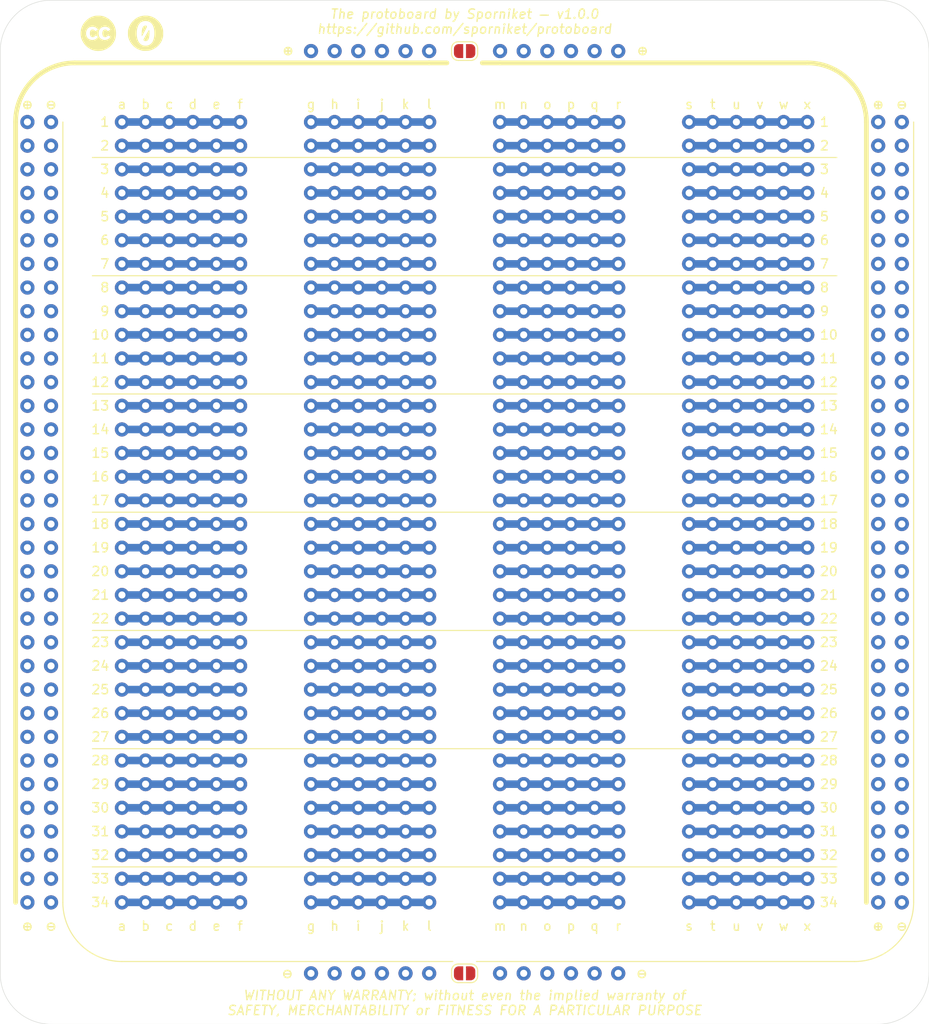
<source format=kicad_pcb>
(kicad_pcb (version 20171130) (host pcbnew 5.1.12-84ad8e8a86~92~ubuntu18.04.1)

  (general
    (thickness 1.6)
    (drawings 129)
    (tracks 136)
    (zones 0)
    (modules 40)
    (nets 141)
  )

  (page A4 portrait)
  (title_block
    (title Protoboard)
    (date 2022-09-15)
    (company Sporniket)
    (comment 2 "Original repository : https://github.com/sporniket/protoboard")
  )

  (layers
    (0 F.Cu signal)
    (31 B.Cu signal)
    (32 B.Adhes user)
    (33 F.Adhes user)
    (34 B.Paste user)
    (35 F.Paste user)
    (36 B.SilkS user)
    (37 F.SilkS user)
    (38 B.Mask user)
    (39 F.Mask user)
    (40 Dwgs.User user)
    (41 Cmts.User user)
    (42 Eco1.User user)
    (43 Eco2.User user)
    (44 Edge.Cuts user)
    (45 Margin user)
    (46 B.CrtYd user)
    (47 F.CrtYd user)
    (48 B.Fab user)
    (49 F.Fab user)
  )

  (setup
    (last_trace_width 0.8128)
    (user_trace_width 0.8128)
    (trace_clearance 0.2032)
    (zone_clearance 0.508)
    (zone_45_only no)
    (trace_min 0.2032)
    (via_size 0.4064)
    (via_drill 0.2032)
    (via_min_size 0.4064)
    (via_min_drill 0.2032)
    (uvia_size 0.4064)
    (uvia_drill 0.2032)
    (uvias_allowed no)
    (uvia_min_size 0.4064)
    (uvia_min_drill 0.2032)
    (edge_width 0.05)
    (segment_width 0.2)
    (pcb_text_width 0.3)
    (pcb_text_size 1.5 1.5)
    (mod_edge_width 0.12)
    (mod_text_size 1 1)
    (mod_text_width 0.15)
    (pad_size 1.524 1.524)
    (pad_drill 0.762)
    (pad_to_mask_clearance 0)
    (aux_axis_origin 0 0)
    (visible_elements FFFFFF7F)
    (pcbplotparams
      (layerselection 0x010fc_ffffffff)
      (usegerberextensions false)
      (usegerberattributes true)
      (usegerberadvancedattributes true)
      (creategerberjobfile true)
      (excludeedgelayer true)
      (linewidth 0.100000)
      (plotframeref false)
      (viasonmask false)
      (mode 1)
      (useauxorigin false)
      (hpglpennumber 1)
      (hpglpenspeed 20)
      (hpglpendiameter 15.000000)
      (psnegative false)
      (psa4output false)
      (plotreference true)
      (plotvalue true)
      (plotinvisibletext false)
      (padsonsilk false)
      (subtractmaskfromsilk false)
      (outputformat 1)
      (mirror false)
      (drillshape 1)
      (scaleselection 1)
      (outputdirectory ""))
  )

  (net 0 "")
  (net 1 "Net-(J1-Pad1)")
  (net 2 "Net-(J7-Pad1)")
  (net 3 /A34)
  (net 4 /A33)
  (net 5 /A32)
  (net 6 /A31)
  (net 7 /A30)
  (net 8 /A29)
  (net 9 /A28)
  (net 10 /A27)
  (net 11 /A26)
  (net 12 /A25)
  (net 13 /A24)
  (net 14 /A23)
  (net 15 /A22)
  (net 16 /A21)
  (net 17 /A20)
  (net 18 /A19)
  (net 19 /A18)
  (net 20 /A17)
  (net 21 /A16)
  (net 22 /A15)
  (net 23 /A14)
  (net 24 /A13)
  (net 25 /A12)
  (net 26 /A11)
  (net 27 /A10)
  (net 28 /A9)
  (net 29 /A8)
  (net 30 /A7)
  (net 31 /A6)
  (net 32 /A5)
  (net 33 /A4)
  (net 34 /A3)
  (net 35 /A2)
  (net 36 /A1)
  (net 37 /B34)
  (net 38 /B33)
  (net 39 /B32)
  (net 40 /B31)
  (net 41 /B30)
  (net 42 /B29)
  (net 43 /B28)
  (net 44 /B27)
  (net 45 /B26)
  (net 46 /B25)
  (net 47 /B24)
  (net 48 /B23)
  (net 49 /B22)
  (net 50 /B21)
  (net 51 /B20)
  (net 52 /B19)
  (net 53 /B18)
  (net 54 /B17)
  (net 55 /B16)
  (net 56 /B15)
  (net 57 /B14)
  (net 58 /B13)
  (net 59 /B12)
  (net 60 /B11)
  (net 61 /B10)
  (net 62 /B9)
  (net 63 /B8)
  (net 64 /B7)
  (net 65 /B6)
  (net 66 /B5)
  (net 67 /B4)
  (net 68 /B3)
  (net 69 /B2)
  (net 70 /B1)
  (net 71 /C34)
  (net 72 /C33)
  (net 73 /C32)
  (net 74 /C31)
  (net 75 /C30)
  (net 76 /C29)
  (net 77 /C28)
  (net 78 /C27)
  (net 79 /C26)
  (net 80 /C25)
  (net 81 /C24)
  (net 82 /C23)
  (net 83 /C22)
  (net 84 /C21)
  (net 85 /C20)
  (net 86 /C19)
  (net 87 /C18)
  (net 88 /C17)
  (net 89 /C16)
  (net 90 /C15)
  (net 91 /C14)
  (net 92 /C13)
  (net 93 /C12)
  (net 94 /C11)
  (net 95 /C10)
  (net 96 /C9)
  (net 97 /C8)
  (net 98 /C7)
  (net 99 /C6)
  (net 100 /C5)
  (net 101 /C4)
  (net 102 /C3)
  (net 103 /C2)
  (net 104 /C1)
  (net 105 /D34)
  (net 106 /D33)
  (net 107 /D32)
  (net 108 /D31)
  (net 109 /D30)
  (net 110 /D29)
  (net 111 /D28)
  (net 112 /D27)
  (net 113 /D26)
  (net 114 /D25)
  (net 115 /D24)
  (net 116 /D23)
  (net 117 /D22)
  (net 118 /D21)
  (net 119 /D20)
  (net 120 /D19)
  (net 121 /D18)
  (net 122 /D17)
  (net 123 /D16)
  (net 124 /D15)
  (net 125 /D14)
  (net 126 /D13)
  (net 127 /D12)
  (net 128 /D11)
  (net 129 /D10)
  (net 130 /D9)
  (net 131 /D8)
  (net 132 /D7)
  (net 133 /D6)
  (net 134 /D5)
  (net 135 /D4)
  (net 136 /D3)
  (net 137 /D2)
  (net 138 /D1)
  (net 139 "Net-(J3-Pad1)")
  (net 140 "Net-(J5-Pad1)")

  (net_class Default "Ceci est la Netclass par défaut."
    (clearance 0.2032)
    (trace_width 0.8128)
    (via_dia 0.4064)
    (via_drill 0.2032)
    (uvia_dia 0.4064)
    (uvia_drill 0.2032)
    (diff_pair_width 0.4064)
    (diff_pair_gap 0.4064)
    (add_net /A1)
    (add_net /A10)
    (add_net /A11)
    (add_net /A12)
    (add_net /A13)
    (add_net /A14)
    (add_net /A15)
    (add_net /A16)
    (add_net /A17)
    (add_net /A18)
    (add_net /A19)
    (add_net /A2)
    (add_net /A20)
    (add_net /A21)
    (add_net /A22)
    (add_net /A23)
    (add_net /A24)
    (add_net /A25)
    (add_net /A26)
    (add_net /A27)
    (add_net /A28)
    (add_net /A29)
    (add_net /A3)
    (add_net /A30)
    (add_net /A31)
    (add_net /A32)
    (add_net /A33)
    (add_net /A34)
    (add_net /A4)
    (add_net /A5)
    (add_net /A6)
    (add_net /A7)
    (add_net /A8)
    (add_net /A9)
    (add_net /B1)
    (add_net /B10)
    (add_net /B11)
    (add_net /B12)
    (add_net /B13)
    (add_net /B14)
    (add_net /B15)
    (add_net /B16)
    (add_net /B17)
    (add_net /B18)
    (add_net /B19)
    (add_net /B2)
    (add_net /B20)
    (add_net /B21)
    (add_net /B22)
    (add_net /B23)
    (add_net /B24)
    (add_net /B25)
    (add_net /B26)
    (add_net /B27)
    (add_net /B28)
    (add_net /B29)
    (add_net /B3)
    (add_net /B30)
    (add_net /B31)
    (add_net /B32)
    (add_net /B33)
    (add_net /B34)
    (add_net /B4)
    (add_net /B5)
    (add_net /B6)
    (add_net /B7)
    (add_net /B8)
    (add_net /B9)
    (add_net /C1)
    (add_net /C10)
    (add_net /C11)
    (add_net /C12)
    (add_net /C13)
    (add_net /C14)
    (add_net /C15)
    (add_net /C16)
    (add_net /C17)
    (add_net /C18)
    (add_net /C19)
    (add_net /C2)
    (add_net /C20)
    (add_net /C21)
    (add_net /C22)
    (add_net /C23)
    (add_net /C24)
    (add_net /C25)
    (add_net /C26)
    (add_net /C27)
    (add_net /C28)
    (add_net /C29)
    (add_net /C3)
    (add_net /C30)
    (add_net /C31)
    (add_net /C32)
    (add_net /C33)
    (add_net /C34)
    (add_net /C4)
    (add_net /C5)
    (add_net /C6)
    (add_net /C7)
    (add_net /C8)
    (add_net /C9)
    (add_net /D1)
    (add_net /D10)
    (add_net /D11)
    (add_net /D12)
    (add_net /D13)
    (add_net /D14)
    (add_net /D15)
    (add_net /D16)
    (add_net /D17)
    (add_net /D18)
    (add_net /D19)
    (add_net /D2)
    (add_net /D20)
    (add_net /D21)
    (add_net /D22)
    (add_net /D23)
    (add_net /D24)
    (add_net /D25)
    (add_net /D26)
    (add_net /D27)
    (add_net /D28)
    (add_net /D29)
    (add_net /D3)
    (add_net /D30)
    (add_net /D31)
    (add_net /D32)
    (add_net /D33)
    (add_net /D34)
    (add_net /D4)
    (add_net /D5)
    (add_net /D6)
    (add_net /D7)
    (add_net /D8)
    (add_net /D9)
    (add_net "Net-(J1-Pad1)")
    (add_net "Net-(J3-Pad1)")
    (add_net "Net-(J5-Pad1)")
    (add_net "Net-(J7-Pad1)")
  )

  (module cliparts:logo--cc--zero (layer F.Cu) (tedit 0) (tstamp 632530DE)
    (at 53.34 66.675)
    (fp_text reference G*** (at 0 0) (layer F.SilkS) hide
      (effects (font (size 1.524 1.524) (thickness 0.3)))
    )
    (fp_text value LOGO (at 0.75 0) (layer F.SilkS) hide
      (effects (font (size 1.524 1.524) (thickness 0.3)))
    )
    (fp_poly (pts (xy 0.057321 -0.830424) (xy 0.083463 -0.820686) (xy 0.117309 -0.780814) (xy 0.137478 -0.725549)
      (xy 0.137747 -0.680571) (xy 0.127503 -0.657424) (xy 0.102603 -0.607525) (xy 0.06567 -0.535781)
      (xy 0.019328 -0.447098) (xy -0.033802 -0.346382) (xy -0.091097 -0.238539) (xy -0.149934 -0.128475)
      (xy -0.20769 -0.021096) (xy -0.261742 0.07869) (xy -0.309468 0.165979) (xy -0.348245 0.235863)
      (xy -0.375451 0.283438) (xy -0.388462 0.303795) (xy -0.388486 0.30382) (xy -0.393459 0.290764)
      (xy -0.400181 0.249603) (xy -0.407406 0.188391) (xy -0.40931 0.169171) (xy -0.413139 0.092066)
      (xy -0.413075 -0.007241) (xy -0.409332 -0.114899) (xy -0.403675 -0.199571) (xy -0.382038 -0.376288)
      (xy -0.349163 -0.520517) (xy -0.304017 -0.634591) (xy -0.245569 -0.720841) (xy -0.172787 -0.781601)
      (xy -0.138177 -0.799862) (xy -0.070544 -0.82254) (xy -0.001027 -0.833136) (xy 0.057321 -0.830424)) (layer F.SilkS) (width 0.01))
    (fp_poly (pts (xy 0.383764 -0.357274) (xy 0.393353 -0.321778) (xy 0.40108 -0.257806) (xy 0.406723 -0.173131)
      (xy 0.41006 -0.075525) (xy 0.410869 0.027239) (xy 0.408929 0.127388) (xy 0.404016 0.217149)
      (xy 0.401074 0.249312) (xy 0.3739 0.425253) (xy 0.333003 0.568124) (xy 0.278198 0.678521)
      (xy 0.261348 0.702372) (xy 0.190452 0.769059) (xy 0.101924 0.813267) (xy 0.00607 0.831874)
      (xy -0.086801 0.82176) (xy -0.108484 0.814324) (xy -0.177149 0.773742) (xy -0.212652 0.720491)
      (xy -0.217714 0.686685) (xy -0.209228 0.658752) (xy -0.185436 0.606283) (xy -0.14884 0.53362)
      (xy -0.101939 0.445101) (xy -0.047235 0.345066) (xy 0.012774 0.237856) (xy 0.075585 0.12781)
      (xy 0.138699 0.019269) (xy 0.199616 -0.083428) (xy 0.255834 -0.175941) (xy 0.304853 -0.253931)
      (xy 0.344174 -0.313056) (xy 0.371295 -0.348978) (xy 0.383716 -0.357356) (xy 0.383764 -0.357274)) (layer F.SilkS) (width 0.01))
    (fp_poly (pts (xy 0.165523 -1.89717) (xy 0.419686 -1.859637) (xy 0.664181 -1.787833) (xy 0.896761 -1.682579)
      (xy 1.115182 -1.544698) (xy 1.304474 -1.38712) (xy 1.481837 -1.195152) (xy 1.631406 -0.981221)
      (xy 1.750897 -0.749165) (xy 1.838026 -0.502822) (xy 1.844128 -0.480359) (xy 1.863624 -0.401998)
      (xy 1.877214 -0.332288) (xy 1.885988 -0.26112) (xy 1.891036 -0.178383) (xy 1.893449 -0.073966)
      (xy 1.893958 -0.018143) (xy 1.893143 0.121119) (xy 1.888203 0.233522) (xy 1.878477 0.32833)
      (xy 1.8633 0.414805) (xy 1.862771 0.417286) (xy 1.792249 0.662677) (xy 1.689954 0.891356)
      (xy 1.557011 1.101922) (xy 1.394546 1.292972) (xy 1.203684 1.463102) (xy 0.985551 1.61091)
      (xy 0.843643 1.687511) (xy 0.704335 1.75318) (xy 0.582976 1.801925) (xy 0.469017 1.836271)
      (xy 0.351906 1.858744) (xy 0.221093 1.871867) (xy 0.066027 1.878168) (xy 0.045357 1.878584)
      (xy -0.057047 1.87988) (xy -0.149573 1.879943) (xy -0.22482 1.878851) (xy -0.275389 1.876683)
      (xy -0.290286 1.875007) (xy -0.554392 1.807678) (xy -0.795148 1.713832) (xy -1.015524 1.591928)
      (xy -1.218493 1.440426) (xy -1.333868 1.333968) (xy -1.511617 1.132692) (xy -1.657864 0.913606)
      (xy -1.77222 0.677378) (xy -1.84672 0.45378) (xy -1.865359 0.379667) (xy -1.878292 0.31352)
      (xy -1.886515 0.245572) (xy -1.891027 0.166054) (xy -1.892822 0.065197) (xy -1.892977 0.011949)
      (xy -0.962263 0.011949) (xy -0.952186 0.225626) (xy -0.922519 0.434426) (xy -0.872812 0.63303)
      (xy -0.802618 0.816122) (xy -0.796966 0.828134) (xy -0.702488 0.988993) (xy -0.587229 1.120459)
      (xy -0.45277 1.221717) (xy -0.300691 1.29195) (xy -0.132571 1.330343) (xy 0.050008 1.33608)
      (xy 0.163286 1.323908) (xy 0.326889 1.280535) (xy 0.476659 1.204962) (xy 0.609024 1.099792)
      (xy 0.720412 0.967631) (xy 0.774855 0.878033) (xy 0.844141 0.718825) (xy 0.897988 0.533618)
      (xy 0.935244 0.329766) (xy 0.954756 0.114625) (xy 0.955373 -0.104449) (xy 0.947333 -0.222973)
      (xy 0.912947 -0.464304) (xy 0.858093 -0.676541) (xy 0.782907 -0.859426) (xy 0.687524 -1.0127)
      (xy 0.57208 -1.136105) (xy 0.436711 -1.229384) (xy 0.411082 -1.242542) (xy 0.249752 -1.303406)
      (xy 0.082219 -1.333412) (xy -0.086049 -1.333434) (xy -0.249586 -1.304349) (xy -0.402924 -1.247033)
      (xy -0.540596 -1.16236) (xy -0.636437 -1.074798) (xy -0.734485 -0.943512) (xy -0.815634 -0.785201)
      (xy -0.879434 -0.605182) (xy -0.925439 -0.408773) (xy -0.953198 -0.20129) (xy -0.962263 0.011949)
      (xy -1.892977 0.011949) (xy -1.893012 0) (xy -1.892259 -0.115871) (xy -1.889329 -0.205279)
      (xy -1.883215 -0.278029) (xy -1.87291 -0.343923) (xy -1.857409 -0.412765) (xy -1.846226 -0.455728)
      (xy -1.765836 -0.697077) (xy -1.658279 -0.918824) (xy -1.520588 -1.126164) (xy -1.350311 -1.323756)
      (xy -1.159879 -1.500692) (xy -0.961487 -1.643312) (xy -0.751606 -1.753235) (xy -0.526709 -1.832081)
      (xy -0.283267 -1.88147) (xy -0.096062 -1.899611) (xy 0.165523 -1.89717)) (layer F.SilkS) (width 0.01))
  )

  (module cliparts:logo--cc--cc (layer F.Cu) (tedit 0) (tstamp 632530BF)
    (at 48.26 66.675)
    (fp_text reference G*** (at 0 0) (layer F.SilkS) hide
      (effects (font (size 1.524 1.524) (thickness 0.3)))
    )
    (fp_text value LOGO (at 0.75 0) (layer F.SilkS) hide
      (effects (font (size 1.524 1.524) (thickness 0.3)))
    )
    (fp_poly (pts (xy 0.181573 -1.88911) (xy 0.356543 -1.871074) (xy 0.516513 -1.837606) (xy 0.67123 -1.78662)
      (xy 0.830442 -1.716032) (xy 0.843643 -1.709487) (xy 1.070063 -1.576968) (xy 1.272256 -1.418939)
      (xy 1.448851 -1.23807) (xy 1.59848 -1.037032) (xy 1.719773 -0.818495) (xy 1.81136 -0.585129)
      (xy 1.871872 -0.339604) (xy 1.899941 -0.084591) (xy 1.894196 0.177239) (xy 1.878437 0.308429)
      (xy 1.853943 0.448409) (xy 1.825086 0.566605) (xy 1.787398 0.677514) (xy 1.736411 0.795637)
      (xy 1.71349 0.843643) (xy 1.594377 1.04822) (xy 1.445139 1.238044) (xy 1.270073 1.409836)
      (xy 1.073479 1.560318) (xy 0.859654 1.686213) (xy 0.632895 1.784243) (xy 0.397503 1.85113)
      (xy 0.390465 1.852598) (xy 0.274583 1.870164) (xy 0.137355 1.881003) (xy -0.009239 1.885001)
      (xy -0.153222 1.882044) (xy -0.282615 1.872018) (xy -0.362857 1.859794) (xy -0.608774 1.792389)
      (xy -0.84152 1.692819) (xy -1.058442 1.563648) (xy -1.256888 1.407438) (xy -1.434207 1.226752)
      (xy -1.587745 1.024153) (xy -1.714851 0.802205) (xy -1.812872 0.563469) (xy -1.855612 0.417286)
      (xy -1.881501 0.273424) (xy -1.894726 0.10788) (xy -1.895294 -0.034735) (xy -1.3212 -0.034735)
      (xy -1.318302 0.081038) (xy -1.290796 0.243029) (xy -1.237057 0.381658) (xy -1.155967 0.499747)
      (xy -1.150236 0.506209) (xy -1.04068 0.601841) (xy -0.911682 0.669965) (xy -0.768744 0.709424)
      (xy -0.617371 0.719062) (xy -0.463063 0.697722) (xy -0.371906 0.669772) (xy -0.295824 0.634434)
      (xy -0.224288 0.584414) (xy -0.149678 0.515804) (xy -0.098676 0.46176) (xy -0.05957 0.414453)
      (xy -0.038389 0.381431) (xy -0.036285 0.373837) (xy -0.052325 0.350606) (xy -0.096884 0.318213)
      (xy -0.164235 0.280736) (xy -0.292185 0.216302) (xy -0.368342 0.299837) (xy -0.428999 0.357355)
      (xy -0.486889 0.390111) (xy -0.522838 0.400697) (xy -0.618426 0.407074) (xy -0.70938 0.386575)
      (xy -0.783917 0.342107) (xy -0.792298 0.334209) (xy -0.846678 0.256777) (xy -0.883244 0.157152)
      (xy -0.901671 0.044798) (xy -0.901658 -0.000564) (xy 0.021925 -0.000564) (xy 0.032819 0.147536)
      (xy 0.067865 0.289005) (xy 0.127017 0.417388) (xy 0.210228 0.526226) (xy 0.228506 0.543934)
      (xy 0.349757 0.631795) (xy 0.487782 0.69001) (xy 0.637194 0.717665) (xy 0.792606 0.713848)
      (xy 0.948631 0.677644) (xy 0.970666 0.669772) (xy 1.046747 0.634434) (xy 1.118283 0.584414)
      (xy 1.192893 0.515804) (xy 1.243904 0.46171) (xy 1.283013 0.414289) (xy 1.304188 0.381114)
      (xy 1.306286 0.37346) (xy 1.29179 0.351835) (xy 1.254093 0.323517) (xy 1.201883 0.292771)
      (xy 1.143849 0.263861) (xy 1.088679 0.241053) (xy 1.04506 0.22861) (xy 1.021681 0.230797)
      (xy 1.02029 0.23308) (xy 1.003623 0.261215) (xy 0.972063 0.302343) (xy 0.959106 0.317537)
      (xy 0.886365 0.374553) (xy 0.797859 0.403743) (xy 0.702027 0.404313) (xy 0.607307 0.375471)
      (xy 0.569508 0.354149) (xy 0.517338 0.300429) (xy 0.476897 0.220085) (xy 0.449855 0.121353)
      (xy 0.43788 0.012473) (xy 0.442643 -0.098318) (xy 0.460246 -0.18494) (xy 0.503984 -0.281315)
      (xy 0.567876 -0.351762) (xy 0.645923 -0.394996) (xy 0.732128 -0.409727) (xy 0.820491 -0.394669)
      (xy 0.905013 -0.348535) (xy 0.962346 -0.292681) (xy 1.016645 -0.226807) (xy 1.156522 -0.30268)
      (xy 1.219954 -0.338556) (xy 1.269762 -0.369494) (xy 1.298243 -0.390592) (xy 1.301968 -0.395261)
      (xy 1.293807 -0.420456) (xy 1.263689 -0.46093) (xy 1.218455 -0.509885) (xy 1.164944 -0.560519)
      (xy 1.109995 -0.606035) (xy 1.060447 -0.639631) (xy 1.0511 -0.644672) (xy 0.911788 -0.696839)
      (xy 0.763841 -0.719532) (xy 0.614253 -0.713716) (xy 0.470018 -0.680356) (xy 0.338131 -0.620416)
      (xy 0.225585 -0.534862) (xy 0.220802 -0.530141) (xy 0.134623 -0.420083) (xy 0.072781 -0.29083)
      (xy 0.035231 -0.148838) (xy 0.021925 -0.000564) (xy -0.901658 -0.000564) (xy -0.901636 -0.070823)
      (xy -0.882815 -0.180246) (xy -0.844886 -0.274009) (xy -0.814547 -0.31687) (xy -0.740947 -0.375776)
      (xy -0.655247 -0.404356) (xy -0.56465 -0.403011) (xy -0.476356 -0.372142) (xy -0.397567 -0.31215)
      (xy -0.380225 -0.292681) (xy -0.325926 -0.226807) (xy -0.186049 -0.30268) (xy -0.12248 -0.338813)
      (xy -0.072453 -0.370357) (xy -0.043729 -0.392287) (xy -0.039923 -0.397301) (xy -0.048117 -0.422599)
      (xy -0.078488 -0.462977) (xy -0.124195 -0.511726) (xy -0.178395 -0.562141) (xy -0.234249 -0.607514)
      (xy -0.284915 -0.641138) (xy -0.293064 -0.645479) (xy -0.421737 -0.692962) (xy -0.565556 -0.716327)
      (xy -0.713429 -0.715426) (xy -0.854269 -0.690113) (xy -0.950387 -0.654165) (xy -1.074292 -0.574791)
      (xy -1.175104 -0.469605) (xy -1.251046 -0.342163) (xy -1.300338 -0.196021) (xy -1.3212 -0.034735)
      (xy -1.895294 -0.034735) (xy -1.895423 -0.067078) (xy -1.88373 -0.239179) (xy -1.859785 -0.396155)
      (xy -1.845815 -0.455728) (xy -1.767541 -0.692448) (xy -1.662289 -0.910967) (xy -1.527044 -1.11655)
      (xy -1.358789 -1.31446) (xy -1.346304 -1.327531) (xy -1.160235 -1.500286) (xy -0.964759 -1.639929)
      (xy -0.75504 -1.749348) (xy -0.526241 -1.831427) (xy -0.480631 -1.844059) (xy -0.402317 -1.863556)
      (xy -0.332789 -1.877142) (xy -0.261944 -1.885903) (xy -0.17968 -1.890926) (xy -0.075895 -1.893297)
      (xy -0.018143 -1.893796) (xy 0.181573 -1.88911)) (layer F.SilkS) (width 0.01))
  )

  (module protoboard:rows_of_pins_1x34 (layer F.Cu) (tedit 63238AC7) (tstamp 63245AB6)
    (at 134.62 76.2)
    (path /6B38CAC2)
    (fp_text reference J7 (at 0 -2.54) (layer F.Fab)
      (effects (font (size 1 1) (thickness 0.15)))
    )
    (fp_text value ⊖ (at 0 86.36) (layer F.SilkS)
      (effects (font (size 1 1) (thickness 0.15)))
    )
    (pad 34 thru_hole circle (at 0 83.82) (size 1.524 1.524) (drill 0.762) (layers *.Cu *.Mask)
      (net 2 "Net-(J7-Pad1)"))
    (pad 33 thru_hole circle (at 0 81.28) (size 1.524 1.524) (drill 0.762) (layers *.Cu *.Mask)
      (net 2 "Net-(J7-Pad1)"))
    (pad 32 thru_hole circle (at 0 78.74) (size 1.524 1.524) (drill 0.762) (layers *.Cu *.Mask)
      (net 2 "Net-(J7-Pad1)"))
    (pad 31 thru_hole circle (at 0 76.2) (size 1.524 1.524) (drill 0.762) (layers *.Cu *.Mask)
      (net 2 "Net-(J7-Pad1)"))
    (pad 30 thru_hole circle (at 0 73.66) (size 1.524 1.524) (drill 0.762) (layers *.Cu *.Mask)
      (net 2 "Net-(J7-Pad1)"))
    (pad 29 thru_hole circle (at 0 71.12) (size 1.524 1.524) (drill 0.762) (layers *.Cu *.Mask)
      (net 2 "Net-(J7-Pad1)"))
    (pad 28 thru_hole circle (at 0 68.58) (size 1.524 1.524) (drill 0.762) (layers *.Cu *.Mask)
      (net 2 "Net-(J7-Pad1)"))
    (pad 27 thru_hole circle (at 0 66.04) (size 1.524 1.524) (drill 0.762) (layers *.Cu *.Mask)
      (net 2 "Net-(J7-Pad1)"))
    (pad 26 thru_hole circle (at 0 63.5) (size 1.524 1.524) (drill 0.762) (layers *.Cu *.Mask)
      (net 2 "Net-(J7-Pad1)"))
    (pad 25 thru_hole circle (at 0 60.96) (size 1.524 1.524) (drill 0.762) (layers *.Cu *.Mask)
      (net 2 "Net-(J7-Pad1)"))
    (pad 24 thru_hole circle (at 0 58.42) (size 1.524 1.524) (drill 0.762) (layers *.Cu *.Mask)
      (net 2 "Net-(J7-Pad1)"))
    (pad 23 thru_hole circle (at 0 55.88) (size 1.524 1.524) (drill 0.762) (layers *.Cu *.Mask)
      (net 2 "Net-(J7-Pad1)"))
    (pad 22 thru_hole circle (at 0 53.34) (size 1.524 1.524) (drill 0.762) (layers *.Cu *.Mask)
      (net 2 "Net-(J7-Pad1)"))
    (pad 21 thru_hole circle (at 0 50.8) (size 1.524 1.524) (drill 0.762) (layers *.Cu *.Mask)
      (net 2 "Net-(J7-Pad1)"))
    (pad 20 thru_hole circle (at 0 48.26) (size 1.524 1.524) (drill 0.762) (layers *.Cu *.Mask)
      (net 2 "Net-(J7-Pad1)"))
    (pad 19 thru_hole circle (at 0 45.72) (size 1.524 1.524) (drill 0.762) (layers *.Cu *.Mask)
      (net 2 "Net-(J7-Pad1)"))
    (pad 18 thru_hole circle (at 0 43.18) (size 1.524 1.524) (drill 0.762) (layers *.Cu *.Mask)
      (net 2 "Net-(J7-Pad1)"))
    (pad 17 thru_hole circle (at 0 40.64) (size 1.524 1.524) (drill 0.762) (layers *.Cu *.Mask)
      (net 2 "Net-(J7-Pad1)"))
    (pad 16 thru_hole circle (at 0 38.1) (size 1.524 1.524) (drill 0.762) (layers *.Cu *.Mask)
      (net 2 "Net-(J7-Pad1)"))
    (pad 15 thru_hole circle (at 0 35.56) (size 1.524 1.524) (drill 0.762) (layers *.Cu *.Mask)
      (net 2 "Net-(J7-Pad1)"))
    (pad 14 thru_hole circle (at 0 33.02) (size 1.524 1.524) (drill 0.762) (layers *.Cu *.Mask)
      (net 2 "Net-(J7-Pad1)"))
    (pad 13 thru_hole circle (at 0 30.48) (size 1.524 1.524) (drill 0.762) (layers *.Cu *.Mask)
      (net 2 "Net-(J7-Pad1)"))
    (pad 12 thru_hole circle (at 0 27.94) (size 1.524 1.524) (drill 0.762) (layers *.Cu *.Mask)
      (net 2 "Net-(J7-Pad1)"))
    (pad 11 thru_hole circle (at 0 25.4) (size 1.524 1.524) (drill 0.762) (layers *.Cu *.Mask)
      (net 2 "Net-(J7-Pad1)"))
    (pad 10 thru_hole circle (at 0 22.86) (size 1.524 1.524) (drill 0.762) (layers *.Cu *.Mask)
      (net 2 "Net-(J7-Pad1)"))
    (pad 9 thru_hole circle (at 0 20.32) (size 1.524 1.524) (drill 0.762) (layers *.Cu *.Mask)
      (net 2 "Net-(J7-Pad1)"))
    (pad 8 thru_hole circle (at 0 17.78) (size 1.524 1.524) (drill 0.762) (layers *.Cu *.Mask)
      (net 2 "Net-(J7-Pad1)"))
    (pad 7 thru_hole circle (at 0 15.24) (size 1.524 1.524) (drill 0.762) (layers *.Cu *.Mask)
      (net 2 "Net-(J7-Pad1)"))
    (pad 6 thru_hole circle (at 0 12.7) (size 1.524 1.524) (drill 0.762) (layers *.Cu *.Mask)
      (net 2 "Net-(J7-Pad1)"))
    (pad 5 thru_hole circle (at 0 10.16) (size 1.524 1.524) (drill 0.762) (layers *.Cu *.Mask)
      (net 2 "Net-(J7-Pad1)"))
    (pad 4 thru_hole circle (at 0 7.62) (size 1.524 1.524) (drill 0.762) (layers *.Cu *.Mask)
      (net 2 "Net-(J7-Pad1)"))
    (pad 3 thru_hole circle (at 0 5.08) (size 1.524 1.524) (drill 0.762) (layers *.Cu *.Mask)
      (net 2 "Net-(J7-Pad1)"))
    (pad 2 thru_hole circle (at 0 2.54) (size 1.524 1.524) (drill 0.762) (layers *.Cu *.Mask)
      (net 2 "Net-(J7-Pad1)"))
    (pad 1 thru_hole circle (at 0 0) (size 1.524 1.524) (drill 0.762) (layers *.Cu *.Mask)
      (net 2 "Net-(J7-Pad1)"))
  )

  (module protoboard:rows_of_pins_1x34 (layer F.Cu) (tedit 63238AC7) (tstamp 63245A86)
    (at 43.18 76.2)
    (path /6B38CA29)
    (fp_text reference J5 (at 0 -2.54) (layer F.Fab)
      (effects (font (size 1 1) (thickness 0.15)))
    )
    (fp_text value ⊖ (at 0 86.36) (layer F.SilkS)
      (effects (font (size 1 1) (thickness 0.15)))
    )
    (pad 34 thru_hole circle (at 0 83.82) (size 1.524 1.524) (drill 0.762) (layers *.Cu *.Mask)
      (net 140 "Net-(J5-Pad1)"))
    (pad 33 thru_hole circle (at 0 81.28) (size 1.524 1.524) (drill 0.762) (layers *.Cu *.Mask)
      (net 140 "Net-(J5-Pad1)"))
    (pad 32 thru_hole circle (at 0 78.74) (size 1.524 1.524) (drill 0.762) (layers *.Cu *.Mask)
      (net 140 "Net-(J5-Pad1)"))
    (pad 31 thru_hole circle (at 0 76.2) (size 1.524 1.524) (drill 0.762) (layers *.Cu *.Mask)
      (net 140 "Net-(J5-Pad1)"))
    (pad 30 thru_hole circle (at 0 73.66) (size 1.524 1.524) (drill 0.762) (layers *.Cu *.Mask)
      (net 140 "Net-(J5-Pad1)"))
    (pad 29 thru_hole circle (at 0 71.12) (size 1.524 1.524) (drill 0.762) (layers *.Cu *.Mask)
      (net 140 "Net-(J5-Pad1)"))
    (pad 28 thru_hole circle (at 0 68.58) (size 1.524 1.524) (drill 0.762) (layers *.Cu *.Mask)
      (net 140 "Net-(J5-Pad1)"))
    (pad 27 thru_hole circle (at 0 66.04) (size 1.524 1.524) (drill 0.762) (layers *.Cu *.Mask)
      (net 140 "Net-(J5-Pad1)"))
    (pad 26 thru_hole circle (at 0 63.5) (size 1.524 1.524) (drill 0.762) (layers *.Cu *.Mask)
      (net 140 "Net-(J5-Pad1)"))
    (pad 25 thru_hole circle (at 0 60.96) (size 1.524 1.524) (drill 0.762) (layers *.Cu *.Mask)
      (net 140 "Net-(J5-Pad1)"))
    (pad 24 thru_hole circle (at 0 58.42) (size 1.524 1.524) (drill 0.762) (layers *.Cu *.Mask)
      (net 140 "Net-(J5-Pad1)"))
    (pad 23 thru_hole circle (at 0 55.88) (size 1.524 1.524) (drill 0.762) (layers *.Cu *.Mask)
      (net 140 "Net-(J5-Pad1)"))
    (pad 22 thru_hole circle (at 0 53.34) (size 1.524 1.524) (drill 0.762) (layers *.Cu *.Mask)
      (net 140 "Net-(J5-Pad1)"))
    (pad 21 thru_hole circle (at 0 50.8) (size 1.524 1.524) (drill 0.762) (layers *.Cu *.Mask)
      (net 140 "Net-(J5-Pad1)"))
    (pad 20 thru_hole circle (at 0 48.26) (size 1.524 1.524) (drill 0.762) (layers *.Cu *.Mask)
      (net 140 "Net-(J5-Pad1)"))
    (pad 19 thru_hole circle (at 0 45.72) (size 1.524 1.524) (drill 0.762) (layers *.Cu *.Mask)
      (net 140 "Net-(J5-Pad1)"))
    (pad 18 thru_hole circle (at 0 43.18) (size 1.524 1.524) (drill 0.762) (layers *.Cu *.Mask)
      (net 140 "Net-(J5-Pad1)"))
    (pad 17 thru_hole circle (at 0 40.64) (size 1.524 1.524) (drill 0.762) (layers *.Cu *.Mask)
      (net 140 "Net-(J5-Pad1)"))
    (pad 16 thru_hole circle (at 0 38.1) (size 1.524 1.524) (drill 0.762) (layers *.Cu *.Mask)
      (net 140 "Net-(J5-Pad1)"))
    (pad 15 thru_hole circle (at 0 35.56) (size 1.524 1.524) (drill 0.762) (layers *.Cu *.Mask)
      (net 140 "Net-(J5-Pad1)"))
    (pad 14 thru_hole circle (at 0 33.02) (size 1.524 1.524) (drill 0.762) (layers *.Cu *.Mask)
      (net 140 "Net-(J5-Pad1)"))
    (pad 13 thru_hole circle (at 0 30.48) (size 1.524 1.524) (drill 0.762) (layers *.Cu *.Mask)
      (net 140 "Net-(J5-Pad1)"))
    (pad 12 thru_hole circle (at 0 27.94) (size 1.524 1.524) (drill 0.762) (layers *.Cu *.Mask)
      (net 140 "Net-(J5-Pad1)"))
    (pad 11 thru_hole circle (at 0 25.4) (size 1.524 1.524) (drill 0.762) (layers *.Cu *.Mask)
      (net 140 "Net-(J5-Pad1)"))
    (pad 10 thru_hole circle (at 0 22.86) (size 1.524 1.524) (drill 0.762) (layers *.Cu *.Mask)
      (net 140 "Net-(J5-Pad1)"))
    (pad 9 thru_hole circle (at 0 20.32) (size 1.524 1.524) (drill 0.762) (layers *.Cu *.Mask)
      (net 140 "Net-(J5-Pad1)"))
    (pad 8 thru_hole circle (at 0 17.78) (size 1.524 1.524) (drill 0.762) (layers *.Cu *.Mask)
      (net 140 "Net-(J5-Pad1)"))
    (pad 7 thru_hole circle (at 0 15.24) (size 1.524 1.524) (drill 0.762) (layers *.Cu *.Mask)
      (net 140 "Net-(J5-Pad1)"))
    (pad 6 thru_hole circle (at 0 12.7) (size 1.524 1.524) (drill 0.762) (layers *.Cu *.Mask)
      (net 140 "Net-(J5-Pad1)"))
    (pad 5 thru_hole circle (at 0 10.16) (size 1.524 1.524) (drill 0.762) (layers *.Cu *.Mask)
      (net 140 "Net-(J5-Pad1)"))
    (pad 4 thru_hole circle (at 0 7.62) (size 1.524 1.524) (drill 0.762) (layers *.Cu *.Mask)
      (net 140 "Net-(J5-Pad1)"))
    (pad 3 thru_hole circle (at 0 5.08) (size 1.524 1.524) (drill 0.762) (layers *.Cu *.Mask)
      (net 140 "Net-(J5-Pad1)"))
    (pad 2 thru_hole circle (at 0 2.54) (size 1.524 1.524) (drill 0.762) (layers *.Cu *.Mask)
      (net 140 "Net-(J5-Pad1)"))
    (pad 1 thru_hole circle (at 0 0) (size 1.524 1.524) (drill 0.762) (layers *.Cu *.Mask)
      (net 140 "Net-(J5-Pad1)"))
  )

  (module protoboard:rows_of_pins_1x34 (layer F.Cu) (tedit 63238AC7) (tstamp 63245A56)
    (at 132.08 76.2)
    (path /6AD30C4F)
    (fp_text reference J3 (at 0 -2.54) (layer F.Fab)
      (effects (font (size 1 1) (thickness 0.15)))
    )
    (fp_text value ⊕ (at 0 86.36) (layer F.SilkS)
      (effects (font (size 1 1) (thickness 0.15)))
    )
    (pad 34 thru_hole circle (at 0 83.82) (size 1.524 1.524) (drill 0.762) (layers *.Cu *.Mask)
      (net 139 "Net-(J3-Pad1)"))
    (pad 33 thru_hole circle (at 0 81.28) (size 1.524 1.524) (drill 0.762) (layers *.Cu *.Mask)
      (net 139 "Net-(J3-Pad1)"))
    (pad 32 thru_hole circle (at 0 78.74) (size 1.524 1.524) (drill 0.762) (layers *.Cu *.Mask)
      (net 139 "Net-(J3-Pad1)"))
    (pad 31 thru_hole circle (at 0 76.2) (size 1.524 1.524) (drill 0.762) (layers *.Cu *.Mask)
      (net 139 "Net-(J3-Pad1)"))
    (pad 30 thru_hole circle (at 0 73.66) (size 1.524 1.524) (drill 0.762) (layers *.Cu *.Mask)
      (net 139 "Net-(J3-Pad1)"))
    (pad 29 thru_hole circle (at 0 71.12) (size 1.524 1.524) (drill 0.762) (layers *.Cu *.Mask)
      (net 139 "Net-(J3-Pad1)"))
    (pad 28 thru_hole circle (at 0 68.58) (size 1.524 1.524) (drill 0.762) (layers *.Cu *.Mask)
      (net 139 "Net-(J3-Pad1)"))
    (pad 27 thru_hole circle (at 0 66.04) (size 1.524 1.524) (drill 0.762) (layers *.Cu *.Mask)
      (net 139 "Net-(J3-Pad1)"))
    (pad 26 thru_hole circle (at 0 63.5) (size 1.524 1.524) (drill 0.762) (layers *.Cu *.Mask)
      (net 139 "Net-(J3-Pad1)"))
    (pad 25 thru_hole circle (at 0 60.96) (size 1.524 1.524) (drill 0.762) (layers *.Cu *.Mask)
      (net 139 "Net-(J3-Pad1)"))
    (pad 24 thru_hole circle (at 0 58.42) (size 1.524 1.524) (drill 0.762) (layers *.Cu *.Mask)
      (net 139 "Net-(J3-Pad1)"))
    (pad 23 thru_hole circle (at 0 55.88) (size 1.524 1.524) (drill 0.762) (layers *.Cu *.Mask)
      (net 139 "Net-(J3-Pad1)"))
    (pad 22 thru_hole circle (at 0 53.34) (size 1.524 1.524) (drill 0.762) (layers *.Cu *.Mask)
      (net 139 "Net-(J3-Pad1)"))
    (pad 21 thru_hole circle (at 0 50.8) (size 1.524 1.524) (drill 0.762) (layers *.Cu *.Mask)
      (net 139 "Net-(J3-Pad1)"))
    (pad 20 thru_hole circle (at 0 48.26) (size 1.524 1.524) (drill 0.762) (layers *.Cu *.Mask)
      (net 139 "Net-(J3-Pad1)"))
    (pad 19 thru_hole circle (at 0 45.72) (size 1.524 1.524) (drill 0.762) (layers *.Cu *.Mask)
      (net 139 "Net-(J3-Pad1)"))
    (pad 18 thru_hole circle (at 0 43.18) (size 1.524 1.524) (drill 0.762) (layers *.Cu *.Mask)
      (net 139 "Net-(J3-Pad1)"))
    (pad 17 thru_hole circle (at 0 40.64) (size 1.524 1.524) (drill 0.762) (layers *.Cu *.Mask)
      (net 139 "Net-(J3-Pad1)"))
    (pad 16 thru_hole circle (at 0 38.1) (size 1.524 1.524) (drill 0.762) (layers *.Cu *.Mask)
      (net 139 "Net-(J3-Pad1)"))
    (pad 15 thru_hole circle (at 0 35.56) (size 1.524 1.524) (drill 0.762) (layers *.Cu *.Mask)
      (net 139 "Net-(J3-Pad1)"))
    (pad 14 thru_hole circle (at 0 33.02) (size 1.524 1.524) (drill 0.762) (layers *.Cu *.Mask)
      (net 139 "Net-(J3-Pad1)"))
    (pad 13 thru_hole circle (at 0 30.48) (size 1.524 1.524) (drill 0.762) (layers *.Cu *.Mask)
      (net 139 "Net-(J3-Pad1)"))
    (pad 12 thru_hole circle (at 0 27.94) (size 1.524 1.524) (drill 0.762) (layers *.Cu *.Mask)
      (net 139 "Net-(J3-Pad1)"))
    (pad 11 thru_hole circle (at 0 25.4) (size 1.524 1.524) (drill 0.762) (layers *.Cu *.Mask)
      (net 139 "Net-(J3-Pad1)"))
    (pad 10 thru_hole circle (at 0 22.86) (size 1.524 1.524) (drill 0.762) (layers *.Cu *.Mask)
      (net 139 "Net-(J3-Pad1)"))
    (pad 9 thru_hole circle (at 0 20.32) (size 1.524 1.524) (drill 0.762) (layers *.Cu *.Mask)
      (net 139 "Net-(J3-Pad1)"))
    (pad 8 thru_hole circle (at 0 17.78) (size 1.524 1.524) (drill 0.762) (layers *.Cu *.Mask)
      (net 139 "Net-(J3-Pad1)"))
    (pad 7 thru_hole circle (at 0 15.24) (size 1.524 1.524) (drill 0.762) (layers *.Cu *.Mask)
      (net 139 "Net-(J3-Pad1)"))
    (pad 6 thru_hole circle (at 0 12.7) (size 1.524 1.524) (drill 0.762) (layers *.Cu *.Mask)
      (net 139 "Net-(J3-Pad1)"))
    (pad 5 thru_hole circle (at 0 10.16) (size 1.524 1.524) (drill 0.762) (layers *.Cu *.Mask)
      (net 139 "Net-(J3-Pad1)"))
    (pad 4 thru_hole circle (at 0 7.62) (size 1.524 1.524) (drill 0.762) (layers *.Cu *.Mask)
      (net 139 "Net-(J3-Pad1)"))
    (pad 3 thru_hole circle (at 0 5.08) (size 1.524 1.524) (drill 0.762) (layers *.Cu *.Mask)
      (net 139 "Net-(J3-Pad1)"))
    (pad 2 thru_hole circle (at 0 2.54) (size 1.524 1.524) (drill 0.762) (layers *.Cu *.Mask)
      (net 139 "Net-(J3-Pad1)"))
    (pad 1 thru_hole circle (at 0 0) (size 1.524 1.524) (drill 0.762) (layers *.Cu *.Mask)
      (net 139 "Net-(J3-Pad1)"))
  )

  (module protoboard:rows_of_pins_1x34 (layer F.Cu) (tedit 63238AC7) (tstamp 63245A26)
    (at 40.64 76.2)
    (path /632CA061)
    (fp_text reference J1 (at 0 -2.54) (layer F.Fab)
      (effects (font (size 1 1) (thickness 0.15)))
    )
    (fp_text value ⊕ (at 0 86.36) (layer F.SilkS)
      (effects (font (size 1 1) (thickness 0.15)))
    )
    (pad 34 thru_hole circle (at 0 83.82) (size 1.524 1.524) (drill 0.762) (layers *.Cu *.Mask)
      (net 1 "Net-(J1-Pad1)"))
    (pad 33 thru_hole circle (at 0 81.28) (size 1.524 1.524) (drill 0.762) (layers *.Cu *.Mask)
      (net 1 "Net-(J1-Pad1)"))
    (pad 32 thru_hole circle (at 0 78.74) (size 1.524 1.524) (drill 0.762) (layers *.Cu *.Mask)
      (net 1 "Net-(J1-Pad1)"))
    (pad 31 thru_hole circle (at 0 76.2) (size 1.524 1.524) (drill 0.762) (layers *.Cu *.Mask)
      (net 1 "Net-(J1-Pad1)"))
    (pad 30 thru_hole circle (at 0 73.66) (size 1.524 1.524) (drill 0.762) (layers *.Cu *.Mask)
      (net 1 "Net-(J1-Pad1)"))
    (pad 29 thru_hole circle (at 0 71.12) (size 1.524 1.524) (drill 0.762) (layers *.Cu *.Mask)
      (net 1 "Net-(J1-Pad1)"))
    (pad 28 thru_hole circle (at 0 68.58) (size 1.524 1.524) (drill 0.762) (layers *.Cu *.Mask)
      (net 1 "Net-(J1-Pad1)"))
    (pad 27 thru_hole circle (at 0 66.04) (size 1.524 1.524) (drill 0.762) (layers *.Cu *.Mask)
      (net 1 "Net-(J1-Pad1)"))
    (pad 26 thru_hole circle (at 0 63.5) (size 1.524 1.524) (drill 0.762) (layers *.Cu *.Mask)
      (net 1 "Net-(J1-Pad1)"))
    (pad 25 thru_hole circle (at 0 60.96) (size 1.524 1.524) (drill 0.762) (layers *.Cu *.Mask)
      (net 1 "Net-(J1-Pad1)"))
    (pad 24 thru_hole circle (at 0 58.42) (size 1.524 1.524) (drill 0.762) (layers *.Cu *.Mask)
      (net 1 "Net-(J1-Pad1)"))
    (pad 23 thru_hole circle (at 0 55.88) (size 1.524 1.524) (drill 0.762) (layers *.Cu *.Mask)
      (net 1 "Net-(J1-Pad1)"))
    (pad 22 thru_hole circle (at 0 53.34) (size 1.524 1.524) (drill 0.762) (layers *.Cu *.Mask)
      (net 1 "Net-(J1-Pad1)"))
    (pad 21 thru_hole circle (at 0 50.8) (size 1.524 1.524) (drill 0.762) (layers *.Cu *.Mask)
      (net 1 "Net-(J1-Pad1)"))
    (pad 20 thru_hole circle (at 0 48.26) (size 1.524 1.524) (drill 0.762) (layers *.Cu *.Mask)
      (net 1 "Net-(J1-Pad1)"))
    (pad 19 thru_hole circle (at 0 45.72) (size 1.524 1.524) (drill 0.762) (layers *.Cu *.Mask)
      (net 1 "Net-(J1-Pad1)"))
    (pad 18 thru_hole circle (at 0 43.18) (size 1.524 1.524) (drill 0.762) (layers *.Cu *.Mask)
      (net 1 "Net-(J1-Pad1)"))
    (pad 17 thru_hole circle (at 0 40.64) (size 1.524 1.524) (drill 0.762) (layers *.Cu *.Mask)
      (net 1 "Net-(J1-Pad1)"))
    (pad 16 thru_hole circle (at 0 38.1) (size 1.524 1.524) (drill 0.762) (layers *.Cu *.Mask)
      (net 1 "Net-(J1-Pad1)"))
    (pad 15 thru_hole circle (at 0 35.56) (size 1.524 1.524) (drill 0.762) (layers *.Cu *.Mask)
      (net 1 "Net-(J1-Pad1)"))
    (pad 14 thru_hole circle (at 0 33.02) (size 1.524 1.524) (drill 0.762) (layers *.Cu *.Mask)
      (net 1 "Net-(J1-Pad1)"))
    (pad 13 thru_hole circle (at 0 30.48) (size 1.524 1.524) (drill 0.762) (layers *.Cu *.Mask)
      (net 1 "Net-(J1-Pad1)"))
    (pad 12 thru_hole circle (at 0 27.94) (size 1.524 1.524) (drill 0.762) (layers *.Cu *.Mask)
      (net 1 "Net-(J1-Pad1)"))
    (pad 11 thru_hole circle (at 0 25.4) (size 1.524 1.524) (drill 0.762) (layers *.Cu *.Mask)
      (net 1 "Net-(J1-Pad1)"))
    (pad 10 thru_hole circle (at 0 22.86) (size 1.524 1.524) (drill 0.762) (layers *.Cu *.Mask)
      (net 1 "Net-(J1-Pad1)"))
    (pad 9 thru_hole circle (at 0 20.32) (size 1.524 1.524) (drill 0.762) (layers *.Cu *.Mask)
      (net 1 "Net-(J1-Pad1)"))
    (pad 8 thru_hole circle (at 0 17.78) (size 1.524 1.524) (drill 0.762) (layers *.Cu *.Mask)
      (net 1 "Net-(J1-Pad1)"))
    (pad 7 thru_hole circle (at 0 15.24) (size 1.524 1.524) (drill 0.762) (layers *.Cu *.Mask)
      (net 1 "Net-(J1-Pad1)"))
    (pad 6 thru_hole circle (at 0 12.7) (size 1.524 1.524) (drill 0.762) (layers *.Cu *.Mask)
      (net 1 "Net-(J1-Pad1)"))
    (pad 5 thru_hole circle (at 0 10.16) (size 1.524 1.524) (drill 0.762) (layers *.Cu *.Mask)
      (net 1 "Net-(J1-Pad1)"))
    (pad 4 thru_hole circle (at 0 7.62) (size 1.524 1.524) (drill 0.762) (layers *.Cu *.Mask)
      (net 1 "Net-(J1-Pad1)"))
    (pad 3 thru_hole circle (at 0 5.08) (size 1.524 1.524) (drill 0.762) (layers *.Cu *.Mask)
      (net 1 "Net-(J1-Pad1)"))
    (pad 2 thru_hole circle (at 0 2.54) (size 1.524 1.524) (drill 0.762) (layers *.Cu *.Mask)
      (net 1 "Net-(J1-Pad1)"))
    (pad 1 thru_hole circle (at 0 0) (size 1.524 1.524) (drill 0.762) (layers *.Cu *.Mask)
      (net 1 "Net-(J1-Pad1)"))
  )

  (module protoboard:rows_of_pins_1x34 (layer F.Cu) (tedit 63238AC7) (tstamp 6323FAFC)
    (at 124.46 76.2)
    (path /632A93E0)
    (fp_text reference J124 (at 0 -2.54) (layer F.Fab)
      (effects (font (size 1 1) (thickness 0.15)))
    )
    (fp_text value x (at 0 86.36) (layer F.SilkS)
      (effects (font (size 1 1) (thickness 0.15)))
    )
    (pad 34 thru_hole circle (at 0 83.82) (size 1.524 1.524) (drill 0.762) (layers *.Cu *.Mask)
      (net 105 /D34))
    (pad 33 thru_hole circle (at 0 81.28) (size 1.524 1.524) (drill 0.762) (layers *.Cu *.Mask)
      (net 106 /D33))
    (pad 32 thru_hole circle (at 0 78.74) (size 1.524 1.524) (drill 0.762) (layers *.Cu *.Mask)
      (net 107 /D32))
    (pad 31 thru_hole circle (at 0 76.2) (size 1.524 1.524) (drill 0.762) (layers *.Cu *.Mask)
      (net 108 /D31))
    (pad 30 thru_hole circle (at 0 73.66) (size 1.524 1.524) (drill 0.762) (layers *.Cu *.Mask)
      (net 109 /D30))
    (pad 29 thru_hole circle (at 0 71.12) (size 1.524 1.524) (drill 0.762) (layers *.Cu *.Mask)
      (net 110 /D29))
    (pad 28 thru_hole circle (at 0 68.58) (size 1.524 1.524) (drill 0.762) (layers *.Cu *.Mask)
      (net 111 /D28))
    (pad 27 thru_hole circle (at 0 66.04) (size 1.524 1.524) (drill 0.762) (layers *.Cu *.Mask)
      (net 112 /D27))
    (pad 26 thru_hole circle (at 0 63.5) (size 1.524 1.524) (drill 0.762) (layers *.Cu *.Mask)
      (net 113 /D26))
    (pad 25 thru_hole circle (at 0 60.96) (size 1.524 1.524) (drill 0.762) (layers *.Cu *.Mask)
      (net 114 /D25))
    (pad 24 thru_hole circle (at 0 58.42) (size 1.524 1.524) (drill 0.762) (layers *.Cu *.Mask)
      (net 115 /D24))
    (pad 23 thru_hole circle (at 0 55.88) (size 1.524 1.524) (drill 0.762) (layers *.Cu *.Mask)
      (net 116 /D23))
    (pad 22 thru_hole circle (at 0 53.34) (size 1.524 1.524) (drill 0.762) (layers *.Cu *.Mask)
      (net 117 /D22))
    (pad 21 thru_hole circle (at 0 50.8) (size 1.524 1.524) (drill 0.762) (layers *.Cu *.Mask)
      (net 118 /D21))
    (pad 20 thru_hole circle (at 0 48.26) (size 1.524 1.524) (drill 0.762) (layers *.Cu *.Mask)
      (net 119 /D20))
    (pad 19 thru_hole circle (at 0 45.72) (size 1.524 1.524) (drill 0.762) (layers *.Cu *.Mask)
      (net 120 /D19))
    (pad 18 thru_hole circle (at 0 43.18) (size 1.524 1.524) (drill 0.762) (layers *.Cu *.Mask)
      (net 121 /D18))
    (pad 17 thru_hole circle (at 0 40.64) (size 1.524 1.524) (drill 0.762) (layers *.Cu *.Mask)
      (net 122 /D17))
    (pad 16 thru_hole circle (at 0 38.1) (size 1.524 1.524) (drill 0.762) (layers *.Cu *.Mask)
      (net 123 /D16))
    (pad 15 thru_hole circle (at 0 35.56) (size 1.524 1.524) (drill 0.762) (layers *.Cu *.Mask)
      (net 124 /D15))
    (pad 14 thru_hole circle (at 0 33.02) (size 1.524 1.524) (drill 0.762) (layers *.Cu *.Mask)
      (net 125 /D14))
    (pad 13 thru_hole circle (at 0 30.48) (size 1.524 1.524) (drill 0.762) (layers *.Cu *.Mask)
      (net 126 /D13))
    (pad 12 thru_hole circle (at 0 27.94) (size 1.524 1.524) (drill 0.762) (layers *.Cu *.Mask)
      (net 127 /D12))
    (pad 11 thru_hole circle (at 0 25.4) (size 1.524 1.524) (drill 0.762) (layers *.Cu *.Mask)
      (net 128 /D11))
    (pad 10 thru_hole circle (at 0 22.86) (size 1.524 1.524) (drill 0.762) (layers *.Cu *.Mask)
      (net 129 /D10))
    (pad 9 thru_hole circle (at 0 20.32) (size 1.524 1.524) (drill 0.762) (layers *.Cu *.Mask)
      (net 130 /D9))
    (pad 8 thru_hole circle (at 0 17.78) (size 1.524 1.524) (drill 0.762) (layers *.Cu *.Mask)
      (net 131 /D8))
    (pad 7 thru_hole circle (at 0 15.24) (size 1.524 1.524) (drill 0.762) (layers *.Cu *.Mask)
      (net 132 /D7))
    (pad 6 thru_hole circle (at 0 12.7) (size 1.524 1.524) (drill 0.762) (layers *.Cu *.Mask)
      (net 133 /D6))
    (pad 5 thru_hole circle (at 0 10.16) (size 1.524 1.524) (drill 0.762) (layers *.Cu *.Mask)
      (net 134 /D5))
    (pad 4 thru_hole circle (at 0 7.62) (size 1.524 1.524) (drill 0.762) (layers *.Cu *.Mask)
      (net 135 /D4))
    (pad 3 thru_hole circle (at 0 5.08) (size 1.524 1.524) (drill 0.762) (layers *.Cu *.Mask)
      (net 136 /D3))
    (pad 2 thru_hole circle (at 0 2.54) (size 1.524 1.524) (drill 0.762) (layers *.Cu *.Mask)
      (net 137 /D2))
    (pad 1 thru_hole circle (at 0 0) (size 1.524 1.524) (drill 0.762) (layers *.Cu *.Mask)
      (net 138 /D1))
  )

  (module protoboard:rows_of_pins_1x34 (layer F.Cu) (tedit 63238AC7) (tstamp 6323FAD6)
    (at 121.92 76.2)
    (path /632A93B8)
    (fp_text reference J123 (at 0 -2.54) (layer F.Fab)
      (effects (font (size 1 1) (thickness 0.15)))
    )
    (fp_text value w (at 0 86.36) (layer F.SilkS)
      (effects (font (size 1 1) (thickness 0.15)))
    )
    (pad 34 thru_hole circle (at 0 83.82) (size 1.524 1.524) (drill 0.762) (layers *.Cu *.Mask)
      (net 105 /D34))
    (pad 33 thru_hole circle (at 0 81.28) (size 1.524 1.524) (drill 0.762) (layers *.Cu *.Mask)
      (net 106 /D33))
    (pad 32 thru_hole circle (at 0 78.74) (size 1.524 1.524) (drill 0.762) (layers *.Cu *.Mask)
      (net 107 /D32))
    (pad 31 thru_hole circle (at 0 76.2) (size 1.524 1.524) (drill 0.762) (layers *.Cu *.Mask)
      (net 108 /D31))
    (pad 30 thru_hole circle (at 0 73.66) (size 1.524 1.524) (drill 0.762) (layers *.Cu *.Mask)
      (net 109 /D30))
    (pad 29 thru_hole circle (at 0 71.12) (size 1.524 1.524) (drill 0.762) (layers *.Cu *.Mask)
      (net 110 /D29))
    (pad 28 thru_hole circle (at 0 68.58) (size 1.524 1.524) (drill 0.762) (layers *.Cu *.Mask)
      (net 111 /D28))
    (pad 27 thru_hole circle (at 0 66.04) (size 1.524 1.524) (drill 0.762) (layers *.Cu *.Mask)
      (net 112 /D27))
    (pad 26 thru_hole circle (at 0 63.5) (size 1.524 1.524) (drill 0.762) (layers *.Cu *.Mask)
      (net 113 /D26))
    (pad 25 thru_hole circle (at 0 60.96) (size 1.524 1.524) (drill 0.762) (layers *.Cu *.Mask)
      (net 114 /D25))
    (pad 24 thru_hole circle (at 0 58.42) (size 1.524 1.524) (drill 0.762) (layers *.Cu *.Mask)
      (net 115 /D24))
    (pad 23 thru_hole circle (at 0 55.88) (size 1.524 1.524) (drill 0.762) (layers *.Cu *.Mask)
      (net 116 /D23))
    (pad 22 thru_hole circle (at 0 53.34) (size 1.524 1.524) (drill 0.762) (layers *.Cu *.Mask)
      (net 117 /D22))
    (pad 21 thru_hole circle (at 0 50.8) (size 1.524 1.524) (drill 0.762) (layers *.Cu *.Mask)
      (net 118 /D21))
    (pad 20 thru_hole circle (at 0 48.26) (size 1.524 1.524) (drill 0.762) (layers *.Cu *.Mask)
      (net 119 /D20))
    (pad 19 thru_hole circle (at 0 45.72) (size 1.524 1.524) (drill 0.762) (layers *.Cu *.Mask)
      (net 120 /D19))
    (pad 18 thru_hole circle (at 0 43.18) (size 1.524 1.524) (drill 0.762) (layers *.Cu *.Mask)
      (net 121 /D18))
    (pad 17 thru_hole circle (at 0 40.64) (size 1.524 1.524) (drill 0.762) (layers *.Cu *.Mask)
      (net 122 /D17))
    (pad 16 thru_hole circle (at 0 38.1) (size 1.524 1.524) (drill 0.762) (layers *.Cu *.Mask)
      (net 123 /D16))
    (pad 15 thru_hole circle (at 0 35.56) (size 1.524 1.524) (drill 0.762) (layers *.Cu *.Mask)
      (net 124 /D15))
    (pad 14 thru_hole circle (at 0 33.02) (size 1.524 1.524) (drill 0.762) (layers *.Cu *.Mask)
      (net 125 /D14))
    (pad 13 thru_hole circle (at 0 30.48) (size 1.524 1.524) (drill 0.762) (layers *.Cu *.Mask)
      (net 126 /D13))
    (pad 12 thru_hole circle (at 0 27.94) (size 1.524 1.524) (drill 0.762) (layers *.Cu *.Mask)
      (net 127 /D12))
    (pad 11 thru_hole circle (at 0 25.4) (size 1.524 1.524) (drill 0.762) (layers *.Cu *.Mask)
      (net 128 /D11))
    (pad 10 thru_hole circle (at 0 22.86) (size 1.524 1.524) (drill 0.762) (layers *.Cu *.Mask)
      (net 129 /D10))
    (pad 9 thru_hole circle (at 0 20.32) (size 1.524 1.524) (drill 0.762) (layers *.Cu *.Mask)
      (net 130 /D9))
    (pad 8 thru_hole circle (at 0 17.78) (size 1.524 1.524) (drill 0.762) (layers *.Cu *.Mask)
      (net 131 /D8))
    (pad 7 thru_hole circle (at 0 15.24) (size 1.524 1.524) (drill 0.762) (layers *.Cu *.Mask)
      (net 132 /D7))
    (pad 6 thru_hole circle (at 0 12.7) (size 1.524 1.524) (drill 0.762) (layers *.Cu *.Mask)
      (net 133 /D6))
    (pad 5 thru_hole circle (at 0 10.16) (size 1.524 1.524) (drill 0.762) (layers *.Cu *.Mask)
      (net 134 /D5))
    (pad 4 thru_hole circle (at 0 7.62) (size 1.524 1.524) (drill 0.762) (layers *.Cu *.Mask)
      (net 135 /D4))
    (pad 3 thru_hole circle (at 0 5.08) (size 1.524 1.524) (drill 0.762) (layers *.Cu *.Mask)
      (net 136 /D3))
    (pad 2 thru_hole circle (at 0 2.54) (size 1.524 1.524) (drill 0.762) (layers *.Cu *.Mask)
      (net 137 /D2))
    (pad 1 thru_hole circle (at 0 0) (size 1.524 1.524) (drill 0.762) (layers *.Cu *.Mask)
      (net 138 /D1))
  )

  (module protoboard:rows_of_pins_1x34 (layer F.Cu) (tedit 63238AC7) (tstamp 6323FAB0)
    (at 119.38 76.2)
    (path /632A9390)
    (fp_text reference J122 (at 0 -2.54) (layer F.Fab)
      (effects (font (size 1 1) (thickness 0.15)))
    )
    (fp_text value v (at 0 86.36) (layer F.SilkS)
      (effects (font (size 1 1) (thickness 0.15)))
    )
    (pad 34 thru_hole circle (at 0 83.82) (size 1.524 1.524) (drill 0.762) (layers *.Cu *.Mask)
      (net 105 /D34))
    (pad 33 thru_hole circle (at 0 81.28) (size 1.524 1.524) (drill 0.762) (layers *.Cu *.Mask)
      (net 106 /D33))
    (pad 32 thru_hole circle (at 0 78.74) (size 1.524 1.524) (drill 0.762) (layers *.Cu *.Mask)
      (net 107 /D32))
    (pad 31 thru_hole circle (at 0 76.2) (size 1.524 1.524) (drill 0.762) (layers *.Cu *.Mask)
      (net 108 /D31))
    (pad 30 thru_hole circle (at 0 73.66) (size 1.524 1.524) (drill 0.762) (layers *.Cu *.Mask)
      (net 109 /D30))
    (pad 29 thru_hole circle (at 0 71.12) (size 1.524 1.524) (drill 0.762) (layers *.Cu *.Mask)
      (net 110 /D29))
    (pad 28 thru_hole circle (at 0 68.58) (size 1.524 1.524) (drill 0.762) (layers *.Cu *.Mask)
      (net 111 /D28))
    (pad 27 thru_hole circle (at 0 66.04) (size 1.524 1.524) (drill 0.762) (layers *.Cu *.Mask)
      (net 112 /D27))
    (pad 26 thru_hole circle (at 0 63.5) (size 1.524 1.524) (drill 0.762) (layers *.Cu *.Mask)
      (net 113 /D26))
    (pad 25 thru_hole circle (at 0 60.96) (size 1.524 1.524) (drill 0.762) (layers *.Cu *.Mask)
      (net 114 /D25))
    (pad 24 thru_hole circle (at 0 58.42) (size 1.524 1.524) (drill 0.762) (layers *.Cu *.Mask)
      (net 115 /D24))
    (pad 23 thru_hole circle (at 0 55.88) (size 1.524 1.524) (drill 0.762) (layers *.Cu *.Mask)
      (net 116 /D23))
    (pad 22 thru_hole circle (at 0 53.34) (size 1.524 1.524) (drill 0.762) (layers *.Cu *.Mask)
      (net 117 /D22))
    (pad 21 thru_hole circle (at 0 50.8) (size 1.524 1.524) (drill 0.762) (layers *.Cu *.Mask)
      (net 118 /D21))
    (pad 20 thru_hole circle (at 0 48.26) (size 1.524 1.524) (drill 0.762) (layers *.Cu *.Mask)
      (net 119 /D20))
    (pad 19 thru_hole circle (at 0 45.72) (size 1.524 1.524) (drill 0.762) (layers *.Cu *.Mask)
      (net 120 /D19))
    (pad 18 thru_hole circle (at 0 43.18) (size 1.524 1.524) (drill 0.762) (layers *.Cu *.Mask)
      (net 121 /D18))
    (pad 17 thru_hole circle (at 0 40.64) (size 1.524 1.524) (drill 0.762) (layers *.Cu *.Mask)
      (net 122 /D17))
    (pad 16 thru_hole circle (at 0 38.1) (size 1.524 1.524) (drill 0.762) (layers *.Cu *.Mask)
      (net 123 /D16))
    (pad 15 thru_hole circle (at 0 35.56) (size 1.524 1.524) (drill 0.762) (layers *.Cu *.Mask)
      (net 124 /D15))
    (pad 14 thru_hole circle (at 0 33.02) (size 1.524 1.524) (drill 0.762) (layers *.Cu *.Mask)
      (net 125 /D14))
    (pad 13 thru_hole circle (at 0 30.48) (size 1.524 1.524) (drill 0.762) (layers *.Cu *.Mask)
      (net 126 /D13))
    (pad 12 thru_hole circle (at 0 27.94) (size 1.524 1.524) (drill 0.762) (layers *.Cu *.Mask)
      (net 127 /D12))
    (pad 11 thru_hole circle (at 0 25.4) (size 1.524 1.524) (drill 0.762) (layers *.Cu *.Mask)
      (net 128 /D11))
    (pad 10 thru_hole circle (at 0 22.86) (size 1.524 1.524) (drill 0.762) (layers *.Cu *.Mask)
      (net 129 /D10))
    (pad 9 thru_hole circle (at 0 20.32) (size 1.524 1.524) (drill 0.762) (layers *.Cu *.Mask)
      (net 130 /D9))
    (pad 8 thru_hole circle (at 0 17.78) (size 1.524 1.524) (drill 0.762) (layers *.Cu *.Mask)
      (net 131 /D8))
    (pad 7 thru_hole circle (at 0 15.24) (size 1.524 1.524) (drill 0.762) (layers *.Cu *.Mask)
      (net 132 /D7))
    (pad 6 thru_hole circle (at 0 12.7) (size 1.524 1.524) (drill 0.762) (layers *.Cu *.Mask)
      (net 133 /D6))
    (pad 5 thru_hole circle (at 0 10.16) (size 1.524 1.524) (drill 0.762) (layers *.Cu *.Mask)
      (net 134 /D5))
    (pad 4 thru_hole circle (at 0 7.62) (size 1.524 1.524) (drill 0.762) (layers *.Cu *.Mask)
      (net 135 /D4))
    (pad 3 thru_hole circle (at 0 5.08) (size 1.524 1.524) (drill 0.762) (layers *.Cu *.Mask)
      (net 136 /D3))
    (pad 2 thru_hole circle (at 0 2.54) (size 1.524 1.524) (drill 0.762) (layers *.Cu *.Mask)
      (net 137 /D2))
    (pad 1 thru_hole circle (at 0 0) (size 1.524 1.524) (drill 0.762) (layers *.Cu *.Mask)
      (net 138 /D1))
  )

  (module protoboard:rows_of_pins_1x34 (layer F.Cu) (tedit 63238AC7) (tstamp 6323FA8A)
    (at 116.84 76.2)
    (path /632A9368)
    (fp_text reference J121 (at 0 -2.54) (layer F.Fab)
      (effects (font (size 1 1) (thickness 0.15)))
    )
    (fp_text value u (at 0 86.36) (layer F.SilkS)
      (effects (font (size 1 1) (thickness 0.15)))
    )
    (pad 34 thru_hole circle (at 0 83.82) (size 1.524 1.524) (drill 0.762) (layers *.Cu *.Mask)
      (net 105 /D34))
    (pad 33 thru_hole circle (at 0 81.28) (size 1.524 1.524) (drill 0.762) (layers *.Cu *.Mask)
      (net 106 /D33))
    (pad 32 thru_hole circle (at 0 78.74) (size 1.524 1.524) (drill 0.762) (layers *.Cu *.Mask)
      (net 107 /D32))
    (pad 31 thru_hole circle (at 0 76.2) (size 1.524 1.524) (drill 0.762) (layers *.Cu *.Mask)
      (net 108 /D31))
    (pad 30 thru_hole circle (at 0 73.66) (size 1.524 1.524) (drill 0.762) (layers *.Cu *.Mask)
      (net 109 /D30))
    (pad 29 thru_hole circle (at 0 71.12) (size 1.524 1.524) (drill 0.762) (layers *.Cu *.Mask)
      (net 110 /D29))
    (pad 28 thru_hole circle (at 0 68.58) (size 1.524 1.524) (drill 0.762) (layers *.Cu *.Mask)
      (net 111 /D28))
    (pad 27 thru_hole circle (at 0 66.04) (size 1.524 1.524) (drill 0.762) (layers *.Cu *.Mask)
      (net 112 /D27))
    (pad 26 thru_hole circle (at 0 63.5) (size 1.524 1.524) (drill 0.762) (layers *.Cu *.Mask)
      (net 113 /D26))
    (pad 25 thru_hole circle (at 0 60.96) (size 1.524 1.524) (drill 0.762) (layers *.Cu *.Mask)
      (net 114 /D25))
    (pad 24 thru_hole circle (at 0 58.42) (size 1.524 1.524) (drill 0.762) (layers *.Cu *.Mask)
      (net 115 /D24))
    (pad 23 thru_hole circle (at 0 55.88) (size 1.524 1.524) (drill 0.762) (layers *.Cu *.Mask)
      (net 116 /D23))
    (pad 22 thru_hole circle (at 0 53.34) (size 1.524 1.524) (drill 0.762) (layers *.Cu *.Mask)
      (net 117 /D22))
    (pad 21 thru_hole circle (at 0 50.8) (size 1.524 1.524) (drill 0.762) (layers *.Cu *.Mask)
      (net 118 /D21))
    (pad 20 thru_hole circle (at 0 48.26) (size 1.524 1.524) (drill 0.762) (layers *.Cu *.Mask)
      (net 119 /D20))
    (pad 19 thru_hole circle (at 0 45.72) (size 1.524 1.524) (drill 0.762) (layers *.Cu *.Mask)
      (net 120 /D19))
    (pad 18 thru_hole circle (at 0 43.18) (size 1.524 1.524) (drill 0.762) (layers *.Cu *.Mask)
      (net 121 /D18))
    (pad 17 thru_hole circle (at 0 40.64) (size 1.524 1.524) (drill 0.762) (layers *.Cu *.Mask)
      (net 122 /D17))
    (pad 16 thru_hole circle (at 0 38.1) (size 1.524 1.524) (drill 0.762) (layers *.Cu *.Mask)
      (net 123 /D16))
    (pad 15 thru_hole circle (at 0 35.56) (size 1.524 1.524) (drill 0.762) (layers *.Cu *.Mask)
      (net 124 /D15))
    (pad 14 thru_hole circle (at 0 33.02) (size 1.524 1.524) (drill 0.762) (layers *.Cu *.Mask)
      (net 125 /D14))
    (pad 13 thru_hole circle (at 0 30.48) (size 1.524 1.524) (drill 0.762) (layers *.Cu *.Mask)
      (net 126 /D13))
    (pad 12 thru_hole circle (at 0 27.94) (size 1.524 1.524) (drill 0.762) (layers *.Cu *.Mask)
      (net 127 /D12))
    (pad 11 thru_hole circle (at 0 25.4) (size 1.524 1.524) (drill 0.762) (layers *.Cu *.Mask)
      (net 128 /D11))
    (pad 10 thru_hole circle (at 0 22.86) (size 1.524 1.524) (drill 0.762) (layers *.Cu *.Mask)
      (net 129 /D10))
    (pad 9 thru_hole circle (at 0 20.32) (size 1.524 1.524) (drill 0.762) (layers *.Cu *.Mask)
      (net 130 /D9))
    (pad 8 thru_hole circle (at 0 17.78) (size 1.524 1.524) (drill 0.762) (layers *.Cu *.Mask)
      (net 131 /D8))
    (pad 7 thru_hole circle (at 0 15.24) (size 1.524 1.524) (drill 0.762) (layers *.Cu *.Mask)
      (net 132 /D7))
    (pad 6 thru_hole circle (at 0 12.7) (size 1.524 1.524) (drill 0.762) (layers *.Cu *.Mask)
      (net 133 /D6))
    (pad 5 thru_hole circle (at 0 10.16) (size 1.524 1.524) (drill 0.762) (layers *.Cu *.Mask)
      (net 134 /D5))
    (pad 4 thru_hole circle (at 0 7.62) (size 1.524 1.524) (drill 0.762) (layers *.Cu *.Mask)
      (net 135 /D4))
    (pad 3 thru_hole circle (at 0 5.08) (size 1.524 1.524) (drill 0.762) (layers *.Cu *.Mask)
      (net 136 /D3))
    (pad 2 thru_hole circle (at 0 2.54) (size 1.524 1.524) (drill 0.762) (layers *.Cu *.Mask)
      (net 137 /D2))
    (pad 1 thru_hole circle (at 0 0) (size 1.524 1.524) (drill 0.762) (layers *.Cu *.Mask)
      (net 138 /D1))
  )

  (module protoboard:rows_of_pins_1x34 (layer F.Cu) (tedit 63238AC7) (tstamp 6323FA64)
    (at 114.3 76.2)
    (path /632A9340)
    (fp_text reference J120 (at 0 -2.54) (layer F.Fab)
      (effects (font (size 1 1) (thickness 0.15)))
    )
    (fp_text value t (at 0 86.36) (layer F.SilkS)
      (effects (font (size 1 1) (thickness 0.15)))
    )
    (pad 34 thru_hole circle (at 0 83.82) (size 1.524 1.524) (drill 0.762) (layers *.Cu *.Mask)
      (net 105 /D34))
    (pad 33 thru_hole circle (at 0 81.28) (size 1.524 1.524) (drill 0.762) (layers *.Cu *.Mask)
      (net 106 /D33))
    (pad 32 thru_hole circle (at 0 78.74) (size 1.524 1.524) (drill 0.762) (layers *.Cu *.Mask)
      (net 107 /D32))
    (pad 31 thru_hole circle (at 0 76.2) (size 1.524 1.524) (drill 0.762) (layers *.Cu *.Mask)
      (net 108 /D31))
    (pad 30 thru_hole circle (at 0 73.66) (size 1.524 1.524) (drill 0.762) (layers *.Cu *.Mask)
      (net 109 /D30))
    (pad 29 thru_hole circle (at 0 71.12) (size 1.524 1.524) (drill 0.762) (layers *.Cu *.Mask)
      (net 110 /D29))
    (pad 28 thru_hole circle (at 0 68.58) (size 1.524 1.524) (drill 0.762) (layers *.Cu *.Mask)
      (net 111 /D28))
    (pad 27 thru_hole circle (at 0 66.04) (size 1.524 1.524) (drill 0.762) (layers *.Cu *.Mask)
      (net 112 /D27))
    (pad 26 thru_hole circle (at 0 63.5) (size 1.524 1.524) (drill 0.762) (layers *.Cu *.Mask)
      (net 113 /D26))
    (pad 25 thru_hole circle (at 0 60.96) (size 1.524 1.524) (drill 0.762) (layers *.Cu *.Mask)
      (net 114 /D25))
    (pad 24 thru_hole circle (at 0 58.42) (size 1.524 1.524) (drill 0.762) (layers *.Cu *.Mask)
      (net 115 /D24))
    (pad 23 thru_hole circle (at 0 55.88) (size 1.524 1.524) (drill 0.762) (layers *.Cu *.Mask)
      (net 116 /D23))
    (pad 22 thru_hole circle (at 0 53.34) (size 1.524 1.524) (drill 0.762) (layers *.Cu *.Mask)
      (net 117 /D22))
    (pad 21 thru_hole circle (at 0 50.8) (size 1.524 1.524) (drill 0.762) (layers *.Cu *.Mask)
      (net 118 /D21))
    (pad 20 thru_hole circle (at 0 48.26) (size 1.524 1.524) (drill 0.762) (layers *.Cu *.Mask)
      (net 119 /D20))
    (pad 19 thru_hole circle (at 0 45.72) (size 1.524 1.524) (drill 0.762) (layers *.Cu *.Mask)
      (net 120 /D19))
    (pad 18 thru_hole circle (at 0 43.18) (size 1.524 1.524) (drill 0.762) (layers *.Cu *.Mask)
      (net 121 /D18))
    (pad 17 thru_hole circle (at 0 40.64) (size 1.524 1.524) (drill 0.762) (layers *.Cu *.Mask)
      (net 122 /D17))
    (pad 16 thru_hole circle (at 0 38.1) (size 1.524 1.524) (drill 0.762) (layers *.Cu *.Mask)
      (net 123 /D16))
    (pad 15 thru_hole circle (at 0 35.56) (size 1.524 1.524) (drill 0.762) (layers *.Cu *.Mask)
      (net 124 /D15))
    (pad 14 thru_hole circle (at 0 33.02) (size 1.524 1.524) (drill 0.762) (layers *.Cu *.Mask)
      (net 125 /D14))
    (pad 13 thru_hole circle (at 0 30.48) (size 1.524 1.524) (drill 0.762) (layers *.Cu *.Mask)
      (net 126 /D13))
    (pad 12 thru_hole circle (at 0 27.94) (size 1.524 1.524) (drill 0.762) (layers *.Cu *.Mask)
      (net 127 /D12))
    (pad 11 thru_hole circle (at 0 25.4) (size 1.524 1.524) (drill 0.762) (layers *.Cu *.Mask)
      (net 128 /D11))
    (pad 10 thru_hole circle (at 0 22.86) (size 1.524 1.524) (drill 0.762) (layers *.Cu *.Mask)
      (net 129 /D10))
    (pad 9 thru_hole circle (at 0 20.32) (size 1.524 1.524) (drill 0.762) (layers *.Cu *.Mask)
      (net 130 /D9))
    (pad 8 thru_hole circle (at 0 17.78) (size 1.524 1.524) (drill 0.762) (layers *.Cu *.Mask)
      (net 131 /D8))
    (pad 7 thru_hole circle (at 0 15.24) (size 1.524 1.524) (drill 0.762) (layers *.Cu *.Mask)
      (net 132 /D7))
    (pad 6 thru_hole circle (at 0 12.7) (size 1.524 1.524) (drill 0.762) (layers *.Cu *.Mask)
      (net 133 /D6))
    (pad 5 thru_hole circle (at 0 10.16) (size 1.524 1.524) (drill 0.762) (layers *.Cu *.Mask)
      (net 134 /D5))
    (pad 4 thru_hole circle (at 0 7.62) (size 1.524 1.524) (drill 0.762) (layers *.Cu *.Mask)
      (net 135 /D4))
    (pad 3 thru_hole circle (at 0 5.08) (size 1.524 1.524) (drill 0.762) (layers *.Cu *.Mask)
      (net 136 /D3))
    (pad 2 thru_hole circle (at 0 2.54) (size 1.524 1.524) (drill 0.762) (layers *.Cu *.Mask)
      (net 137 /D2))
    (pad 1 thru_hole circle (at 0 0) (size 1.524 1.524) (drill 0.762) (layers *.Cu *.Mask)
      (net 138 /D1))
  )

  (module protoboard:rows_of_pins_1x34 (layer F.Cu) (tedit 63238AC7) (tstamp 6323FA3E)
    (at 111.76 76.2)
    (path /632A9318)
    (fp_text reference J119 (at 0 -2.54) (layer F.Fab)
      (effects (font (size 1 1) (thickness 0.15)))
    )
    (fp_text value s (at 0 86.36) (layer F.SilkS)
      (effects (font (size 1 1) (thickness 0.15)))
    )
    (pad 34 thru_hole circle (at 0 83.82) (size 1.524 1.524) (drill 0.762) (layers *.Cu *.Mask)
      (net 105 /D34))
    (pad 33 thru_hole circle (at 0 81.28) (size 1.524 1.524) (drill 0.762) (layers *.Cu *.Mask)
      (net 106 /D33))
    (pad 32 thru_hole circle (at 0 78.74) (size 1.524 1.524) (drill 0.762) (layers *.Cu *.Mask)
      (net 107 /D32))
    (pad 31 thru_hole circle (at 0 76.2) (size 1.524 1.524) (drill 0.762) (layers *.Cu *.Mask)
      (net 108 /D31))
    (pad 30 thru_hole circle (at 0 73.66) (size 1.524 1.524) (drill 0.762) (layers *.Cu *.Mask)
      (net 109 /D30))
    (pad 29 thru_hole circle (at 0 71.12) (size 1.524 1.524) (drill 0.762) (layers *.Cu *.Mask)
      (net 110 /D29))
    (pad 28 thru_hole circle (at 0 68.58) (size 1.524 1.524) (drill 0.762) (layers *.Cu *.Mask)
      (net 111 /D28))
    (pad 27 thru_hole circle (at 0 66.04) (size 1.524 1.524) (drill 0.762) (layers *.Cu *.Mask)
      (net 112 /D27))
    (pad 26 thru_hole circle (at 0 63.5) (size 1.524 1.524) (drill 0.762) (layers *.Cu *.Mask)
      (net 113 /D26))
    (pad 25 thru_hole circle (at 0 60.96) (size 1.524 1.524) (drill 0.762) (layers *.Cu *.Mask)
      (net 114 /D25))
    (pad 24 thru_hole circle (at 0 58.42) (size 1.524 1.524) (drill 0.762) (layers *.Cu *.Mask)
      (net 115 /D24))
    (pad 23 thru_hole circle (at 0 55.88) (size 1.524 1.524) (drill 0.762) (layers *.Cu *.Mask)
      (net 116 /D23))
    (pad 22 thru_hole circle (at 0 53.34) (size 1.524 1.524) (drill 0.762) (layers *.Cu *.Mask)
      (net 117 /D22))
    (pad 21 thru_hole circle (at 0 50.8) (size 1.524 1.524) (drill 0.762) (layers *.Cu *.Mask)
      (net 118 /D21))
    (pad 20 thru_hole circle (at 0 48.26) (size 1.524 1.524) (drill 0.762) (layers *.Cu *.Mask)
      (net 119 /D20))
    (pad 19 thru_hole circle (at 0 45.72) (size 1.524 1.524) (drill 0.762) (layers *.Cu *.Mask)
      (net 120 /D19))
    (pad 18 thru_hole circle (at 0 43.18) (size 1.524 1.524) (drill 0.762) (layers *.Cu *.Mask)
      (net 121 /D18))
    (pad 17 thru_hole circle (at 0 40.64) (size 1.524 1.524) (drill 0.762) (layers *.Cu *.Mask)
      (net 122 /D17))
    (pad 16 thru_hole circle (at 0 38.1) (size 1.524 1.524) (drill 0.762) (layers *.Cu *.Mask)
      (net 123 /D16))
    (pad 15 thru_hole circle (at 0 35.56) (size 1.524 1.524) (drill 0.762) (layers *.Cu *.Mask)
      (net 124 /D15))
    (pad 14 thru_hole circle (at 0 33.02) (size 1.524 1.524) (drill 0.762) (layers *.Cu *.Mask)
      (net 125 /D14))
    (pad 13 thru_hole circle (at 0 30.48) (size 1.524 1.524) (drill 0.762) (layers *.Cu *.Mask)
      (net 126 /D13))
    (pad 12 thru_hole circle (at 0 27.94) (size 1.524 1.524) (drill 0.762) (layers *.Cu *.Mask)
      (net 127 /D12))
    (pad 11 thru_hole circle (at 0 25.4) (size 1.524 1.524) (drill 0.762) (layers *.Cu *.Mask)
      (net 128 /D11))
    (pad 10 thru_hole circle (at 0 22.86) (size 1.524 1.524) (drill 0.762) (layers *.Cu *.Mask)
      (net 129 /D10))
    (pad 9 thru_hole circle (at 0 20.32) (size 1.524 1.524) (drill 0.762) (layers *.Cu *.Mask)
      (net 130 /D9))
    (pad 8 thru_hole circle (at 0 17.78) (size 1.524 1.524) (drill 0.762) (layers *.Cu *.Mask)
      (net 131 /D8))
    (pad 7 thru_hole circle (at 0 15.24) (size 1.524 1.524) (drill 0.762) (layers *.Cu *.Mask)
      (net 132 /D7))
    (pad 6 thru_hole circle (at 0 12.7) (size 1.524 1.524) (drill 0.762) (layers *.Cu *.Mask)
      (net 133 /D6))
    (pad 5 thru_hole circle (at 0 10.16) (size 1.524 1.524) (drill 0.762) (layers *.Cu *.Mask)
      (net 134 /D5))
    (pad 4 thru_hole circle (at 0 7.62) (size 1.524 1.524) (drill 0.762) (layers *.Cu *.Mask)
      (net 135 /D4))
    (pad 3 thru_hole circle (at 0 5.08) (size 1.524 1.524) (drill 0.762) (layers *.Cu *.Mask)
      (net 136 /D3))
    (pad 2 thru_hole circle (at 0 2.54) (size 1.524 1.524) (drill 0.762) (layers *.Cu *.Mask)
      (net 137 /D2))
    (pad 1 thru_hole circle (at 0 0) (size 1.524 1.524) (drill 0.762) (layers *.Cu *.Mask)
      (net 138 /D1))
  )

  (module protoboard:rows_of_pins_1x34 (layer F.Cu) (tedit 63238AC7) (tstamp 6323FA18)
    (at 104.14 76.2)
    (path /65577BA6)
    (fp_text reference J118 (at 0 -2.54) (layer F.Fab)
      (effects (font (size 1 1) (thickness 0.15)))
    )
    (fp_text value r (at 0 86.36) (layer F.SilkS)
      (effects (font (size 1 1) (thickness 0.15)))
    )
    (pad 34 thru_hole circle (at 0 83.82) (size 1.524 1.524) (drill 0.762) (layers *.Cu *.Mask)
      (net 71 /C34))
    (pad 33 thru_hole circle (at 0 81.28) (size 1.524 1.524) (drill 0.762) (layers *.Cu *.Mask)
      (net 72 /C33))
    (pad 32 thru_hole circle (at 0 78.74) (size 1.524 1.524) (drill 0.762) (layers *.Cu *.Mask)
      (net 73 /C32))
    (pad 31 thru_hole circle (at 0 76.2) (size 1.524 1.524) (drill 0.762) (layers *.Cu *.Mask)
      (net 74 /C31))
    (pad 30 thru_hole circle (at 0 73.66) (size 1.524 1.524) (drill 0.762) (layers *.Cu *.Mask)
      (net 75 /C30))
    (pad 29 thru_hole circle (at 0 71.12) (size 1.524 1.524) (drill 0.762) (layers *.Cu *.Mask)
      (net 76 /C29))
    (pad 28 thru_hole circle (at 0 68.58) (size 1.524 1.524) (drill 0.762) (layers *.Cu *.Mask)
      (net 77 /C28))
    (pad 27 thru_hole circle (at 0 66.04) (size 1.524 1.524) (drill 0.762) (layers *.Cu *.Mask)
      (net 78 /C27))
    (pad 26 thru_hole circle (at 0 63.5) (size 1.524 1.524) (drill 0.762) (layers *.Cu *.Mask)
      (net 79 /C26))
    (pad 25 thru_hole circle (at 0 60.96) (size 1.524 1.524) (drill 0.762) (layers *.Cu *.Mask)
      (net 80 /C25))
    (pad 24 thru_hole circle (at 0 58.42) (size 1.524 1.524) (drill 0.762) (layers *.Cu *.Mask)
      (net 81 /C24))
    (pad 23 thru_hole circle (at 0 55.88) (size 1.524 1.524) (drill 0.762) (layers *.Cu *.Mask)
      (net 82 /C23))
    (pad 22 thru_hole circle (at 0 53.34) (size 1.524 1.524) (drill 0.762) (layers *.Cu *.Mask)
      (net 83 /C22))
    (pad 21 thru_hole circle (at 0 50.8) (size 1.524 1.524) (drill 0.762) (layers *.Cu *.Mask)
      (net 84 /C21))
    (pad 20 thru_hole circle (at 0 48.26) (size 1.524 1.524) (drill 0.762) (layers *.Cu *.Mask)
      (net 85 /C20))
    (pad 19 thru_hole circle (at 0 45.72) (size 1.524 1.524) (drill 0.762) (layers *.Cu *.Mask)
      (net 86 /C19))
    (pad 18 thru_hole circle (at 0 43.18) (size 1.524 1.524) (drill 0.762) (layers *.Cu *.Mask)
      (net 87 /C18))
    (pad 17 thru_hole circle (at 0 40.64) (size 1.524 1.524) (drill 0.762) (layers *.Cu *.Mask)
      (net 88 /C17))
    (pad 16 thru_hole circle (at 0 38.1) (size 1.524 1.524) (drill 0.762) (layers *.Cu *.Mask)
      (net 89 /C16))
    (pad 15 thru_hole circle (at 0 35.56) (size 1.524 1.524) (drill 0.762) (layers *.Cu *.Mask)
      (net 90 /C15))
    (pad 14 thru_hole circle (at 0 33.02) (size 1.524 1.524) (drill 0.762) (layers *.Cu *.Mask)
      (net 91 /C14))
    (pad 13 thru_hole circle (at 0 30.48) (size 1.524 1.524) (drill 0.762) (layers *.Cu *.Mask)
      (net 92 /C13))
    (pad 12 thru_hole circle (at 0 27.94) (size 1.524 1.524) (drill 0.762) (layers *.Cu *.Mask)
      (net 93 /C12))
    (pad 11 thru_hole circle (at 0 25.4) (size 1.524 1.524) (drill 0.762) (layers *.Cu *.Mask)
      (net 94 /C11))
    (pad 10 thru_hole circle (at 0 22.86) (size 1.524 1.524) (drill 0.762) (layers *.Cu *.Mask)
      (net 95 /C10))
    (pad 9 thru_hole circle (at 0 20.32) (size 1.524 1.524) (drill 0.762) (layers *.Cu *.Mask)
      (net 96 /C9))
    (pad 8 thru_hole circle (at 0 17.78) (size 1.524 1.524) (drill 0.762) (layers *.Cu *.Mask)
      (net 97 /C8))
    (pad 7 thru_hole circle (at 0 15.24) (size 1.524 1.524) (drill 0.762) (layers *.Cu *.Mask)
      (net 98 /C7))
    (pad 6 thru_hole circle (at 0 12.7) (size 1.524 1.524) (drill 0.762) (layers *.Cu *.Mask)
      (net 99 /C6))
    (pad 5 thru_hole circle (at 0 10.16) (size 1.524 1.524) (drill 0.762) (layers *.Cu *.Mask)
      (net 100 /C5))
    (pad 4 thru_hole circle (at 0 7.62) (size 1.524 1.524) (drill 0.762) (layers *.Cu *.Mask)
      (net 101 /C4))
    (pad 3 thru_hole circle (at 0 5.08) (size 1.524 1.524) (drill 0.762) (layers *.Cu *.Mask)
      (net 102 /C3))
    (pad 2 thru_hole circle (at 0 2.54) (size 1.524 1.524) (drill 0.762) (layers *.Cu *.Mask)
      (net 103 /C2))
    (pad 1 thru_hole circle (at 0 0) (size 1.524 1.524) (drill 0.762) (layers *.Cu *.Mask)
      (net 104 /C1))
  )

  (module protoboard:rows_of_pins_1x34 (layer F.Cu) (tedit 63238AC7) (tstamp 6323F9F2)
    (at 101.6 76.2)
    (path /65577B7E)
    (fp_text reference J117 (at 0 -2.54) (layer F.Fab)
      (effects (font (size 1 1) (thickness 0.15)))
    )
    (fp_text value q (at 0 86.36) (layer F.SilkS)
      (effects (font (size 1 1) (thickness 0.15)))
    )
    (pad 34 thru_hole circle (at 0 83.82) (size 1.524 1.524) (drill 0.762) (layers *.Cu *.Mask)
      (net 71 /C34))
    (pad 33 thru_hole circle (at 0 81.28) (size 1.524 1.524) (drill 0.762) (layers *.Cu *.Mask)
      (net 72 /C33))
    (pad 32 thru_hole circle (at 0 78.74) (size 1.524 1.524) (drill 0.762) (layers *.Cu *.Mask)
      (net 73 /C32))
    (pad 31 thru_hole circle (at 0 76.2) (size 1.524 1.524) (drill 0.762) (layers *.Cu *.Mask)
      (net 74 /C31))
    (pad 30 thru_hole circle (at 0 73.66) (size 1.524 1.524) (drill 0.762) (layers *.Cu *.Mask)
      (net 75 /C30))
    (pad 29 thru_hole circle (at 0 71.12) (size 1.524 1.524) (drill 0.762) (layers *.Cu *.Mask)
      (net 76 /C29))
    (pad 28 thru_hole circle (at 0 68.58) (size 1.524 1.524) (drill 0.762) (layers *.Cu *.Mask)
      (net 77 /C28))
    (pad 27 thru_hole circle (at 0 66.04) (size 1.524 1.524) (drill 0.762) (layers *.Cu *.Mask)
      (net 78 /C27))
    (pad 26 thru_hole circle (at 0 63.5) (size 1.524 1.524) (drill 0.762) (layers *.Cu *.Mask)
      (net 79 /C26))
    (pad 25 thru_hole circle (at 0 60.96) (size 1.524 1.524) (drill 0.762) (layers *.Cu *.Mask)
      (net 80 /C25))
    (pad 24 thru_hole circle (at 0 58.42) (size 1.524 1.524) (drill 0.762) (layers *.Cu *.Mask)
      (net 81 /C24))
    (pad 23 thru_hole circle (at 0 55.88) (size 1.524 1.524) (drill 0.762) (layers *.Cu *.Mask)
      (net 82 /C23))
    (pad 22 thru_hole circle (at 0 53.34) (size 1.524 1.524) (drill 0.762) (layers *.Cu *.Mask)
      (net 83 /C22))
    (pad 21 thru_hole circle (at 0 50.8) (size 1.524 1.524) (drill 0.762) (layers *.Cu *.Mask)
      (net 84 /C21))
    (pad 20 thru_hole circle (at 0 48.26) (size 1.524 1.524) (drill 0.762) (layers *.Cu *.Mask)
      (net 85 /C20))
    (pad 19 thru_hole circle (at 0 45.72) (size 1.524 1.524) (drill 0.762) (layers *.Cu *.Mask)
      (net 86 /C19))
    (pad 18 thru_hole circle (at 0 43.18) (size 1.524 1.524) (drill 0.762) (layers *.Cu *.Mask)
      (net 87 /C18))
    (pad 17 thru_hole circle (at 0 40.64) (size 1.524 1.524) (drill 0.762) (layers *.Cu *.Mask)
      (net 88 /C17))
    (pad 16 thru_hole circle (at 0 38.1) (size 1.524 1.524) (drill 0.762) (layers *.Cu *.Mask)
      (net 89 /C16))
    (pad 15 thru_hole circle (at 0 35.56) (size 1.524 1.524) (drill 0.762) (layers *.Cu *.Mask)
      (net 90 /C15))
    (pad 14 thru_hole circle (at 0 33.02) (size 1.524 1.524) (drill 0.762) (layers *.Cu *.Mask)
      (net 91 /C14))
    (pad 13 thru_hole circle (at 0 30.48) (size 1.524 1.524) (drill 0.762) (layers *.Cu *.Mask)
      (net 92 /C13))
    (pad 12 thru_hole circle (at 0 27.94) (size 1.524 1.524) (drill 0.762) (layers *.Cu *.Mask)
      (net 93 /C12))
    (pad 11 thru_hole circle (at 0 25.4) (size 1.524 1.524) (drill 0.762) (layers *.Cu *.Mask)
      (net 94 /C11))
    (pad 10 thru_hole circle (at 0 22.86) (size 1.524 1.524) (drill 0.762) (layers *.Cu *.Mask)
      (net 95 /C10))
    (pad 9 thru_hole circle (at 0 20.32) (size 1.524 1.524) (drill 0.762) (layers *.Cu *.Mask)
      (net 96 /C9))
    (pad 8 thru_hole circle (at 0 17.78) (size 1.524 1.524) (drill 0.762) (layers *.Cu *.Mask)
      (net 97 /C8))
    (pad 7 thru_hole circle (at 0 15.24) (size 1.524 1.524) (drill 0.762) (layers *.Cu *.Mask)
      (net 98 /C7))
    (pad 6 thru_hole circle (at 0 12.7) (size 1.524 1.524) (drill 0.762) (layers *.Cu *.Mask)
      (net 99 /C6))
    (pad 5 thru_hole circle (at 0 10.16) (size 1.524 1.524) (drill 0.762) (layers *.Cu *.Mask)
      (net 100 /C5))
    (pad 4 thru_hole circle (at 0 7.62) (size 1.524 1.524) (drill 0.762) (layers *.Cu *.Mask)
      (net 101 /C4))
    (pad 3 thru_hole circle (at 0 5.08) (size 1.524 1.524) (drill 0.762) (layers *.Cu *.Mask)
      (net 102 /C3))
    (pad 2 thru_hole circle (at 0 2.54) (size 1.524 1.524) (drill 0.762) (layers *.Cu *.Mask)
      (net 103 /C2))
    (pad 1 thru_hole circle (at 0 0) (size 1.524 1.524) (drill 0.762) (layers *.Cu *.Mask)
      (net 104 /C1))
  )

  (module protoboard:rows_of_pins_1x34 (layer F.Cu) (tedit 63238AC7) (tstamp 6323F9CC)
    (at 99.06 76.2)
    (path /65577B56)
    (fp_text reference J116 (at 0 -2.54) (layer F.Fab)
      (effects (font (size 1 1) (thickness 0.15)))
    )
    (fp_text value p (at 0 86.36) (layer F.SilkS)
      (effects (font (size 1 1) (thickness 0.15)))
    )
    (pad 34 thru_hole circle (at 0 83.82) (size 1.524 1.524) (drill 0.762) (layers *.Cu *.Mask)
      (net 71 /C34))
    (pad 33 thru_hole circle (at 0 81.28) (size 1.524 1.524) (drill 0.762) (layers *.Cu *.Mask)
      (net 72 /C33))
    (pad 32 thru_hole circle (at 0 78.74) (size 1.524 1.524) (drill 0.762) (layers *.Cu *.Mask)
      (net 73 /C32))
    (pad 31 thru_hole circle (at 0 76.2) (size 1.524 1.524) (drill 0.762) (layers *.Cu *.Mask)
      (net 74 /C31))
    (pad 30 thru_hole circle (at 0 73.66) (size 1.524 1.524) (drill 0.762) (layers *.Cu *.Mask)
      (net 75 /C30))
    (pad 29 thru_hole circle (at 0 71.12) (size 1.524 1.524) (drill 0.762) (layers *.Cu *.Mask)
      (net 76 /C29))
    (pad 28 thru_hole circle (at 0 68.58) (size 1.524 1.524) (drill 0.762) (layers *.Cu *.Mask)
      (net 77 /C28))
    (pad 27 thru_hole circle (at 0 66.04) (size 1.524 1.524) (drill 0.762) (layers *.Cu *.Mask)
      (net 78 /C27))
    (pad 26 thru_hole circle (at 0 63.5) (size 1.524 1.524) (drill 0.762) (layers *.Cu *.Mask)
      (net 79 /C26))
    (pad 25 thru_hole circle (at 0 60.96) (size 1.524 1.524) (drill 0.762) (layers *.Cu *.Mask)
      (net 80 /C25))
    (pad 24 thru_hole circle (at 0 58.42) (size 1.524 1.524) (drill 0.762) (layers *.Cu *.Mask)
      (net 81 /C24))
    (pad 23 thru_hole circle (at 0 55.88) (size 1.524 1.524) (drill 0.762) (layers *.Cu *.Mask)
      (net 82 /C23))
    (pad 22 thru_hole circle (at 0 53.34) (size 1.524 1.524) (drill 0.762) (layers *.Cu *.Mask)
      (net 83 /C22))
    (pad 21 thru_hole circle (at 0 50.8) (size 1.524 1.524) (drill 0.762) (layers *.Cu *.Mask)
      (net 84 /C21))
    (pad 20 thru_hole circle (at 0 48.26) (size 1.524 1.524) (drill 0.762) (layers *.Cu *.Mask)
      (net 85 /C20))
    (pad 19 thru_hole circle (at 0 45.72) (size 1.524 1.524) (drill 0.762) (layers *.Cu *.Mask)
      (net 86 /C19))
    (pad 18 thru_hole circle (at 0 43.18) (size 1.524 1.524) (drill 0.762) (layers *.Cu *.Mask)
      (net 87 /C18))
    (pad 17 thru_hole circle (at 0 40.64) (size 1.524 1.524) (drill 0.762) (layers *.Cu *.Mask)
      (net 88 /C17))
    (pad 16 thru_hole circle (at 0 38.1) (size 1.524 1.524) (drill 0.762) (layers *.Cu *.Mask)
      (net 89 /C16))
    (pad 15 thru_hole circle (at 0 35.56) (size 1.524 1.524) (drill 0.762) (layers *.Cu *.Mask)
      (net 90 /C15))
    (pad 14 thru_hole circle (at 0 33.02) (size 1.524 1.524) (drill 0.762) (layers *.Cu *.Mask)
      (net 91 /C14))
    (pad 13 thru_hole circle (at 0 30.48) (size 1.524 1.524) (drill 0.762) (layers *.Cu *.Mask)
      (net 92 /C13))
    (pad 12 thru_hole circle (at 0 27.94) (size 1.524 1.524) (drill 0.762) (layers *.Cu *.Mask)
      (net 93 /C12))
    (pad 11 thru_hole circle (at 0 25.4) (size 1.524 1.524) (drill 0.762) (layers *.Cu *.Mask)
      (net 94 /C11))
    (pad 10 thru_hole circle (at 0 22.86) (size 1.524 1.524) (drill 0.762) (layers *.Cu *.Mask)
      (net 95 /C10))
    (pad 9 thru_hole circle (at 0 20.32) (size 1.524 1.524) (drill 0.762) (layers *.Cu *.Mask)
      (net 96 /C9))
    (pad 8 thru_hole circle (at 0 17.78) (size 1.524 1.524) (drill 0.762) (layers *.Cu *.Mask)
      (net 97 /C8))
    (pad 7 thru_hole circle (at 0 15.24) (size 1.524 1.524) (drill 0.762) (layers *.Cu *.Mask)
      (net 98 /C7))
    (pad 6 thru_hole circle (at 0 12.7) (size 1.524 1.524) (drill 0.762) (layers *.Cu *.Mask)
      (net 99 /C6))
    (pad 5 thru_hole circle (at 0 10.16) (size 1.524 1.524) (drill 0.762) (layers *.Cu *.Mask)
      (net 100 /C5))
    (pad 4 thru_hole circle (at 0 7.62) (size 1.524 1.524) (drill 0.762) (layers *.Cu *.Mask)
      (net 101 /C4))
    (pad 3 thru_hole circle (at 0 5.08) (size 1.524 1.524) (drill 0.762) (layers *.Cu *.Mask)
      (net 102 /C3))
    (pad 2 thru_hole circle (at 0 2.54) (size 1.524 1.524) (drill 0.762) (layers *.Cu *.Mask)
      (net 103 /C2))
    (pad 1 thru_hole circle (at 0 0) (size 1.524 1.524) (drill 0.762) (layers *.Cu *.Mask)
      (net 104 /C1))
  )

  (module protoboard:rows_of_pins_1x34 (layer F.Cu) (tedit 63238AC7) (tstamp 6323F9A6)
    (at 96.52 76.2)
    (path /65577B2E)
    (fp_text reference J115 (at 0 -2.54) (layer F.Fab)
      (effects (font (size 1 1) (thickness 0.15)))
    )
    (fp_text value o (at 0 86.36) (layer F.SilkS)
      (effects (font (size 1 1) (thickness 0.15)))
    )
    (pad 34 thru_hole circle (at 0 83.82) (size 1.524 1.524) (drill 0.762) (layers *.Cu *.Mask)
      (net 71 /C34))
    (pad 33 thru_hole circle (at 0 81.28) (size 1.524 1.524) (drill 0.762) (layers *.Cu *.Mask)
      (net 72 /C33))
    (pad 32 thru_hole circle (at 0 78.74) (size 1.524 1.524) (drill 0.762) (layers *.Cu *.Mask)
      (net 73 /C32))
    (pad 31 thru_hole circle (at 0 76.2) (size 1.524 1.524) (drill 0.762) (layers *.Cu *.Mask)
      (net 74 /C31))
    (pad 30 thru_hole circle (at 0 73.66) (size 1.524 1.524) (drill 0.762) (layers *.Cu *.Mask)
      (net 75 /C30))
    (pad 29 thru_hole circle (at 0 71.12) (size 1.524 1.524) (drill 0.762) (layers *.Cu *.Mask)
      (net 76 /C29))
    (pad 28 thru_hole circle (at 0 68.58) (size 1.524 1.524) (drill 0.762) (layers *.Cu *.Mask)
      (net 77 /C28))
    (pad 27 thru_hole circle (at 0 66.04) (size 1.524 1.524) (drill 0.762) (layers *.Cu *.Mask)
      (net 78 /C27))
    (pad 26 thru_hole circle (at 0 63.5) (size 1.524 1.524) (drill 0.762) (layers *.Cu *.Mask)
      (net 79 /C26))
    (pad 25 thru_hole circle (at 0 60.96) (size 1.524 1.524) (drill 0.762) (layers *.Cu *.Mask)
      (net 80 /C25))
    (pad 24 thru_hole circle (at 0 58.42) (size 1.524 1.524) (drill 0.762) (layers *.Cu *.Mask)
      (net 81 /C24))
    (pad 23 thru_hole circle (at 0 55.88) (size 1.524 1.524) (drill 0.762) (layers *.Cu *.Mask)
      (net 82 /C23))
    (pad 22 thru_hole circle (at 0 53.34) (size 1.524 1.524) (drill 0.762) (layers *.Cu *.Mask)
      (net 83 /C22))
    (pad 21 thru_hole circle (at 0 50.8) (size 1.524 1.524) (drill 0.762) (layers *.Cu *.Mask)
      (net 84 /C21))
    (pad 20 thru_hole circle (at 0 48.26) (size 1.524 1.524) (drill 0.762) (layers *.Cu *.Mask)
      (net 85 /C20))
    (pad 19 thru_hole circle (at 0 45.72) (size 1.524 1.524) (drill 0.762) (layers *.Cu *.Mask)
      (net 86 /C19))
    (pad 18 thru_hole circle (at 0 43.18) (size 1.524 1.524) (drill 0.762) (layers *.Cu *.Mask)
      (net 87 /C18))
    (pad 17 thru_hole circle (at 0 40.64) (size 1.524 1.524) (drill 0.762) (layers *.Cu *.Mask)
      (net 88 /C17))
    (pad 16 thru_hole circle (at 0 38.1) (size 1.524 1.524) (drill 0.762) (layers *.Cu *.Mask)
      (net 89 /C16))
    (pad 15 thru_hole circle (at 0 35.56) (size 1.524 1.524) (drill 0.762) (layers *.Cu *.Mask)
      (net 90 /C15))
    (pad 14 thru_hole circle (at 0 33.02) (size 1.524 1.524) (drill 0.762) (layers *.Cu *.Mask)
      (net 91 /C14))
    (pad 13 thru_hole circle (at 0 30.48) (size 1.524 1.524) (drill 0.762) (layers *.Cu *.Mask)
      (net 92 /C13))
    (pad 12 thru_hole circle (at 0 27.94) (size 1.524 1.524) (drill 0.762) (layers *.Cu *.Mask)
      (net 93 /C12))
    (pad 11 thru_hole circle (at 0 25.4) (size 1.524 1.524) (drill 0.762) (layers *.Cu *.Mask)
      (net 94 /C11))
    (pad 10 thru_hole circle (at 0 22.86) (size 1.524 1.524) (drill 0.762) (layers *.Cu *.Mask)
      (net 95 /C10))
    (pad 9 thru_hole circle (at 0 20.32) (size 1.524 1.524) (drill 0.762) (layers *.Cu *.Mask)
      (net 96 /C9))
    (pad 8 thru_hole circle (at 0 17.78) (size 1.524 1.524) (drill 0.762) (layers *.Cu *.Mask)
      (net 97 /C8))
    (pad 7 thru_hole circle (at 0 15.24) (size 1.524 1.524) (drill 0.762) (layers *.Cu *.Mask)
      (net 98 /C7))
    (pad 6 thru_hole circle (at 0 12.7) (size 1.524 1.524) (drill 0.762) (layers *.Cu *.Mask)
      (net 99 /C6))
    (pad 5 thru_hole circle (at 0 10.16) (size 1.524 1.524) (drill 0.762) (layers *.Cu *.Mask)
      (net 100 /C5))
    (pad 4 thru_hole circle (at 0 7.62) (size 1.524 1.524) (drill 0.762) (layers *.Cu *.Mask)
      (net 101 /C4))
    (pad 3 thru_hole circle (at 0 5.08) (size 1.524 1.524) (drill 0.762) (layers *.Cu *.Mask)
      (net 102 /C3))
    (pad 2 thru_hole circle (at 0 2.54) (size 1.524 1.524) (drill 0.762) (layers *.Cu *.Mask)
      (net 103 /C2))
    (pad 1 thru_hole circle (at 0 0) (size 1.524 1.524) (drill 0.762) (layers *.Cu *.Mask)
      (net 104 /C1))
  )

  (module protoboard:rows_of_pins_1x34 (layer F.Cu) (tedit 63238AC7) (tstamp 6323F980)
    (at 93.98 76.2)
    (path /65577B06)
    (fp_text reference J114 (at 0 -2.54) (layer F.Fab)
      (effects (font (size 1 1) (thickness 0.15)))
    )
    (fp_text value n (at 0 86.36) (layer F.SilkS)
      (effects (font (size 1 1) (thickness 0.15)))
    )
    (pad 34 thru_hole circle (at 0 83.82) (size 1.524 1.524) (drill 0.762) (layers *.Cu *.Mask)
      (net 71 /C34))
    (pad 33 thru_hole circle (at 0 81.28) (size 1.524 1.524) (drill 0.762) (layers *.Cu *.Mask)
      (net 72 /C33))
    (pad 32 thru_hole circle (at 0 78.74) (size 1.524 1.524) (drill 0.762) (layers *.Cu *.Mask)
      (net 73 /C32))
    (pad 31 thru_hole circle (at 0 76.2) (size 1.524 1.524) (drill 0.762) (layers *.Cu *.Mask)
      (net 74 /C31))
    (pad 30 thru_hole circle (at 0 73.66) (size 1.524 1.524) (drill 0.762) (layers *.Cu *.Mask)
      (net 75 /C30))
    (pad 29 thru_hole circle (at 0 71.12) (size 1.524 1.524) (drill 0.762) (layers *.Cu *.Mask)
      (net 76 /C29))
    (pad 28 thru_hole circle (at 0 68.58) (size 1.524 1.524) (drill 0.762) (layers *.Cu *.Mask)
      (net 77 /C28))
    (pad 27 thru_hole circle (at 0 66.04) (size 1.524 1.524) (drill 0.762) (layers *.Cu *.Mask)
      (net 78 /C27))
    (pad 26 thru_hole circle (at 0 63.5) (size 1.524 1.524) (drill 0.762) (layers *.Cu *.Mask)
      (net 79 /C26))
    (pad 25 thru_hole circle (at 0 60.96) (size 1.524 1.524) (drill 0.762) (layers *.Cu *.Mask)
      (net 80 /C25))
    (pad 24 thru_hole circle (at 0 58.42) (size 1.524 1.524) (drill 0.762) (layers *.Cu *.Mask)
      (net 81 /C24))
    (pad 23 thru_hole circle (at 0 55.88) (size 1.524 1.524) (drill 0.762) (layers *.Cu *.Mask)
      (net 82 /C23))
    (pad 22 thru_hole circle (at 0 53.34) (size 1.524 1.524) (drill 0.762) (layers *.Cu *.Mask)
      (net 83 /C22))
    (pad 21 thru_hole circle (at 0 50.8) (size 1.524 1.524) (drill 0.762) (layers *.Cu *.Mask)
      (net 84 /C21))
    (pad 20 thru_hole circle (at 0 48.26) (size 1.524 1.524) (drill 0.762) (layers *.Cu *.Mask)
      (net 85 /C20))
    (pad 19 thru_hole circle (at 0 45.72) (size 1.524 1.524) (drill 0.762) (layers *.Cu *.Mask)
      (net 86 /C19))
    (pad 18 thru_hole circle (at 0 43.18) (size 1.524 1.524) (drill 0.762) (layers *.Cu *.Mask)
      (net 87 /C18))
    (pad 17 thru_hole circle (at 0 40.64) (size 1.524 1.524) (drill 0.762) (layers *.Cu *.Mask)
      (net 88 /C17))
    (pad 16 thru_hole circle (at 0 38.1) (size 1.524 1.524) (drill 0.762) (layers *.Cu *.Mask)
      (net 89 /C16))
    (pad 15 thru_hole circle (at 0 35.56) (size 1.524 1.524) (drill 0.762) (layers *.Cu *.Mask)
      (net 90 /C15))
    (pad 14 thru_hole circle (at 0 33.02) (size 1.524 1.524) (drill 0.762) (layers *.Cu *.Mask)
      (net 91 /C14))
    (pad 13 thru_hole circle (at 0 30.48) (size 1.524 1.524) (drill 0.762) (layers *.Cu *.Mask)
      (net 92 /C13))
    (pad 12 thru_hole circle (at 0 27.94) (size 1.524 1.524) (drill 0.762) (layers *.Cu *.Mask)
      (net 93 /C12))
    (pad 11 thru_hole circle (at 0 25.4) (size 1.524 1.524) (drill 0.762) (layers *.Cu *.Mask)
      (net 94 /C11))
    (pad 10 thru_hole circle (at 0 22.86) (size 1.524 1.524) (drill 0.762) (layers *.Cu *.Mask)
      (net 95 /C10))
    (pad 9 thru_hole circle (at 0 20.32) (size 1.524 1.524) (drill 0.762) (layers *.Cu *.Mask)
      (net 96 /C9))
    (pad 8 thru_hole circle (at 0 17.78) (size 1.524 1.524) (drill 0.762) (layers *.Cu *.Mask)
      (net 97 /C8))
    (pad 7 thru_hole circle (at 0 15.24) (size 1.524 1.524) (drill 0.762) (layers *.Cu *.Mask)
      (net 98 /C7))
    (pad 6 thru_hole circle (at 0 12.7) (size 1.524 1.524) (drill 0.762) (layers *.Cu *.Mask)
      (net 99 /C6))
    (pad 5 thru_hole circle (at 0 10.16) (size 1.524 1.524) (drill 0.762) (layers *.Cu *.Mask)
      (net 100 /C5))
    (pad 4 thru_hole circle (at 0 7.62) (size 1.524 1.524) (drill 0.762) (layers *.Cu *.Mask)
      (net 101 /C4))
    (pad 3 thru_hole circle (at 0 5.08) (size 1.524 1.524) (drill 0.762) (layers *.Cu *.Mask)
      (net 102 /C3))
    (pad 2 thru_hole circle (at 0 2.54) (size 1.524 1.524) (drill 0.762) (layers *.Cu *.Mask)
      (net 103 /C2))
    (pad 1 thru_hole circle (at 0 0) (size 1.524 1.524) (drill 0.762) (layers *.Cu *.Mask)
      (net 104 /C1))
  )

  (module protoboard:rows_of_pins_1x34 (layer F.Cu) (tedit 63238AC7) (tstamp 6323F95A)
    (at 91.44 76.2)
    (path /65577ADE)
    (fp_text reference J113 (at 0 -2.54) (layer F.Fab)
      (effects (font (size 1 1) (thickness 0.15)))
    )
    (fp_text value m (at 0 86.36) (layer F.SilkS)
      (effects (font (size 1 1) (thickness 0.15)))
    )
    (pad 34 thru_hole circle (at 0 83.82) (size 1.524 1.524) (drill 0.762) (layers *.Cu *.Mask)
      (net 71 /C34))
    (pad 33 thru_hole circle (at 0 81.28) (size 1.524 1.524) (drill 0.762) (layers *.Cu *.Mask)
      (net 72 /C33))
    (pad 32 thru_hole circle (at 0 78.74) (size 1.524 1.524) (drill 0.762) (layers *.Cu *.Mask)
      (net 73 /C32))
    (pad 31 thru_hole circle (at 0 76.2) (size 1.524 1.524) (drill 0.762) (layers *.Cu *.Mask)
      (net 74 /C31))
    (pad 30 thru_hole circle (at 0 73.66) (size 1.524 1.524) (drill 0.762) (layers *.Cu *.Mask)
      (net 75 /C30))
    (pad 29 thru_hole circle (at 0 71.12) (size 1.524 1.524) (drill 0.762) (layers *.Cu *.Mask)
      (net 76 /C29))
    (pad 28 thru_hole circle (at 0 68.58) (size 1.524 1.524) (drill 0.762) (layers *.Cu *.Mask)
      (net 77 /C28))
    (pad 27 thru_hole circle (at 0 66.04) (size 1.524 1.524) (drill 0.762) (layers *.Cu *.Mask)
      (net 78 /C27))
    (pad 26 thru_hole circle (at 0 63.5) (size 1.524 1.524) (drill 0.762) (layers *.Cu *.Mask)
      (net 79 /C26))
    (pad 25 thru_hole circle (at 0 60.96) (size 1.524 1.524) (drill 0.762) (layers *.Cu *.Mask)
      (net 80 /C25))
    (pad 24 thru_hole circle (at 0 58.42) (size 1.524 1.524) (drill 0.762) (layers *.Cu *.Mask)
      (net 81 /C24))
    (pad 23 thru_hole circle (at 0 55.88) (size 1.524 1.524) (drill 0.762) (layers *.Cu *.Mask)
      (net 82 /C23))
    (pad 22 thru_hole circle (at 0 53.34) (size 1.524 1.524) (drill 0.762) (layers *.Cu *.Mask)
      (net 83 /C22))
    (pad 21 thru_hole circle (at 0 50.8) (size 1.524 1.524) (drill 0.762) (layers *.Cu *.Mask)
      (net 84 /C21))
    (pad 20 thru_hole circle (at 0 48.26) (size 1.524 1.524) (drill 0.762) (layers *.Cu *.Mask)
      (net 85 /C20))
    (pad 19 thru_hole circle (at 0 45.72) (size 1.524 1.524) (drill 0.762) (layers *.Cu *.Mask)
      (net 86 /C19))
    (pad 18 thru_hole circle (at 0 43.18) (size 1.524 1.524) (drill 0.762) (layers *.Cu *.Mask)
      (net 87 /C18))
    (pad 17 thru_hole circle (at 0 40.64) (size 1.524 1.524) (drill 0.762) (layers *.Cu *.Mask)
      (net 88 /C17))
    (pad 16 thru_hole circle (at 0 38.1) (size 1.524 1.524) (drill 0.762) (layers *.Cu *.Mask)
      (net 89 /C16))
    (pad 15 thru_hole circle (at 0 35.56) (size 1.524 1.524) (drill 0.762) (layers *.Cu *.Mask)
      (net 90 /C15))
    (pad 14 thru_hole circle (at 0 33.02) (size 1.524 1.524) (drill 0.762) (layers *.Cu *.Mask)
      (net 91 /C14))
    (pad 13 thru_hole circle (at 0 30.48) (size 1.524 1.524) (drill 0.762) (layers *.Cu *.Mask)
      (net 92 /C13))
    (pad 12 thru_hole circle (at 0 27.94) (size 1.524 1.524) (drill 0.762) (layers *.Cu *.Mask)
      (net 93 /C12))
    (pad 11 thru_hole circle (at 0 25.4) (size 1.524 1.524) (drill 0.762) (layers *.Cu *.Mask)
      (net 94 /C11))
    (pad 10 thru_hole circle (at 0 22.86) (size 1.524 1.524) (drill 0.762) (layers *.Cu *.Mask)
      (net 95 /C10))
    (pad 9 thru_hole circle (at 0 20.32) (size 1.524 1.524) (drill 0.762) (layers *.Cu *.Mask)
      (net 96 /C9))
    (pad 8 thru_hole circle (at 0 17.78) (size 1.524 1.524) (drill 0.762) (layers *.Cu *.Mask)
      (net 97 /C8))
    (pad 7 thru_hole circle (at 0 15.24) (size 1.524 1.524) (drill 0.762) (layers *.Cu *.Mask)
      (net 98 /C7))
    (pad 6 thru_hole circle (at 0 12.7) (size 1.524 1.524) (drill 0.762) (layers *.Cu *.Mask)
      (net 99 /C6))
    (pad 5 thru_hole circle (at 0 10.16) (size 1.524 1.524) (drill 0.762) (layers *.Cu *.Mask)
      (net 100 /C5))
    (pad 4 thru_hole circle (at 0 7.62) (size 1.524 1.524) (drill 0.762) (layers *.Cu *.Mask)
      (net 101 /C4))
    (pad 3 thru_hole circle (at 0 5.08) (size 1.524 1.524) (drill 0.762) (layers *.Cu *.Mask)
      (net 102 /C3))
    (pad 2 thru_hole circle (at 0 2.54) (size 1.524 1.524) (drill 0.762) (layers *.Cu *.Mask)
      (net 103 /C2))
    (pad 1 thru_hole circle (at 0 0) (size 1.524 1.524) (drill 0.762) (layers *.Cu *.Mask)
      (net 104 /C1))
  )

  (module protoboard:rows_of_pins_1x34 (layer F.Cu) (tedit 63238AC7) (tstamp 6323F934)
    (at 83.82 76.2)
    (path /6520D192)
    (fp_text reference J112 (at 0 -2.54) (layer F.Fab)
      (effects (font (size 1 1) (thickness 0.15)))
    )
    (fp_text value l (at 0 86.36) (layer F.SilkS)
      (effects (font (size 1 1) (thickness 0.15)))
    )
    (pad 34 thru_hole circle (at 0 83.82) (size 1.524 1.524) (drill 0.762) (layers *.Cu *.Mask)
      (net 37 /B34))
    (pad 33 thru_hole circle (at 0 81.28) (size 1.524 1.524) (drill 0.762) (layers *.Cu *.Mask)
      (net 38 /B33))
    (pad 32 thru_hole circle (at 0 78.74) (size 1.524 1.524) (drill 0.762) (layers *.Cu *.Mask)
      (net 39 /B32))
    (pad 31 thru_hole circle (at 0 76.2) (size 1.524 1.524) (drill 0.762) (layers *.Cu *.Mask)
      (net 40 /B31))
    (pad 30 thru_hole circle (at 0 73.66) (size 1.524 1.524) (drill 0.762) (layers *.Cu *.Mask)
      (net 41 /B30))
    (pad 29 thru_hole circle (at 0 71.12) (size 1.524 1.524) (drill 0.762) (layers *.Cu *.Mask)
      (net 42 /B29))
    (pad 28 thru_hole circle (at 0 68.58) (size 1.524 1.524) (drill 0.762) (layers *.Cu *.Mask)
      (net 43 /B28))
    (pad 27 thru_hole circle (at 0 66.04) (size 1.524 1.524) (drill 0.762) (layers *.Cu *.Mask)
      (net 44 /B27))
    (pad 26 thru_hole circle (at 0 63.5) (size 1.524 1.524) (drill 0.762) (layers *.Cu *.Mask)
      (net 45 /B26))
    (pad 25 thru_hole circle (at 0 60.96) (size 1.524 1.524) (drill 0.762) (layers *.Cu *.Mask)
      (net 46 /B25))
    (pad 24 thru_hole circle (at 0 58.42) (size 1.524 1.524) (drill 0.762) (layers *.Cu *.Mask)
      (net 47 /B24))
    (pad 23 thru_hole circle (at 0 55.88) (size 1.524 1.524) (drill 0.762) (layers *.Cu *.Mask)
      (net 48 /B23))
    (pad 22 thru_hole circle (at 0 53.34) (size 1.524 1.524) (drill 0.762) (layers *.Cu *.Mask)
      (net 49 /B22))
    (pad 21 thru_hole circle (at 0 50.8) (size 1.524 1.524) (drill 0.762) (layers *.Cu *.Mask)
      (net 50 /B21))
    (pad 20 thru_hole circle (at 0 48.26) (size 1.524 1.524) (drill 0.762) (layers *.Cu *.Mask)
      (net 51 /B20))
    (pad 19 thru_hole circle (at 0 45.72) (size 1.524 1.524) (drill 0.762) (layers *.Cu *.Mask)
      (net 52 /B19))
    (pad 18 thru_hole circle (at 0 43.18) (size 1.524 1.524) (drill 0.762) (layers *.Cu *.Mask)
      (net 53 /B18))
    (pad 17 thru_hole circle (at 0 40.64) (size 1.524 1.524) (drill 0.762) (layers *.Cu *.Mask)
      (net 54 /B17))
    (pad 16 thru_hole circle (at 0 38.1) (size 1.524 1.524) (drill 0.762) (layers *.Cu *.Mask)
      (net 55 /B16))
    (pad 15 thru_hole circle (at 0 35.56) (size 1.524 1.524) (drill 0.762) (layers *.Cu *.Mask)
      (net 56 /B15))
    (pad 14 thru_hole circle (at 0 33.02) (size 1.524 1.524) (drill 0.762) (layers *.Cu *.Mask)
      (net 57 /B14))
    (pad 13 thru_hole circle (at 0 30.48) (size 1.524 1.524) (drill 0.762) (layers *.Cu *.Mask)
      (net 58 /B13))
    (pad 12 thru_hole circle (at 0 27.94) (size 1.524 1.524) (drill 0.762) (layers *.Cu *.Mask)
      (net 59 /B12))
    (pad 11 thru_hole circle (at 0 25.4) (size 1.524 1.524) (drill 0.762) (layers *.Cu *.Mask)
      (net 60 /B11))
    (pad 10 thru_hole circle (at 0 22.86) (size 1.524 1.524) (drill 0.762) (layers *.Cu *.Mask)
      (net 61 /B10))
    (pad 9 thru_hole circle (at 0 20.32) (size 1.524 1.524) (drill 0.762) (layers *.Cu *.Mask)
      (net 62 /B9))
    (pad 8 thru_hole circle (at 0 17.78) (size 1.524 1.524) (drill 0.762) (layers *.Cu *.Mask)
      (net 63 /B8))
    (pad 7 thru_hole circle (at 0 15.24) (size 1.524 1.524) (drill 0.762) (layers *.Cu *.Mask)
      (net 64 /B7))
    (pad 6 thru_hole circle (at 0 12.7) (size 1.524 1.524) (drill 0.762) (layers *.Cu *.Mask)
      (net 65 /B6))
    (pad 5 thru_hole circle (at 0 10.16) (size 1.524 1.524) (drill 0.762) (layers *.Cu *.Mask)
      (net 66 /B5))
    (pad 4 thru_hole circle (at 0 7.62) (size 1.524 1.524) (drill 0.762) (layers *.Cu *.Mask)
      (net 67 /B4))
    (pad 3 thru_hole circle (at 0 5.08) (size 1.524 1.524) (drill 0.762) (layers *.Cu *.Mask)
      (net 68 /B3))
    (pad 2 thru_hole circle (at 0 2.54) (size 1.524 1.524) (drill 0.762) (layers *.Cu *.Mask)
      (net 69 /B2))
    (pad 1 thru_hole circle (at 0 0) (size 1.524 1.524) (drill 0.762) (layers *.Cu *.Mask)
      (net 70 /B1))
  )

  (module protoboard:rows_of_pins_1x34 (layer F.Cu) (tedit 63238AC7) (tstamp 6323F90E)
    (at 81.28 76.2)
    (path /6520D16A)
    (fp_text reference J111 (at 0 -2.54) (layer F.Fab)
      (effects (font (size 1 1) (thickness 0.15)))
    )
    (fp_text value k (at 0 86.36) (layer F.SilkS)
      (effects (font (size 1 1) (thickness 0.15)))
    )
    (pad 34 thru_hole circle (at 0 83.82) (size 1.524 1.524) (drill 0.762) (layers *.Cu *.Mask)
      (net 37 /B34))
    (pad 33 thru_hole circle (at 0 81.28) (size 1.524 1.524) (drill 0.762) (layers *.Cu *.Mask)
      (net 38 /B33))
    (pad 32 thru_hole circle (at 0 78.74) (size 1.524 1.524) (drill 0.762) (layers *.Cu *.Mask)
      (net 39 /B32))
    (pad 31 thru_hole circle (at 0 76.2) (size 1.524 1.524) (drill 0.762) (layers *.Cu *.Mask)
      (net 40 /B31))
    (pad 30 thru_hole circle (at 0 73.66) (size 1.524 1.524) (drill 0.762) (layers *.Cu *.Mask)
      (net 41 /B30))
    (pad 29 thru_hole circle (at 0 71.12) (size 1.524 1.524) (drill 0.762) (layers *.Cu *.Mask)
      (net 42 /B29))
    (pad 28 thru_hole circle (at 0 68.58) (size 1.524 1.524) (drill 0.762) (layers *.Cu *.Mask)
      (net 43 /B28))
    (pad 27 thru_hole circle (at 0 66.04) (size 1.524 1.524) (drill 0.762) (layers *.Cu *.Mask)
      (net 44 /B27))
    (pad 26 thru_hole circle (at 0 63.5) (size 1.524 1.524) (drill 0.762) (layers *.Cu *.Mask)
      (net 45 /B26))
    (pad 25 thru_hole circle (at 0 60.96) (size 1.524 1.524) (drill 0.762) (layers *.Cu *.Mask)
      (net 46 /B25))
    (pad 24 thru_hole circle (at 0 58.42) (size 1.524 1.524) (drill 0.762) (layers *.Cu *.Mask)
      (net 47 /B24))
    (pad 23 thru_hole circle (at 0 55.88) (size 1.524 1.524) (drill 0.762) (layers *.Cu *.Mask)
      (net 48 /B23))
    (pad 22 thru_hole circle (at 0 53.34) (size 1.524 1.524) (drill 0.762) (layers *.Cu *.Mask)
      (net 49 /B22))
    (pad 21 thru_hole circle (at 0 50.8) (size 1.524 1.524) (drill 0.762) (layers *.Cu *.Mask)
      (net 50 /B21))
    (pad 20 thru_hole circle (at 0 48.26) (size 1.524 1.524) (drill 0.762) (layers *.Cu *.Mask)
      (net 51 /B20))
    (pad 19 thru_hole circle (at 0 45.72) (size 1.524 1.524) (drill 0.762) (layers *.Cu *.Mask)
      (net 52 /B19))
    (pad 18 thru_hole circle (at 0 43.18) (size 1.524 1.524) (drill 0.762) (layers *.Cu *.Mask)
      (net 53 /B18))
    (pad 17 thru_hole circle (at 0 40.64) (size 1.524 1.524) (drill 0.762) (layers *.Cu *.Mask)
      (net 54 /B17))
    (pad 16 thru_hole circle (at 0 38.1) (size 1.524 1.524) (drill 0.762) (layers *.Cu *.Mask)
      (net 55 /B16))
    (pad 15 thru_hole circle (at 0 35.56) (size 1.524 1.524) (drill 0.762) (layers *.Cu *.Mask)
      (net 56 /B15))
    (pad 14 thru_hole circle (at 0 33.02) (size 1.524 1.524) (drill 0.762) (layers *.Cu *.Mask)
      (net 57 /B14))
    (pad 13 thru_hole circle (at 0 30.48) (size 1.524 1.524) (drill 0.762) (layers *.Cu *.Mask)
      (net 58 /B13))
    (pad 12 thru_hole circle (at 0 27.94) (size 1.524 1.524) (drill 0.762) (layers *.Cu *.Mask)
      (net 59 /B12))
    (pad 11 thru_hole circle (at 0 25.4) (size 1.524 1.524) (drill 0.762) (layers *.Cu *.Mask)
      (net 60 /B11))
    (pad 10 thru_hole circle (at 0 22.86) (size 1.524 1.524) (drill 0.762) (layers *.Cu *.Mask)
      (net 61 /B10))
    (pad 9 thru_hole circle (at 0 20.32) (size 1.524 1.524) (drill 0.762) (layers *.Cu *.Mask)
      (net 62 /B9))
    (pad 8 thru_hole circle (at 0 17.78) (size 1.524 1.524) (drill 0.762) (layers *.Cu *.Mask)
      (net 63 /B8))
    (pad 7 thru_hole circle (at 0 15.24) (size 1.524 1.524) (drill 0.762) (layers *.Cu *.Mask)
      (net 64 /B7))
    (pad 6 thru_hole circle (at 0 12.7) (size 1.524 1.524) (drill 0.762) (layers *.Cu *.Mask)
      (net 65 /B6))
    (pad 5 thru_hole circle (at 0 10.16) (size 1.524 1.524) (drill 0.762) (layers *.Cu *.Mask)
      (net 66 /B5))
    (pad 4 thru_hole circle (at 0 7.62) (size 1.524 1.524) (drill 0.762) (layers *.Cu *.Mask)
      (net 67 /B4))
    (pad 3 thru_hole circle (at 0 5.08) (size 1.524 1.524) (drill 0.762) (layers *.Cu *.Mask)
      (net 68 /B3))
    (pad 2 thru_hole circle (at 0 2.54) (size 1.524 1.524) (drill 0.762) (layers *.Cu *.Mask)
      (net 69 /B2))
    (pad 1 thru_hole circle (at 0 0) (size 1.524 1.524) (drill 0.762) (layers *.Cu *.Mask)
      (net 70 /B1))
  )

  (module protoboard:rows_of_pins_1x34 (layer F.Cu) (tedit 63238AC7) (tstamp 6323F8E8)
    (at 78.74 76.2)
    (path /6520D142)
    (fp_text reference J110 (at 0 -2.54) (layer F.Fab)
      (effects (font (size 1 1) (thickness 0.15)))
    )
    (fp_text value j (at 0 86.36) (layer F.SilkS)
      (effects (font (size 1 1) (thickness 0.15)))
    )
    (pad 34 thru_hole circle (at 0 83.82) (size 1.524 1.524) (drill 0.762) (layers *.Cu *.Mask)
      (net 37 /B34))
    (pad 33 thru_hole circle (at 0 81.28) (size 1.524 1.524) (drill 0.762) (layers *.Cu *.Mask)
      (net 38 /B33))
    (pad 32 thru_hole circle (at 0 78.74) (size 1.524 1.524) (drill 0.762) (layers *.Cu *.Mask)
      (net 39 /B32))
    (pad 31 thru_hole circle (at 0 76.2) (size 1.524 1.524) (drill 0.762) (layers *.Cu *.Mask)
      (net 40 /B31))
    (pad 30 thru_hole circle (at 0 73.66) (size 1.524 1.524) (drill 0.762) (layers *.Cu *.Mask)
      (net 41 /B30))
    (pad 29 thru_hole circle (at 0 71.12) (size 1.524 1.524) (drill 0.762) (layers *.Cu *.Mask)
      (net 42 /B29))
    (pad 28 thru_hole circle (at 0 68.58) (size 1.524 1.524) (drill 0.762) (layers *.Cu *.Mask)
      (net 43 /B28))
    (pad 27 thru_hole circle (at 0 66.04) (size 1.524 1.524) (drill 0.762) (layers *.Cu *.Mask)
      (net 44 /B27))
    (pad 26 thru_hole circle (at 0 63.5) (size 1.524 1.524) (drill 0.762) (layers *.Cu *.Mask)
      (net 45 /B26))
    (pad 25 thru_hole circle (at 0 60.96) (size 1.524 1.524) (drill 0.762) (layers *.Cu *.Mask)
      (net 46 /B25))
    (pad 24 thru_hole circle (at 0 58.42) (size 1.524 1.524) (drill 0.762) (layers *.Cu *.Mask)
      (net 47 /B24))
    (pad 23 thru_hole circle (at 0 55.88) (size 1.524 1.524) (drill 0.762) (layers *.Cu *.Mask)
      (net 48 /B23))
    (pad 22 thru_hole circle (at 0 53.34) (size 1.524 1.524) (drill 0.762) (layers *.Cu *.Mask)
      (net 49 /B22))
    (pad 21 thru_hole circle (at 0 50.8) (size 1.524 1.524) (drill 0.762) (layers *.Cu *.Mask)
      (net 50 /B21))
    (pad 20 thru_hole circle (at 0 48.26) (size 1.524 1.524) (drill 0.762) (layers *.Cu *.Mask)
      (net 51 /B20))
    (pad 19 thru_hole circle (at 0 45.72) (size 1.524 1.524) (drill 0.762) (layers *.Cu *.Mask)
      (net 52 /B19))
    (pad 18 thru_hole circle (at 0 43.18) (size 1.524 1.524) (drill 0.762) (layers *.Cu *.Mask)
      (net 53 /B18))
    (pad 17 thru_hole circle (at 0 40.64) (size 1.524 1.524) (drill 0.762) (layers *.Cu *.Mask)
      (net 54 /B17))
    (pad 16 thru_hole circle (at 0 38.1) (size 1.524 1.524) (drill 0.762) (layers *.Cu *.Mask)
      (net 55 /B16))
    (pad 15 thru_hole circle (at 0 35.56) (size 1.524 1.524) (drill 0.762) (layers *.Cu *.Mask)
      (net 56 /B15))
    (pad 14 thru_hole circle (at 0 33.02) (size 1.524 1.524) (drill 0.762) (layers *.Cu *.Mask)
      (net 57 /B14))
    (pad 13 thru_hole circle (at 0 30.48) (size 1.524 1.524) (drill 0.762) (layers *.Cu *.Mask)
      (net 58 /B13))
    (pad 12 thru_hole circle (at 0 27.94) (size 1.524 1.524) (drill 0.762) (layers *.Cu *.Mask)
      (net 59 /B12))
    (pad 11 thru_hole circle (at 0 25.4) (size 1.524 1.524) (drill 0.762) (layers *.Cu *.Mask)
      (net 60 /B11))
    (pad 10 thru_hole circle (at 0 22.86) (size 1.524 1.524) (drill 0.762) (layers *.Cu *.Mask)
      (net 61 /B10))
    (pad 9 thru_hole circle (at 0 20.32) (size 1.524 1.524) (drill 0.762) (layers *.Cu *.Mask)
      (net 62 /B9))
    (pad 8 thru_hole circle (at 0 17.78) (size 1.524 1.524) (drill 0.762) (layers *.Cu *.Mask)
      (net 63 /B8))
    (pad 7 thru_hole circle (at 0 15.24) (size 1.524 1.524) (drill 0.762) (layers *.Cu *.Mask)
      (net 64 /B7))
    (pad 6 thru_hole circle (at 0 12.7) (size 1.524 1.524) (drill 0.762) (layers *.Cu *.Mask)
      (net 65 /B6))
    (pad 5 thru_hole circle (at 0 10.16) (size 1.524 1.524) (drill 0.762) (layers *.Cu *.Mask)
      (net 66 /B5))
    (pad 4 thru_hole circle (at 0 7.62) (size 1.524 1.524) (drill 0.762) (layers *.Cu *.Mask)
      (net 67 /B4))
    (pad 3 thru_hole circle (at 0 5.08) (size 1.524 1.524) (drill 0.762) (layers *.Cu *.Mask)
      (net 68 /B3))
    (pad 2 thru_hole circle (at 0 2.54) (size 1.524 1.524) (drill 0.762) (layers *.Cu *.Mask)
      (net 69 /B2))
    (pad 1 thru_hole circle (at 0 0) (size 1.524 1.524) (drill 0.762) (layers *.Cu *.Mask)
      (net 70 /B1))
  )

  (module protoboard:rows_of_pins_1x34 (layer F.Cu) (tedit 63238AC7) (tstamp 6323F8C2)
    (at 76.2 76.2)
    (path /6520D11A)
    (fp_text reference J109 (at 0 -2.54) (layer F.Fab)
      (effects (font (size 1 1) (thickness 0.15)))
    )
    (fp_text value i (at 0 86.36) (layer F.SilkS)
      (effects (font (size 1 1) (thickness 0.15)))
    )
    (pad 34 thru_hole circle (at 0 83.82) (size 1.524 1.524) (drill 0.762) (layers *.Cu *.Mask)
      (net 37 /B34))
    (pad 33 thru_hole circle (at 0 81.28) (size 1.524 1.524) (drill 0.762) (layers *.Cu *.Mask)
      (net 38 /B33))
    (pad 32 thru_hole circle (at 0 78.74) (size 1.524 1.524) (drill 0.762) (layers *.Cu *.Mask)
      (net 39 /B32))
    (pad 31 thru_hole circle (at 0 76.2) (size 1.524 1.524) (drill 0.762) (layers *.Cu *.Mask)
      (net 40 /B31))
    (pad 30 thru_hole circle (at 0 73.66) (size 1.524 1.524) (drill 0.762) (layers *.Cu *.Mask)
      (net 41 /B30))
    (pad 29 thru_hole circle (at 0 71.12) (size 1.524 1.524) (drill 0.762) (layers *.Cu *.Mask)
      (net 42 /B29))
    (pad 28 thru_hole circle (at 0 68.58) (size 1.524 1.524) (drill 0.762) (layers *.Cu *.Mask)
      (net 43 /B28))
    (pad 27 thru_hole circle (at 0 66.04) (size 1.524 1.524) (drill 0.762) (layers *.Cu *.Mask)
      (net 44 /B27))
    (pad 26 thru_hole circle (at 0 63.5) (size 1.524 1.524) (drill 0.762) (layers *.Cu *.Mask)
      (net 45 /B26))
    (pad 25 thru_hole circle (at 0 60.96) (size 1.524 1.524) (drill 0.762) (layers *.Cu *.Mask)
      (net 46 /B25))
    (pad 24 thru_hole circle (at 0 58.42) (size 1.524 1.524) (drill 0.762) (layers *.Cu *.Mask)
      (net 47 /B24))
    (pad 23 thru_hole circle (at 0 55.88) (size 1.524 1.524) (drill 0.762) (layers *.Cu *.Mask)
      (net 48 /B23))
    (pad 22 thru_hole circle (at 0 53.34) (size 1.524 1.524) (drill 0.762) (layers *.Cu *.Mask)
      (net 49 /B22))
    (pad 21 thru_hole circle (at 0 50.8) (size 1.524 1.524) (drill 0.762) (layers *.Cu *.Mask)
      (net 50 /B21))
    (pad 20 thru_hole circle (at 0 48.26) (size 1.524 1.524) (drill 0.762) (layers *.Cu *.Mask)
      (net 51 /B20))
    (pad 19 thru_hole circle (at 0 45.72) (size 1.524 1.524) (drill 0.762) (layers *.Cu *.Mask)
      (net 52 /B19))
    (pad 18 thru_hole circle (at 0 43.18) (size 1.524 1.524) (drill 0.762) (layers *.Cu *.Mask)
      (net 53 /B18))
    (pad 17 thru_hole circle (at 0 40.64) (size 1.524 1.524) (drill 0.762) (layers *.Cu *.Mask)
      (net 54 /B17))
    (pad 16 thru_hole circle (at 0 38.1) (size 1.524 1.524) (drill 0.762) (layers *.Cu *.Mask)
      (net 55 /B16))
    (pad 15 thru_hole circle (at 0 35.56) (size 1.524 1.524) (drill 0.762) (layers *.Cu *.Mask)
      (net 56 /B15))
    (pad 14 thru_hole circle (at 0 33.02) (size 1.524 1.524) (drill 0.762) (layers *.Cu *.Mask)
      (net 57 /B14))
    (pad 13 thru_hole circle (at 0 30.48) (size 1.524 1.524) (drill 0.762) (layers *.Cu *.Mask)
      (net 58 /B13))
    (pad 12 thru_hole circle (at 0 27.94) (size 1.524 1.524) (drill 0.762) (layers *.Cu *.Mask)
      (net 59 /B12))
    (pad 11 thru_hole circle (at 0 25.4) (size 1.524 1.524) (drill 0.762) (layers *.Cu *.Mask)
      (net 60 /B11))
    (pad 10 thru_hole circle (at 0 22.86) (size 1.524 1.524) (drill 0.762) (layers *.Cu *.Mask)
      (net 61 /B10))
    (pad 9 thru_hole circle (at 0 20.32) (size 1.524 1.524) (drill 0.762) (layers *.Cu *.Mask)
      (net 62 /B9))
    (pad 8 thru_hole circle (at 0 17.78) (size 1.524 1.524) (drill 0.762) (layers *.Cu *.Mask)
      (net 63 /B8))
    (pad 7 thru_hole circle (at 0 15.24) (size 1.524 1.524) (drill 0.762) (layers *.Cu *.Mask)
      (net 64 /B7))
    (pad 6 thru_hole circle (at 0 12.7) (size 1.524 1.524) (drill 0.762) (layers *.Cu *.Mask)
      (net 65 /B6))
    (pad 5 thru_hole circle (at 0 10.16) (size 1.524 1.524) (drill 0.762) (layers *.Cu *.Mask)
      (net 66 /B5))
    (pad 4 thru_hole circle (at 0 7.62) (size 1.524 1.524) (drill 0.762) (layers *.Cu *.Mask)
      (net 67 /B4))
    (pad 3 thru_hole circle (at 0 5.08) (size 1.524 1.524) (drill 0.762) (layers *.Cu *.Mask)
      (net 68 /B3))
    (pad 2 thru_hole circle (at 0 2.54) (size 1.524 1.524) (drill 0.762) (layers *.Cu *.Mask)
      (net 69 /B2))
    (pad 1 thru_hole circle (at 0 0) (size 1.524 1.524) (drill 0.762) (layers *.Cu *.Mask)
      (net 70 /B1))
  )

  (module protoboard:rows_of_pins_1x34 (layer F.Cu) (tedit 63238AC7) (tstamp 6323F89C)
    (at 73.66 76.2)
    (path /6520D0F2)
    (fp_text reference J108 (at 0 -2.54) (layer F.Fab)
      (effects (font (size 1 1) (thickness 0.15)))
    )
    (fp_text value h (at 0 86.36) (layer F.SilkS)
      (effects (font (size 1 1) (thickness 0.15)))
    )
    (pad 34 thru_hole circle (at 0 83.82) (size 1.524 1.524) (drill 0.762) (layers *.Cu *.Mask)
      (net 37 /B34))
    (pad 33 thru_hole circle (at 0 81.28) (size 1.524 1.524) (drill 0.762) (layers *.Cu *.Mask)
      (net 38 /B33))
    (pad 32 thru_hole circle (at 0 78.74) (size 1.524 1.524) (drill 0.762) (layers *.Cu *.Mask)
      (net 39 /B32))
    (pad 31 thru_hole circle (at 0 76.2) (size 1.524 1.524) (drill 0.762) (layers *.Cu *.Mask)
      (net 40 /B31))
    (pad 30 thru_hole circle (at 0 73.66) (size 1.524 1.524) (drill 0.762) (layers *.Cu *.Mask)
      (net 41 /B30))
    (pad 29 thru_hole circle (at 0 71.12) (size 1.524 1.524) (drill 0.762) (layers *.Cu *.Mask)
      (net 42 /B29))
    (pad 28 thru_hole circle (at 0 68.58) (size 1.524 1.524) (drill 0.762) (layers *.Cu *.Mask)
      (net 43 /B28))
    (pad 27 thru_hole circle (at 0 66.04) (size 1.524 1.524) (drill 0.762) (layers *.Cu *.Mask)
      (net 44 /B27))
    (pad 26 thru_hole circle (at 0 63.5) (size 1.524 1.524) (drill 0.762) (layers *.Cu *.Mask)
      (net 45 /B26))
    (pad 25 thru_hole circle (at 0 60.96) (size 1.524 1.524) (drill 0.762) (layers *.Cu *.Mask)
      (net 46 /B25))
    (pad 24 thru_hole circle (at 0 58.42) (size 1.524 1.524) (drill 0.762) (layers *.Cu *.Mask)
      (net 47 /B24))
    (pad 23 thru_hole circle (at 0 55.88) (size 1.524 1.524) (drill 0.762) (layers *.Cu *.Mask)
      (net 48 /B23))
    (pad 22 thru_hole circle (at 0 53.34) (size 1.524 1.524) (drill 0.762) (layers *.Cu *.Mask)
      (net 49 /B22))
    (pad 21 thru_hole circle (at 0 50.8) (size 1.524 1.524) (drill 0.762) (layers *.Cu *.Mask)
      (net 50 /B21))
    (pad 20 thru_hole circle (at 0 48.26) (size 1.524 1.524) (drill 0.762) (layers *.Cu *.Mask)
      (net 51 /B20))
    (pad 19 thru_hole circle (at 0 45.72) (size 1.524 1.524) (drill 0.762) (layers *.Cu *.Mask)
      (net 52 /B19))
    (pad 18 thru_hole circle (at 0 43.18) (size 1.524 1.524) (drill 0.762) (layers *.Cu *.Mask)
      (net 53 /B18))
    (pad 17 thru_hole circle (at 0 40.64) (size 1.524 1.524) (drill 0.762) (layers *.Cu *.Mask)
      (net 54 /B17))
    (pad 16 thru_hole circle (at 0 38.1) (size 1.524 1.524) (drill 0.762) (layers *.Cu *.Mask)
      (net 55 /B16))
    (pad 15 thru_hole circle (at 0 35.56) (size 1.524 1.524) (drill 0.762) (layers *.Cu *.Mask)
      (net 56 /B15))
    (pad 14 thru_hole circle (at 0 33.02) (size 1.524 1.524) (drill 0.762) (layers *.Cu *.Mask)
      (net 57 /B14))
    (pad 13 thru_hole circle (at 0 30.48) (size 1.524 1.524) (drill 0.762) (layers *.Cu *.Mask)
      (net 58 /B13))
    (pad 12 thru_hole circle (at 0 27.94) (size 1.524 1.524) (drill 0.762) (layers *.Cu *.Mask)
      (net 59 /B12))
    (pad 11 thru_hole circle (at 0 25.4) (size 1.524 1.524) (drill 0.762) (layers *.Cu *.Mask)
      (net 60 /B11))
    (pad 10 thru_hole circle (at 0 22.86) (size 1.524 1.524) (drill 0.762) (layers *.Cu *.Mask)
      (net 61 /B10))
    (pad 9 thru_hole circle (at 0 20.32) (size 1.524 1.524) (drill 0.762) (layers *.Cu *.Mask)
      (net 62 /B9))
    (pad 8 thru_hole circle (at 0 17.78) (size 1.524 1.524) (drill 0.762) (layers *.Cu *.Mask)
      (net 63 /B8))
    (pad 7 thru_hole circle (at 0 15.24) (size 1.524 1.524) (drill 0.762) (layers *.Cu *.Mask)
      (net 64 /B7))
    (pad 6 thru_hole circle (at 0 12.7) (size 1.524 1.524) (drill 0.762) (layers *.Cu *.Mask)
      (net 65 /B6))
    (pad 5 thru_hole circle (at 0 10.16) (size 1.524 1.524) (drill 0.762) (layers *.Cu *.Mask)
      (net 66 /B5))
    (pad 4 thru_hole circle (at 0 7.62) (size 1.524 1.524) (drill 0.762) (layers *.Cu *.Mask)
      (net 67 /B4))
    (pad 3 thru_hole circle (at 0 5.08) (size 1.524 1.524) (drill 0.762) (layers *.Cu *.Mask)
      (net 68 /B3))
    (pad 2 thru_hole circle (at 0 2.54) (size 1.524 1.524) (drill 0.762) (layers *.Cu *.Mask)
      (net 69 /B2))
    (pad 1 thru_hole circle (at 0 0) (size 1.524 1.524) (drill 0.762) (layers *.Cu *.Mask)
      (net 70 /B1))
  )

  (module protoboard:rows_of_pins_1x34 (layer F.Cu) (tedit 63238AC7) (tstamp 6323F876)
    (at 71.12 76.2)
    (path /6520D0CA)
    (fp_text reference J107 (at 0 -2.54) (layer F.Fab)
      (effects (font (size 1 1) (thickness 0.15)))
    )
    (fp_text value g (at 0 86.36) (layer F.SilkS)
      (effects (font (size 1 1) (thickness 0.15)))
    )
    (pad 34 thru_hole circle (at 0 83.82) (size 1.524 1.524) (drill 0.762) (layers *.Cu *.Mask)
      (net 37 /B34))
    (pad 33 thru_hole circle (at 0 81.28) (size 1.524 1.524) (drill 0.762) (layers *.Cu *.Mask)
      (net 38 /B33))
    (pad 32 thru_hole circle (at 0 78.74) (size 1.524 1.524) (drill 0.762) (layers *.Cu *.Mask)
      (net 39 /B32))
    (pad 31 thru_hole circle (at 0 76.2) (size 1.524 1.524) (drill 0.762) (layers *.Cu *.Mask)
      (net 40 /B31))
    (pad 30 thru_hole circle (at 0 73.66) (size 1.524 1.524) (drill 0.762) (layers *.Cu *.Mask)
      (net 41 /B30))
    (pad 29 thru_hole circle (at 0 71.12) (size 1.524 1.524) (drill 0.762) (layers *.Cu *.Mask)
      (net 42 /B29))
    (pad 28 thru_hole circle (at 0 68.58) (size 1.524 1.524) (drill 0.762) (layers *.Cu *.Mask)
      (net 43 /B28))
    (pad 27 thru_hole circle (at 0 66.04) (size 1.524 1.524) (drill 0.762) (layers *.Cu *.Mask)
      (net 44 /B27))
    (pad 26 thru_hole circle (at 0 63.5) (size 1.524 1.524) (drill 0.762) (layers *.Cu *.Mask)
      (net 45 /B26))
    (pad 25 thru_hole circle (at 0 60.96) (size 1.524 1.524) (drill 0.762) (layers *.Cu *.Mask)
      (net 46 /B25))
    (pad 24 thru_hole circle (at 0 58.42) (size 1.524 1.524) (drill 0.762) (layers *.Cu *.Mask)
      (net 47 /B24))
    (pad 23 thru_hole circle (at 0 55.88) (size 1.524 1.524) (drill 0.762) (layers *.Cu *.Mask)
      (net 48 /B23))
    (pad 22 thru_hole circle (at 0 53.34) (size 1.524 1.524) (drill 0.762) (layers *.Cu *.Mask)
      (net 49 /B22))
    (pad 21 thru_hole circle (at 0 50.8) (size 1.524 1.524) (drill 0.762) (layers *.Cu *.Mask)
      (net 50 /B21))
    (pad 20 thru_hole circle (at 0 48.26) (size 1.524 1.524) (drill 0.762) (layers *.Cu *.Mask)
      (net 51 /B20))
    (pad 19 thru_hole circle (at 0 45.72) (size 1.524 1.524) (drill 0.762) (layers *.Cu *.Mask)
      (net 52 /B19))
    (pad 18 thru_hole circle (at 0 43.18) (size 1.524 1.524) (drill 0.762) (layers *.Cu *.Mask)
      (net 53 /B18))
    (pad 17 thru_hole circle (at 0 40.64) (size 1.524 1.524) (drill 0.762) (layers *.Cu *.Mask)
      (net 54 /B17))
    (pad 16 thru_hole circle (at 0 38.1) (size 1.524 1.524) (drill 0.762) (layers *.Cu *.Mask)
      (net 55 /B16))
    (pad 15 thru_hole circle (at 0 35.56) (size 1.524 1.524) (drill 0.762) (layers *.Cu *.Mask)
      (net 56 /B15))
    (pad 14 thru_hole circle (at 0 33.02) (size 1.524 1.524) (drill 0.762) (layers *.Cu *.Mask)
      (net 57 /B14))
    (pad 13 thru_hole circle (at 0 30.48) (size 1.524 1.524) (drill 0.762) (layers *.Cu *.Mask)
      (net 58 /B13))
    (pad 12 thru_hole circle (at 0 27.94) (size 1.524 1.524) (drill 0.762) (layers *.Cu *.Mask)
      (net 59 /B12))
    (pad 11 thru_hole circle (at 0 25.4) (size 1.524 1.524) (drill 0.762) (layers *.Cu *.Mask)
      (net 60 /B11))
    (pad 10 thru_hole circle (at 0 22.86) (size 1.524 1.524) (drill 0.762) (layers *.Cu *.Mask)
      (net 61 /B10))
    (pad 9 thru_hole circle (at 0 20.32) (size 1.524 1.524) (drill 0.762) (layers *.Cu *.Mask)
      (net 62 /B9))
    (pad 8 thru_hole circle (at 0 17.78) (size 1.524 1.524) (drill 0.762) (layers *.Cu *.Mask)
      (net 63 /B8))
    (pad 7 thru_hole circle (at 0 15.24) (size 1.524 1.524) (drill 0.762) (layers *.Cu *.Mask)
      (net 64 /B7))
    (pad 6 thru_hole circle (at 0 12.7) (size 1.524 1.524) (drill 0.762) (layers *.Cu *.Mask)
      (net 65 /B6))
    (pad 5 thru_hole circle (at 0 10.16) (size 1.524 1.524) (drill 0.762) (layers *.Cu *.Mask)
      (net 66 /B5))
    (pad 4 thru_hole circle (at 0 7.62) (size 1.524 1.524) (drill 0.762) (layers *.Cu *.Mask)
      (net 67 /B4))
    (pad 3 thru_hole circle (at 0 5.08) (size 1.524 1.524) (drill 0.762) (layers *.Cu *.Mask)
      (net 68 /B3))
    (pad 2 thru_hole circle (at 0 2.54) (size 1.524 1.524) (drill 0.762) (layers *.Cu *.Mask)
      (net 69 /B2))
    (pad 1 thru_hole circle (at 0 0) (size 1.524 1.524) (drill 0.762) (layers *.Cu *.Mask)
      (net 70 /B1))
  )

  (module protoboard:rows_of_pins_1x34 (layer F.Cu) (tedit 63238AC7) (tstamp 6323F850)
    (at 63.5 76.2)
    (path /6533335E)
    (fp_text reference J106 (at 0 -2.54) (layer F.Fab)
      (effects (font (size 1 1) (thickness 0.15)))
    )
    (fp_text value f (at 0 86.36) (layer F.SilkS)
      (effects (font (size 1 1) (thickness 0.15)))
    )
    (pad 34 thru_hole circle (at 0 83.82) (size 1.524 1.524) (drill 0.762) (layers *.Cu *.Mask)
      (net 3 /A34))
    (pad 33 thru_hole circle (at 0 81.28) (size 1.524 1.524) (drill 0.762) (layers *.Cu *.Mask)
      (net 4 /A33))
    (pad 32 thru_hole circle (at 0 78.74) (size 1.524 1.524) (drill 0.762) (layers *.Cu *.Mask)
      (net 5 /A32))
    (pad 31 thru_hole circle (at 0 76.2) (size 1.524 1.524) (drill 0.762) (layers *.Cu *.Mask)
      (net 6 /A31))
    (pad 30 thru_hole circle (at 0 73.66) (size 1.524 1.524) (drill 0.762) (layers *.Cu *.Mask)
      (net 7 /A30))
    (pad 29 thru_hole circle (at 0 71.12) (size 1.524 1.524) (drill 0.762) (layers *.Cu *.Mask)
      (net 8 /A29))
    (pad 28 thru_hole circle (at 0 68.58) (size 1.524 1.524) (drill 0.762) (layers *.Cu *.Mask)
      (net 9 /A28))
    (pad 27 thru_hole circle (at 0 66.04) (size 1.524 1.524) (drill 0.762) (layers *.Cu *.Mask)
      (net 10 /A27))
    (pad 26 thru_hole circle (at 0 63.5) (size 1.524 1.524) (drill 0.762) (layers *.Cu *.Mask)
      (net 11 /A26))
    (pad 25 thru_hole circle (at 0 60.96) (size 1.524 1.524) (drill 0.762) (layers *.Cu *.Mask)
      (net 12 /A25))
    (pad 24 thru_hole circle (at 0 58.42) (size 1.524 1.524) (drill 0.762) (layers *.Cu *.Mask)
      (net 13 /A24))
    (pad 23 thru_hole circle (at 0 55.88) (size 1.524 1.524) (drill 0.762) (layers *.Cu *.Mask)
      (net 14 /A23))
    (pad 22 thru_hole circle (at 0 53.34) (size 1.524 1.524) (drill 0.762) (layers *.Cu *.Mask)
      (net 15 /A22))
    (pad 21 thru_hole circle (at 0 50.8) (size 1.524 1.524) (drill 0.762) (layers *.Cu *.Mask)
      (net 16 /A21))
    (pad 20 thru_hole circle (at 0 48.26) (size 1.524 1.524) (drill 0.762) (layers *.Cu *.Mask)
      (net 17 /A20))
    (pad 19 thru_hole circle (at 0 45.72) (size 1.524 1.524) (drill 0.762) (layers *.Cu *.Mask)
      (net 18 /A19))
    (pad 18 thru_hole circle (at 0 43.18) (size 1.524 1.524) (drill 0.762) (layers *.Cu *.Mask)
      (net 19 /A18))
    (pad 17 thru_hole circle (at 0 40.64) (size 1.524 1.524) (drill 0.762) (layers *.Cu *.Mask)
      (net 20 /A17))
    (pad 16 thru_hole circle (at 0 38.1) (size 1.524 1.524) (drill 0.762) (layers *.Cu *.Mask)
      (net 21 /A16))
    (pad 15 thru_hole circle (at 0 35.56) (size 1.524 1.524) (drill 0.762) (layers *.Cu *.Mask)
      (net 22 /A15))
    (pad 14 thru_hole circle (at 0 33.02) (size 1.524 1.524) (drill 0.762) (layers *.Cu *.Mask)
      (net 23 /A14))
    (pad 13 thru_hole circle (at 0 30.48) (size 1.524 1.524) (drill 0.762) (layers *.Cu *.Mask)
      (net 24 /A13))
    (pad 12 thru_hole circle (at 0 27.94) (size 1.524 1.524) (drill 0.762) (layers *.Cu *.Mask)
      (net 25 /A12))
    (pad 11 thru_hole circle (at 0 25.4) (size 1.524 1.524) (drill 0.762) (layers *.Cu *.Mask)
      (net 26 /A11))
    (pad 10 thru_hole circle (at 0 22.86) (size 1.524 1.524) (drill 0.762) (layers *.Cu *.Mask)
      (net 27 /A10))
    (pad 9 thru_hole circle (at 0 20.32) (size 1.524 1.524) (drill 0.762) (layers *.Cu *.Mask)
      (net 28 /A9))
    (pad 8 thru_hole circle (at 0 17.78) (size 1.524 1.524) (drill 0.762) (layers *.Cu *.Mask)
      (net 29 /A8))
    (pad 7 thru_hole circle (at 0 15.24) (size 1.524 1.524) (drill 0.762) (layers *.Cu *.Mask)
      (net 30 /A7))
    (pad 6 thru_hole circle (at 0 12.7) (size 1.524 1.524) (drill 0.762) (layers *.Cu *.Mask)
      (net 31 /A6))
    (pad 5 thru_hole circle (at 0 10.16) (size 1.524 1.524) (drill 0.762) (layers *.Cu *.Mask)
      (net 32 /A5))
    (pad 4 thru_hole circle (at 0 7.62) (size 1.524 1.524) (drill 0.762) (layers *.Cu *.Mask)
      (net 33 /A4))
    (pad 3 thru_hole circle (at 0 5.08) (size 1.524 1.524) (drill 0.762) (layers *.Cu *.Mask)
      (net 34 /A3))
    (pad 2 thru_hole circle (at 0 2.54) (size 1.524 1.524) (drill 0.762) (layers *.Cu *.Mask)
      (net 35 /A2))
    (pad 1 thru_hole circle (at 0 0) (size 1.524 1.524) (drill 0.762) (layers *.Cu *.Mask)
      (net 36 /A1))
  )

  (module protoboard:rows_of_pins_1x34 (layer F.Cu) (tedit 63238AC7) (tstamp 6323F82A)
    (at 60.96 76.2)
    (path /65333336)
    (fp_text reference J105 (at 0 -2.54) (layer F.Fab)
      (effects (font (size 1 1) (thickness 0.15)))
    )
    (fp_text value e (at 0 86.36) (layer F.SilkS)
      (effects (font (size 1 1) (thickness 0.15)))
    )
    (pad 34 thru_hole circle (at 0 83.82) (size 1.524 1.524) (drill 0.762) (layers *.Cu *.Mask)
      (net 3 /A34))
    (pad 33 thru_hole circle (at 0 81.28) (size 1.524 1.524) (drill 0.762) (layers *.Cu *.Mask)
      (net 4 /A33))
    (pad 32 thru_hole circle (at 0 78.74) (size 1.524 1.524) (drill 0.762) (layers *.Cu *.Mask)
      (net 5 /A32))
    (pad 31 thru_hole circle (at 0 76.2) (size 1.524 1.524) (drill 0.762) (layers *.Cu *.Mask)
      (net 6 /A31))
    (pad 30 thru_hole circle (at 0 73.66) (size 1.524 1.524) (drill 0.762) (layers *.Cu *.Mask)
      (net 7 /A30))
    (pad 29 thru_hole circle (at 0 71.12) (size 1.524 1.524) (drill 0.762) (layers *.Cu *.Mask)
      (net 8 /A29))
    (pad 28 thru_hole circle (at 0 68.58) (size 1.524 1.524) (drill 0.762) (layers *.Cu *.Mask)
      (net 9 /A28))
    (pad 27 thru_hole circle (at 0 66.04) (size 1.524 1.524) (drill 0.762) (layers *.Cu *.Mask)
      (net 10 /A27))
    (pad 26 thru_hole circle (at 0 63.5) (size 1.524 1.524) (drill 0.762) (layers *.Cu *.Mask)
      (net 11 /A26))
    (pad 25 thru_hole circle (at 0 60.96) (size 1.524 1.524) (drill 0.762) (layers *.Cu *.Mask)
      (net 12 /A25))
    (pad 24 thru_hole circle (at 0 58.42) (size 1.524 1.524) (drill 0.762) (layers *.Cu *.Mask)
      (net 13 /A24))
    (pad 23 thru_hole circle (at 0 55.88) (size 1.524 1.524) (drill 0.762) (layers *.Cu *.Mask)
      (net 14 /A23))
    (pad 22 thru_hole circle (at 0 53.34) (size 1.524 1.524) (drill 0.762) (layers *.Cu *.Mask)
      (net 15 /A22))
    (pad 21 thru_hole circle (at 0 50.8) (size 1.524 1.524) (drill 0.762) (layers *.Cu *.Mask)
      (net 16 /A21))
    (pad 20 thru_hole circle (at 0 48.26) (size 1.524 1.524) (drill 0.762) (layers *.Cu *.Mask)
      (net 17 /A20))
    (pad 19 thru_hole circle (at 0 45.72) (size 1.524 1.524) (drill 0.762) (layers *.Cu *.Mask)
      (net 18 /A19))
    (pad 18 thru_hole circle (at 0 43.18) (size 1.524 1.524) (drill 0.762) (layers *.Cu *.Mask)
      (net 19 /A18))
    (pad 17 thru_hole circle (at 0 40.64) (size 1.524 1.524) (drill 0.762) (layers *.Cu *.Mask)
      (net 20 /A17))
    (pad 16 thru_hole circle (at 0 38.1) (size 1.524 1.524) (drill 0.762) (layers *.Cu *.Mask)
      (net 21 /A16))
    (pad 15 thru_hole circle (at 0 35.56) (size 1.524 1.524) (drill 0.762) (layers *.Cu *.Mask)
      (net 22 /A15))
    (pad 14 thru_hole circle (at 0 33.02) (size 1.524 1.524) (drill 0.762) (layers *.Cu *.Mask)
      (net 23 /A14))
    (pad 13 thru_hole circle (at 0 30.48) (size 1.524 1.524) (drill 0.762) (layers *.Cu *.Mask)
      (net 24 /A13))
    (pad 12 thru_hole circle (at 0 27.94) (size 1.524 1.524) (drill 0.762) (layers *.Cu *.Mask)
      (net 25 /A12))
    (pad 11 thru_hole circle (at 0 25.4) (size 1.524 1.524) (drill 0.762) (layers *.Cu *.Mask)
      (net 26 /A11))
    (pad 10 thru_hole circle (at 0 22.86) (size 1.524 1.524) (drill 0.762) (layers *.Cu *.Mask)
      (net 27 /A10))
    (pad 9 thru_hole circle (at 0 20.32) (size 1.524 1.524) (drill 0.762) (layers *.Cu *.Mask)
      (net 28 /A9))
    (pad 8 thru_hole circle (at 0 17.78) (size 1.524 1.524) (drill 0.762) (layers *.Cu *.Mask)
      (net 29 /A8))
    (pad 7 thru_hole circle (at 0 15.24) (size 1.524 1.524) (drill 0.762) (layers *.Cu *.Mask)
      (net 30 /A7))
    (pad 6 thru_hole circle (at 0 12.7) (size 1.524 1.524) (drill 0.762) (layers *.Cu *.Mask)
      (net 31 /A6))
    (pad 5 thru_hole circle (at 0 10.16) (size 1.524 1.524) (drill 0.762) (layers *.Cu *.Mask)
      (net 32 /A5))
    (pad 4 thru_hole circle (at 0 7.62) (size 1.524 1.524) (drill 0.762) (layers *.Cu *.Mask)
      (net 33 /A4))
    (pad 3 thru_hole circle (at 0 5.08) (size 1.524 1.524) (drill 0.762) (layers *.Cu *.Mask)
      (net 34 /A3))
    (pad 2 thru_hole circle (at 0 2.54) (size 1.524 1.524) (drill 0.762) (layers *.Cu *.Mask)
      (net 35 /A2))
    (pad 1 thru_hole circle (at 0 0) (size 1.524 1.524) (drill 0.762) (layers *.Cu *.Mask)
      (net 36 /A1))
  )

  (module protoboard:rows_of_pins_1x34 (layer F.Cu) (tedit 63238AC7) (tstamp 6323F804)
    (at 58.42 76.2)
    (path /6533330E)
    (fp_text reference J104 (at 0 -2.54) (layer F.Fab)
      (effects (font (size 1 1) (thickness 0.15)))
    )
    (fp_text value d (at 0 86.36) (layer F.SilkS)
      (effects (font (size 1 1) (thickness 0.15)))
    )
    (pad 34 thru_hole circle (at 0 83.82) (size 1.524 1.524) (drill 0.762) (layers *.Cu *.Mask)
      (net 3 /A34))
    (pad 33 thru_hole circle (at 0 81.28) (size 1.524 1.524) (drill 0.762) (layers *.Cu *.Mask)
      (net 4 /A33))
    (pad 32 thru_hole circle (at 0 78.74) (size 1.524 1.524) (drill 0.762) (layers *.Cu *.Mask)
      (net 5 /A32))
    (pad 31 thru_hole circle (at 0 76.2) (size 1.524 1.524) (drill 0.762) (layers *.Cu *.Mask)
      (net 6 /A31))
    (pad 30 thru_hole circle (at 0 73.66) (size 1.524 1.524) (drill 0.762) (layers *.Cu *.Mask)
      (net 7 /A30))
    (pad 29 thru_hole circle (at 0 71.12) (size 1.524 1.524) (drill 0.762) (layers *.Cu *.Mask)
      (net 8 /A29))
    (pad 28 thru_hole circle (at 0 68.58) (size 1.524 1.524) (drill 0.762) (layers *.Cu *.Mask)
      (net 9 /A28))
    (pad 27 thru_hole circle (at 0 66.04) (size 1.524 1.524) (drill 0.762) (layers *.Cu *.Mask)
      (net 10 /A27))
    (pad 26 thru_hole circle (at 0 63.5) (size 1.524 1.524) (drill 0.762) (layers *.Cu *.Mask)
      (net 11 /A26))
    (pad 25 thru_hole circle (at 0 60.96) (size 1.524 1.524) (drill 0.762) (layers *.Cu *.Mask)
      (net 12 /A25))
    (pad 24 thru_hole circle (at 0 58.42) (size 1.524 1.524) (drill 0.762) (layers *.Cu *.Mask)
      (net 13 /A24))
    (pad 23 thru_hole circle (at 0 55.88) (size 1.524 1.524) (drill 0.762) (layers *.Cu *.Mask)
      (net 14 /A23))
    (pad 22 thru_hole circle (at 0 53.34) (size 1.524 1.524) (drill 0.762) (layers *.Cu *.Mask)
      (net 15 /A22))
    (pad 21 thru_hole circle (at 0 50.8) (size 1.524 1.524) (drill 0.762) (layers *.Cu *.Mask)
      (net 16 /A21))
    (pad 20 thru_hole circle (at 0 48.26) (size 1.524 1.524) (drill 0.762) (layers *.Cu *.Mask)
      (net 17 /A20))
    (pad 19 thru_hole circle (at 0 45.72) (size 1.524 1.524) (drill 0.762) (layers *.Cu *.Mask)
      (net 18 /A19))
    (pad 18 thru_hole circle (at 0 43.18) (size 1.524 1.524) (drill 0.762) (layers *.Cu *.Mask)
      (net 19 /A18))
    (pad 17 thru_hole circle (at 0 40.64) (size 1.524 1.524) (drill 0.762) (layers *.Cu *.Mask)
      (net 20 /A17))
    (pad 16 thru_hole circle (at 0 38.1) (size 1.524 1.524) (drill 0.762) (layers *.Cu *.Mask)
      (net 21 /A16))
    (pad 15 thru_hole circle (at 0 35.56) (size 1.524 1.524) (drill 0.762) (layers *.Cu *.Mask)
      (net 22 /A15))
    (pad 14 thru_hole circle (at 0 33.02) (size 1.524 1.524) (drill 0.762) (layers *.Cu *.Mask)
      (net 23 /A14))
    (pad 13 thru_hole circle (at 0 30.48) (size 1.524 1.524) (drill 0.762) (layers *.Cu *.Mask)
      (net 24 /A13))
    (pad 12 thru_hole circle (at 0 27.94) (size 1.524 1.524) (drill 0.762) (layers *.Cu *.Mask)
      (net 25 /A12))
    (pad 11 thru_hole circle (at 0 25.4) (size 1.524 1.524) (drill 0.762) (layers *.Cu *.Mask)
      (net 26 /A11))
    (pad 10 thru_hole circle (at 0 22.86) (size 1.524 1.524) (drill 0.762) (layers *.Cu *.Mask)
      (net 27 /A10))
    (pad 9 thru_hole circle (at 0 20.32) (size 1.524 1.524) (drill 0.762) (layers *.Cu *.Mask)
      (net 28 /A9))
    (pad 8 thru_hole circle (at 0 17.78) (size 1.524 1.524) (drill 0.762) (layers *.Cu *.Mask)
      (net 29 /A8))
    (pad 7 thru_hole circle (at 0 15.24) (size 1.524 1.524) (drill 0.762) (layers *.Cu *.Mask)
      (net 30 /A7))
    (pad 6 thru_hole circle (at 0 12.7) (size 1.524 1.524) (drill 0.762) (layers *.Cu *.Mask)
      (net 31 /A6))
    (pad 5 thru_hole circle (at 0 10.16) (size 1.524 1.524) (drill 0.762) (layers *.Cu *.Mask)
      (net 32 /A5))
    (pad 4 thru_hole circle (at 0 7.62) (size 1.524 1.524) (drill 0.762) (layers *.Cu *.Mask)
      (net 33 /A4))
    (pad 3 thru_hole circle (at 0 5.08) (size 1.524 1.524) (drill 0.762) (layers *.Cu *.Mask)
      (net 34 /A3))
    (pad 2 thru_hole circle (at 0 2.54) (size 1.524 1.524) (drill 0.762) (layers *.Cu *.Mask)
      (net 35 /A2))
    (pad 1 thru_hole circle (at 0 0) (size 1.524 1.524) (drill 0.762) (layers *.Cu *.Mask)
      (net 36 /A1))
  )

  (module protoboard:rows_of_pins_1x34 (layer F.Cu) (tedit 63238AC7) (tstamp 6323F7DE)
    (at 55.88 76.2)
    (path /653332E6)
    (fp_text reference J103 (at 0 -2.54) (layer F.Fab)
      (effects (font (size 1 1) (thickness 0.15)))
    )
    (fp_text value c (at 0 86.36) (layer F.SilkS)
      (effects (font (size 1 1) (thickness 0.15)))
    )
    (pad 34 thru_hole circle (at 0 83.82) (size 1.524 1.524) (drill 0.762) (layers *.Cu *.Mask)
      (net 3 /A34))
    (pad 33 thru_hole circle (at 0 81.28) (size 1.524 1.524) (drill 0.762) (layers *.Cu *.Mask)
      (net 4 /A33))
    (pad 32 thru_hole circle (at 0 78.74) (size 1.524 1.524) (drill 0.762) (layers *.Cu *.Mask)
      (net 5 /A32))
    (pad 31 thru_hole circle (at 0 76.2) (size 1.524 1.524) (drill 0.762) (layers *.Cu *.Mask)
      (net 6 /A31))
    (pad 30 thru_hole circle (at 0 73.66) (size 1.524 1.524) (drill 0.762) (layers *.Cu *.Mask)
      (net 7 /A30))
    (pad 29 thru_hole circle (at 0 71.12) (size 1.524 1.524) (drill 0.762) (layers *.Cu *.Mask)
      (net 8 /A29))
    (pad 28 thru_hole circle (at 0 68.58) (size 1.524 1.524) (drill 0.762) (layers *.Cu *.Mask)
      (net 9 /A28))
    (pad 27 thru_hole circle (at 0 66.04) (size 1.524 1.524) (drill 0.762) (layers *.Cu *.Mask)
      (net 10 /A27))
    (pad 26 thru_hole circle (at 0 63.5) (size 1.524 1.524) (drill 0.762) (layers *.Cu *.Mask)
      (net 11 /A26))
    (pad 25 thru_hole circle (at 0 60.96) (size 1.524 1.524) (drill 0.762) (layers *.Cu *.Mask)
      (net 12 /A25))
    (pad 24 thru_hole circle (at 0 58.42) (size 1.524 1.524) (drill 0.762) (layers *.Cu *.Mask)
      (net 13 /A24))
    (pad 23 thru_hole circle (at 0 55.88) (size 1.524 1.524) (drill 0.762) (layers *.Cu *.Mask)
      (net 14 /A23))
    (pad 22 thru_hole circle (at 0 53.34) (size 1.524 1.524) (drill 0.762) (layers *.Cu *.Mask)
      (net 15 /A22))
    (pad 21 thru_hole circle (at 0 50.8) (size 1.524 1.524) (drill 0.762) (layers *.Cu *.Mask)
      (net 16 /A21))
    (pad 20 thru_hole circle (at 0 48.26) (size 1.524 1.524) (drill 0.762) (layers *.Cu *.Mask)
      (net 17 /A20))
    (pad 19 thru_hole circle (at 0 45.72) (size 1.524 1.524) (drill 0.762) (layers *.Cu *.Mask)
      (net 18 /A19))
    (pad 18 thru_hole circle (at 0 43.18) (size 1.524 1.524) (drill 0.762) (layers *.Cu *.Mask)
      (net 19 /A18))
    (pad 17 thru_hole circle (at 0 40.64) (size 1.524 1.524) (drill 0.762) (layers *.Cu *.Mask)
      (net 20 /A17))
    (pad 16 thru_hole circle (at 0 38.1) (size 1.524 1.524) (drill 0.762) (layers *.Cu *.Mask)
      (net 21 /A16))
    (pad 15 thru_hole circle (at 0 35.56) (size 1.524 1.524) (drill 0.762) (layers *.Cu *.Mask)
      (net 22 /A15))
    (pad 14 thru_hole circle (at 0 33.02) (size 1.524 1.524) (drill 0.762) (layers *.Cu *.Mask)
      (net 23 /A14))
    (pad 13 thru_hole circle (at 0 30.48) (size 1.524 1.524) (drill 0.762) (layers *.Cu *.Mask)
      (net 24 /A13))
    (pad 12 thru_hole circle (at 0 27.94) (size 1.524 1.524) (drill 0.762) (layers *.Cu *.Mask)
      (net 25 /A12))
    (pad 11 thru_hole circle (at 0 25.4) (size 1.524 1.524) (drill 0.762) (layers *.Cu *.Mask)
      (net 26 /A11))
    (pad 10 thru_hole circle (at 0 22.86) (size 1.524 1.524) (drill 0.762) (layers *.Cu *.Mask)
      (net 27 /A10))
    (pad 9 thru_hole circle (at 0 20.32) (size 1.524 1.524) (drill 0.762) (layers *.Cu *.Mask)
      (net 28 /A9))
    (pad 8 thru_hole circle (at 0 17.78) (size 1.524 1.524) (drill 0.762) (layers *.Cu *.Mask)
      (net 29 /A8))
    (pad 7 thru_hole circle (at 0 15.24) (size 1.524 1.524) (drill 0.762) (layers *.Cu *.Mask)
      (net 30 /A7))
    (pad 6 thru_hole circle (at 0 12.7) (size 1.524 1.524) (drill 0.762) (layers *.Cu *.Mask)
      (net 31 /A6))
    (pad 5 thru_hole circle (at 0 10.16) (size 1.524 1.524) (drill 0.762) (layers *.Cu *.Mask)
      (net 32 /A5))
    (pad 4 thru_hole circle (at 0 7.62) (size 1.524 1.524) (drill 0.762) (layers *.Cu *.Mask)
      (net 33 /A4))
    (pad 3 thru_hole circle (at 0 5.08) (size 1.524 1.524) (drill 0.762) (layers *.Cu *.Mask)
      (net 34 /A3))
    (pad 2 thru_hole circle (at 0 2.54) (size 1.524 1.524) (drill 0.762) (layers *.Cu *.Mask)
      (net 35 /A2))
    (pad 1 thru_hole circle (at 0 0) (size 1.524 1.524) (drill 0.762) (layers *.Cu *.Mask)
      (net 36 /A1))
  )

  (module protoboard:rows_of_pins_1x34 (layer F.Cu) (tedit 63238AC7) (tstamp 6323F7B8)
    (at 53.34 76.2)
    (path /653332BE)
    (fp_text reference J102 (at 0 -2.54) (layer F.Fab)
      (effects (font (size 1 1) (thickness 0.15)))
    )
    (fp_text value b (at 0 86.36) (layer F.SilkS)
      (effects (font (size 1 1) (thickness 0.15)))
    )
    (pad 34 thru_hole circle (at 0 83.82) (size 1.524 1.524) (drill 0.762) (layers *.Cu *.Mask)
      (net 3 /A34))
    (pad 33 thru_hole circle (at 0 81.28) (size 1.524 1.524) (drill 0.762) (layers *.Cu *.Mask)
      (net 4 /A33))
    (pad 32 thru_hole circle (at 0 78.74) (size 1.524 1.524) (drill 0.762) (layers *.Cu *.Mask)
      (net 5 /A32))
    (pad 31 thru_hole circle (at 0 76.2) (size 1.524 1.524) (drill 0.762) (layers *.Cu *.Mask)
      (net 6 /A31))
    (pad 30 thru_hole circle (at 0 73.66) (size 1.524 1.524) (drill 0.762) (layers *.Cu *.Mask)
      (net 7 /A30))
    (pad 29 thru_hole circle (at 0 71.12) (size 1.524 1.524) (drill 0.762) (layers *.Cu *.Mask)
      (net 8 /A29))
    (pad 28 thru_hole circle (at 0 68.58) (size 1.524 1.524) (drill 0.762) (layers *.Cu *.Mask)
      (net 9 /A28))
    (pad 27 thru_hole circle (at 0 66.04) (size 1.524 1.524) (drill 0.762) (layers *.Cu *.Mask)
      (net 10 /A27))
    (pad 26 thru_hole circle (at 0 63.5) (size 1.524 1.524) (drill 0.762) (layers *.Cu *.Mask)
      (net 11 /A26))
    (pad 25 thru_hole circle (at 0 60.96) (size 1.524 1.524) (drill 0.762) (layers *.Cu *.Mask)
      (net 12 /A25))
    (pad 24 thru_hole circle (at 0 58.42) (size 1.524 1.524) (drill 0.762) (layers *.Cu *.Mask)
      (net 13 /A24))
    (pad 23 thru_hole circle (at 0 55.88) (size 1.524 1.524) (drill 0.762) (layers *.Cu *.Mask)
      (net 14 /A23))
    (pad 22 thru_hole circle (at 0 53.34) (size 1.524 1.524) (drill 0.762) (layers *.Cu *.Mask)
      (net 15 /A22))
    (pad 21 thru_hole circle (at 0 50.8) (size 1.524 1.524) (drill 0.762) (layers *.Cu *.Mask)
      (net 16 /A21))
    (pad 20 thru_hole circle (at 0 48.26) (size 1.524 1.524) (drill 0.762) (layers *.Cu *.Mask)
      (net 17 /A20))
    (pad 19 thru_hole circle (at 0 45.72) (size 1.524 1.524) (drill 0.762) (layers *.Cu *.Mask)
      (net 18 /A19))
    (pad 18 thru_hole circle (at 0 43.18) (size 1.524 1.524) (drill 0.762) (layers *.Cu *.Mask)
      (net 19 /A18))
    (pad 17 thru_hole circle (at 0 40.64) (size 1.524 1.524) (drill 0.762) (layers *.Cu *.Mask)
      (net 20 /A17))
    (pad 16 thru_hole circle (at 0 38.1) (size 1.524 1.524) (drill 0.762) (layers *.Cu *.Mask)
      (net 21 /A16))
    (pad 15 thru_hole circle (at 0 35.56) (size 1.524 1.524) (drill 0.762) (layers *.Cu *.Mask)
      (net 22 /A15))
    (pad 14 thru_hole circle (at 0 33.02) (size 1.524 1.524) (drill 0.762) (layers *.Cu *.Mask)
      (net 23 /A14))
    (pad 13 thru_hole circle (at 0 30.48) (size 1.524 1.524) (drill 0.762) (layers *.Cu *.Mask)
      (net 24 /A13))
    (pad 12 thru_hole circle (at 0 27.94) (size 1.524 1.524) (drill 0.762) (layers *.Cu *.Mask)
      (net 25 /A12))
    (pad 11 thru_hole circle (at 0 25.4) (size 1.524 1.524) (drill 0.762) (layers *.Cu *.Mask)
      (net 26 /A11))
    (pad 10 thru_hole circle (at 0 22.86) (size 1.524 1.524) (drill 0.762) (layers *.Cu *.Mask)
      (net 27 /A10))
    (pad 9 thru_hole circle (at 0 20.32) (size 1.524 1.524) (drill 0.762) (layers *.Cu *.Mask)
      (net 28 /A9))
    (pad 8 thru_hole circle (at 0 17.78) (size 1.524 1.524) (drill 0.762) (layers *.Cu *.Mask)
      (net 29 /A8))
    (pad 7 thru_hole circle (at 0 15.24) (size 1.524 1.524) (drill 0.762) (layers *.Cu *.Mask)
      (net 30 /A7))
    (pad 6 thru_hole circle (at 0 12.7) (size 1.524 1.524) (drill 0.762) (layers *.Cu *.Mask)
      (net 31 /A6))
    (pad 5 thru_hole circle (at 0 10.16) (size 1.524 1.524) (drill 0.762) (layers *.Cu *.Mask)
      (net 32 /A5))
    (pad 4 thru_hole circle (at 0 7.62) (size 1.524 1.524) (drill 0.762) (layers *.Cu *.Mask)
      (net 33 /A4))
    (pad 3 thru_hole circle (at 0 5.08) (size 1.524 1.524) (drill 0.762) (layers *.Cu *.Mask)
      (net 34 /A3))
    (pad 2 thru_hole circle (at 0 2.54) (size 1.524 1.524) (drill 0.762) (layers *.Cu *.Mask)
      (net 35 /A2))
    (pad 1 thru_hole circle (at 0 0) (size 1.524 1.524) (drill 0.762) (layers *.Cu *.Mask)
      (net 36 /A1))
  )

  (module protoboard:rows_of_pins_1x34 (layer F.Cu) (tedit 63238AC7) (tstamp 6323F792)
    (at 50.8 76.2)
    (path /65333296)
    (fp_text reference J101 (at 0 -2.54) (layer F.Fab)
      (effects (font (size 1 1) (thickness 0.15)))
    )
    (fp_text value a (at 0 86.36) (layer F.SilkS)
      (effects (font (size 1 1) (thickness 0.15)))
    )
    (pad 34 thru_hole circle (at 0 83.82) (size 1.524 1.524) (drill 0.762) (layers *.Cu *.Mask)
      (net 3 /A34))
    (pad 33 thru_hole circle (at 0 81.28) (size 1.524 1.524) (drill 0.762) (layers *.Cu *.Mask)
      (net 4 /A33))
    (pad 32 thru_hole circle (at 0 78.74) (size 1.524 1.524) (drill 0.762) (layers *.Cu *.Mask)
      (net 5 /A32))
    (pad 31 thru_hole circle (at 0 76.2) (size 1.524 1.524) (drill 0.762) (layers *.Cu *.Mask)
      (net 6 /A31))
    (pad 30 thru_hole circle (at 0 73.66) (size 1.524 1.524) (drill 0.762) (layers *.Cu *.Mask)
      (net 7 /A30))
    (pad 29 thru_hole circle (at 0 71.12) (size 1.524 1.524) (drill 0.762) (layers *.Cu *.Mask)
      (net 8 /A29))
    (pad 28 thru_hole circle (at 0 68.58) (size 1.524 1.524) (drill 0.762) (layers *.Cu *.Mask)
      (net 9 /A28))
    (pad 27 thru_hole circle (at 0 66.04) (size 1.524 1.524) (drill 0.762) (layers *.Cu *.Mask)
      (net 10 /A27))
    (pad 26 thru_hole circle (at 0 63.5) (size 1.524 1.524) (drill 0.762) (layers *.Cu *.Mask)
      (net 11 /A26))
    (pad 25 thru_hole circle (at 0 60.96) (size 1.524 1.524) (drill 0.762) (layers *.Cu *.Mask)
      (net 12 /A25))
    (pad 24 thru_hole circle (at 0 58.42) (size 1.524 1.524) (drill 0.762) (layers *.Cu *.Mask)
      (net 13 /A24))
    (pad 23 thru_hole circle (at 0 55.88) (size 1.524 1.524) (drill 0.762) (layers *.Cu *.Mask)
      (net 14 /A23))
    (pad 22 thru_hole circle (at 0 53.34) (size 1.524 1.524) (drill 0.762) (layers *.Cu *.Mask)
      (net 15 /A22))
    (pad 21 thru_hole circle (at 0 50.8) (size 1.524 1.524) (drill 0.762) (layers *.Cu *.Mask)
      (net 16 /A21))
    (pad 20 thru_hole circle (at 0 48.26) (size 1.524 1.524) (drill 0.762) (layers *.Cu *.Mask)
      (net 17 /A20))
    (pad 19 thru_hole circle (at 0 45.72) (size 1.524 1.524) (drill 0.762) (layers *.Cu *.Mask)
      (net 18 /A19))
    (pad 18 thru_hole circle (at 0 43.18) (size 1.524 1.524) (drill 0.762) (layers *.Cu *.Mask)
      (net 19 /A18))
    (pad 17 thru_hole circle (at 0 40.64) (size 1.524 1.524) (drill 0.762) (layers *.Cu *.Mask)
      (net 20 /A17))
    (pad 16 thru_hole circle (at 0 38.1) (size 1.524 1.524) (drill 0.762) (layers *.Cu *.Mask)
      (net 21 /A16))
    (pad 15 thru_hole circle (at 0 35.56) (size 1.524 1.524) (drill 0.762) (layers *.Cu *.Mask)
      (net 22 /A15))
    (pad 14 thru_hole circle (at 0 33.02) (size 1.524 1.524) (drill 0.762) (layers *.Cu *.Mask)
      (net 23 /A14))
    (pad 13 thru_hole circle (at 0 30.48) (size 1.524 1.524) (drill 0.762) (layers *.Cu *.Mask)
      (net 24 /A13))
    (pad 12 thru_hole circle (at 0 27.94) (size 1.524 1.524) (drill 0.762) (layers *.Cu *.Mask)
      (net 25 /A12))
    (pad 11 thru_hole circle (at 0 25.4) (size 1.524 1.524) (drill 0.762) (layers *.Cu *.Mask)
      (net 26 /A11))
    (pad 10 thru_hole circle (at 0 22.86) (size 1.524 1.524) (drill 0.762) (layers *.Cu *.Mask)
      (net 27 /A10))
    (pad 9 thru_hole circle (at 0 20.32) (size 1.524 1.524) (drill 0.762) (layers *.Cu *.Mask)
      (net 28 /A9))
    (pad 8 thru_hole circle (at 0 17.78) (size 1.524 1.524) (drill 0.762) (layers *.Cu *.Mask)
      (net 29 /A8))
    (pad 7 thru_hole circle (at 0 15.24) (size 1.524 1.524) (drill 0.762) (layers *.Cu *.Mask)
      (net 30 /A7))
    (pad 6 thru_hole circle (at 0 12.7) (size 1.524 1.524) (drill 0.762) (layers *.Cu *.Mask)
      (net 31 /A6))
    (pad 5 thru_hole circle (at 0 10.16) (size 1.524 1.524) (drill 0.762) (layers *.Cu *.Mask)
      (net 32 /A5))
    (pad 4 thru_hole circle (at 0 7.62) (size 1.524 1.524) (drill 0.762) (layers *.Cu *.Mask)
      (net 33 /A4))
    (pad 3 thru_hole circle (at 0 5.08) (size 1.524 1.524) (drill 0.762) (layers *.Cu *.Mask)
      (net 34 /A3))
    (pad 2 thru_hole circle (at 0 2.54) (size 1.524 1.524) (drill 0.762) (layers *.Cu *.Mask)
      (net 35 /A2))
    (pad 1 thru_hole circle (at 0 0) (size 1.524 1.524) (drill 0.762) (layers *.Cu *.Mask)
      (net 36 /A1))
  )

  (module Jumper:SolderJumper-2_P1.3mm_Open_RoundedPad1.0x1.5mm (layer F.Cu) (tedit 5B391E66) (tstamp 632461D4)
    (at 87.63 167.64)
    (descr "SMD Solder Jumper, 1x1.5mm, rounded Pads, 0.3mm gap, open")
    (tags "solder jumper open")
    (path /6B38CB5B)
    (attr virtual)
    (fp_text reference JP102 (at 0 -1.8) (layer F.Fab)
      (effects (font (size 1 1) (thickness 0.15)))
    )
    (fp_text value ⊖ (at 0 1.9) (layer F.Fab)
      (effects (font (size 1 1) (thickness 0.15)))
    )
    (fp_line (start 1.65 1.25) (end -1.65 1.25) (layer F.CrtYd) (width 0.05))
    (fp_line (start 1.65 1.25) (end 1.65 -1.25) (layer F.CrtYd) (width 0.05))
    (fp_line (start -1.65 -1.25) (end -1.65 1.25) (layer F.CrtYd) (width 0.05))
    (fp_line (start -1.65 -1.25) (end 1.65 -1.25) (layer F.CrtYd) (width 0.05))
    (fp_line (start -0.7 -1) (end 0.7 -1) (layer F.SilkS) (width 0.12))
    (fp_line (start 1.4 -0.3) (end 1.4 0.3) (layer F.SilkS) (width 0.12))
    (fp_line (start 0.7 1) (end -0.7 1) (layer F.SilkS) (width 0.12))
    (fp_line (start -1.4 0.3) (end -1.4 -0.3) (layer F.SilkS) (width 0.12))
    (fp_arc (start -0.7 -0.3) (end -0.7 -1) (angle -90) (layer F.SilkS) (width 0.12))
    (fp_arc (start -0.7 0.3) (end -1.4 0.3) (angle -90) (layer F.SilkS) (width 0.12))
    (fp_arc (start 0.7 0.3) (end 0.7 1) (angle -90) (layer F.SilkS) (width 0.12))
    (fp_arc (start 0.7 -0.3) (end 1.4 -0.3) (angle -90) (layer F.SilkS) (width 0.12))
    (pad 2 smd custom (at 0.65 0) (size 1 0.5) (layers F.Cu F.Mask)
      (net 2 "Net-(J7-Pad1)") (zone_connect 2)
      (options (clearance outline) (anchor rect))
      (primitives
        (gr_circle (center 0 0.25) (end 0.5 0.25) (width 0))
        (gr_circle (center 0 -0.25) (end 0.5 -0.25) (width 0))
        (gr_poly (pts
           (xy 0 -0.75) (xy -0.5 -0.75) (xy -0.5 0.75) (xy 0 0.75)) (width 0))
      ))
    (pad 1 smd custom (at -0.65 0) (size 1 0.5) (layers F.Cu F.Mask)
      (net 140 "Net-(J5-Pad1)") (zone_connect 2)
      (options (clearance outline) (anchor rect))
      (primitives
        (gr_circle (center 0 0.25) (end 0.5 0.25) (width 0))
        (gr_circle (center 0 -0.25) (end 0.5 -0.25) (width 0))
        (gr_poly (pts
           (xy 0 -0.75) (xy 0.5 -0.75) (xy 0.5 0.75) (xy 0 0.75)) (width 0))
      ))
  )

  (module Jumper:SolderJumper-2_P1.3mm_Open_RoundedPad1.0x1.5mm (layer F.Cu) (tedit 5B391E66) (tstamp 632461C2)
    (at 87.63 68.58)
    (descr "SMD Solder Jumper, 1x1.5mm, rounded Pads, 0.3mm gap, open")
    (tags "solder jumper open")
    (path /6AF48643)
    (attr virtual)
    (fp_text reference JP101 (at 0 -1.8) (layer F.Fab)
      (effects (font (size 1 1) (thickness 0.15)))
    )
    (fp_text value ⊕ (at 0 1.9) (layer F.Fab)
      (effects (font (size 1 1) (thickness 0.15)))
    )
    (fp_line (start 1.65 1.25) (end -1.65 1.25) (layer F.CrtYd) (width 0.05))
    (fp_line (start 1.65 1.25) (end 1.65 -1.25) (layer F.CrtYd) (width 0.05))
    (fp_line (start -1.65 -1.25) (end -1.65 1.25) (layer F.CrtYd) (width 0.05))
    (fp_line (start -1.65 -1.25) (end 1.65 -1.25) (layer F.CrtYd) (width 0.05))
    (fp_line (start -0.7 -1) (end 0.7 -1) (layer F.SilkS) (width 0.12))
    (fp_line (start 1.4 -0.3) (end 1.4 0.3) (layer F.SilkS) (width 0.12))
    (fp_line (start 0.7 1) (end -0.7 1) (layer F.SilkS) (width 0.12))
    (fp_line (start -1.4 0.3) (end -1.4 -0.3) (layer F.SilkS) (width 0.12))
    (fp_arc (start -0.7 -0.3) (end -0.7 -1) (angle -90) (layer F.SilkS) (width 0.12))
    (fp_arc (start -0.7 0.3) (end -1.4 0.3) (angle -90) (layer F.SilkS) (width 0.12))
    (fp_arc (start 0.7 0.3) (end 0.7 1) (angle -90) (layer F.SilkS) (width 0.12))
    (fp_arc (start 0.7 -0.3) (end 1.4 -0.3) (angle -90) (layer F.SilkS) (width 0.12))
    (pad 2 smd custom (at 0.65 0) (size 1 0.5) (layers F.Cu F.Mask)
      (net 139 "Net-(J3-Pad1)") (zone_connect 2)
      (options (clearance outline) (anchor rect))
      (primitives
        (gr_circle (center 0 0.25) (end 0.5 0.25) (width 0))
        (gr_circle (center 0 -0.25) (end 0.5 -0.25) (width 0))
        (gr_poly (pts
           (xy 0 -0.75) (xy -0.5 -0.75) (xy -0.5 0.75) (xy 0 0.75)) (width 0))
      ))
    (pad 1 smd custom (at -0.65 0) (size 1 0.5) (layers F.Cu F.Mask)
      (net 1 "Net-(J1-Pad1)") (zone_connect 2)
      (options (clearance outline) (anchor rect))
      (primitives
        (gr_circle (center 0 0.25) (end 0.5 0.25) (width 0))
        (gr_circle (center 0 -0.25) (end 0.5 -0.25) (width 0))
        (gr_poly (pts
           (xy 0 -0.75) (xy 0.5 -0.75) (xy 0.5 0.75) (xy 0 0.75)) (width 0))
      ))
  )

  (module protoboard:rows_of_pins_1x6 (layer F.Cu) (tedit 63237846) (tstamp 63245AC0)
    (at 91.44 167.64 90)
    (path /6B38CAC8)
    (fp_text reference J8 (at 0 -2.54 90) (layer F.Fab)
      (effects (font (size 1 1) (thickness 0.15)))
    )
    (fp_text value ⊖ (at 0 15.24 180) (layer F.SilkS)
      (effects (font (size 1 1) (thickness 0.15)))
    )
    (pad 6 thru_hole circle (at 0 12.7 90) (size 1.524 1.524) (drill 0.762) (layers *.Cu *.Mask)
      (net 2 "Net-(J7-Pad1)"))
    (pad 5 thru_hole circle (at 0 10.16 90) (size 1.524 1.524) (drill 0.762) (layers *.Cu *.Mask)
      (net 2 "Net-(J7-Pad1)"))
    (pad 4 thru_hole circle (at 0 7.62 90) (size 1.524 1.524) (drill 0.762) (layers *.Cu *.Mask)
      (net 2 "Net-(J7-Pad1)"))
    (pad 3 thru_hole circle (at 0 5.08 90) (size 1.524 1.524) (drill 0.762) (layers *.Cu *.Mask)
      (net 2 "Net-(J7-Pad1)"))
    (pad 2 thru_hole circle (at 0 2.54 90) (size 1.524 1.524) (drill 0.762) (layers *.Cu *.Mask)
      (net 2 "Net-(J7-Pad1)"))
    (pad 1 thru_hole circle (at 0 0 90) (size 1.524 1.524) (drill 0.762) (layers *.Cu *.Mask)
      (net 2 "Net-(J7-Pad1)"))
  )

  (module protoboard:rows_of_pins_1x6 (layer F.Cu) (tedit 63237846) (tstamp 63245A90)
    (at 83.82 167.64 270)
    (path /6B38CA2F)
    (fp_text reference J6 (at 0 -2.54 90) (layer F.Fab)
      (effects (font (size 1 1) (thickness 0.15)))
    )
    (fp_text value ⊖ (at 0 15.24 180) (layer F.SilkS)
      (effects (font (size 1 1) (thickness 0.15)))
    )
    (pad 6 thru_hole circle (at 0 12.7 270) (size 1.524 1.524) (drill 0.762) (layers *.Cu *.Mask)
      (net 140 "Net-(J5-Pad1)"))
    (pad 5 thru_hole circle (at 0 10.16 270) (size 1.524 1.524) (drill 0.762) (layers *.Cu *.Mask)
      (net 140 "Net-(J5-Pad1)"))
    (pad 4 thru_hole circle (at 0 7.62 270) (size 1.524 1.524) (drill 0.762) (layers *.Cu *.Mask)
      (net 140 "Net-(J5-Pad1)"))
    (pad 3 thru_hole circle (at 0 5.08 270) (size 1.524 1.524) (drill 0.762) (layers *.Cu *.Mask)
      (net 140 "Net-(J5-Pad1)"))
    (pad 2 thru_hole circle (at 0 2.54 270) (size 1.524 1.524) (drill 0.762) (layers *.Cu *.Mask)
      (net 140 "Net-(J5-Pad1)"))
    (pad 1 thru_hole circle (at 0 0 270) (size 1.524 1.524) (drill 0.762) (layers *.Cu *.Mask)
      (net 140 "Net-(J5-Pad1)"))
  )

  (module protoboard:rows_of_pins_1x6 (layer F.Cu) (tedit 63237846) (tstamp 63245A60)
    (at 91.44 68.58 90)
    (path /6AD30C55)
    (fp_text reference J4 (at 0 -2.54 90) (layer F.Fab)
      (effects (font (size 1 1) (thickness 0.15)))
    )
    (fp_text value ⊕ (at 0 15.24 90) (layer F.SilkS)
      (effects (font (size 1 1) (thickness 0.15)))
    )
    (pad 6 thru_hole circle (at 0 12.7 90) (size 1.524 1.524) (drill 0.762) (layers *.Cu *.Mask)
      (net 139 "Net-(J3-Pad1)"))
    (pad 5 thru_hole circle (at 0 10.16 90) (size 1.524 1.524) (drill 0.762) (layers *.Cu *.Mask)
      (net 139 "Net-(J3-Pad1)"))
    (pad 4 thru_hole circle (at 0 7.62 90) (size 1.524 1.524) (drill 0.762) (layers *.Cu *.Mask)
      (net 139 "Net-(J3-Pad1)"))
    (pad 3 thru_hole circle (at 0 5.08 90) (size 1.524 1.524) (drill 0.762) (layers *.Cu *.Mask)
      (net 139 "Net-(J3-Pad1)"))
    (pad 2 thru_hole circle (at 0 2.54 90) (size 1.524 1.524) (drill 0.762) (layers *.Cu *.Mask)
      (net 139 "Net-(J3-Pad1)"))
    (pad 1 thru_hole circle (at 0 0 90) (size 1.524 1.524) (drill 0.762) (layers *.Cu *.Mask)
      (net 139 "Net-(J3-Pad1)"))
  )

  (module protoboard:rows_of_pins_1x6 (layer F.Cu) (tedit 63237846) (tstamp 63245A30)
    (at 83.82 68.58 270)
    (path /632D0006)
    (fp_text reference J2 (at 0 -2.54 90) (layer F.Fab)
      (effects (font (size 1 1) (thickness 0.15)))
    )
    (fp_text value ⊕ (at 0 15.24 90) (layer F.SilkS)
      (effects (font (size 1 1) (thickness 0.15)))
    )
    (pad 6 thru_hole circle (at 0 12.7 270) (size 1.524 1.524) (drill 0.762) (layers *.Cu *.Mask)
      (net 1 "Net-(J1-Pad1)"))
    (pad 5 thru_hole circle (at 0 10.16 270) (size 1.524 1.524) (drill 0.762) (layers *.Cu *.Mask)
      (net 1 "Net-(J1-Pad1)"))
    (pad 4 thru_hole circle (at 0 7.62 270) (size 1.524 1.524) (drill 0.762) (layers *.Cu *.Mask)
      (net 1 "Net-(J1-Pad1)"))
    (pad 3 thru_hole circle (at 0 5.08 270) (size 1.524 1.524) (drill 0.762) (layers *.Cu *.Mask)
      (net 1 "Net-(J1-Pad1)"))
    (pad 2 thru_hole circle (at 0 2.54 270) (size 1.524 1.524) (drill 0.762) (layers *.Cu *.Mask)
      (net 1 "Net-(J1-Pad1)"))
    (pad 1 thru_hole circle (at 0 0 270) (size 1.524 1.524) (drill 0.762) (layers *.Cu *.Mask)
      (net 1 "Net-(J1-Pad1)"))
  )

  (module MountingHole:MountingHole_2.2mm_M2 (layer F.Cu) (tedit 56D1B4CB) (tstamp 63245A00)
    (at 132.08 167.64 180)
    (descr "Mounting Hole 2.2mm, no annular, M2")
    (tags "mounting hole 2.2mm no annular m2")
    (path /6BD3CE4B)
    (attr virtual)
    (fp_text reference H104 (at 0 -3.2) (layer F.Fab)
      (effects (font (size 1 1) (thickness 0.15)))
    )
    (fp_text value M2 (at 0 3.2) (layer F.Fab)
      (effects (font (size 1 1) (thickness 0.15)))
    )
    (fp_circle (center 0 0) (end 2.45 0) (layer F.CrtYd) (width 0.05))
    (fp_circle (center 0 0) (end 2.2 0) (layer Cmts.User) (width 0.15))
    (fp_text user %R (at 0.3 0) (layer F.Fab)
      (effects (font (size 1 1) (thickness 0.15)))
    )
    (pad 1 np_thru_hole circle (at 0 0 180) (size 2.2 2.2) (drill 2.2) (layers *.Cu *.Mask))
  )

  (module MountingHole:MountingHole_2.2mm_M2 (layer F.Cu) (tedit 56D1B4CB) (tstamp 632459F8)
    (at 43.18 167.64 180)
    (descr "Mounting Hole 2.2mm, no annular, M2")
    (tags "mounting hole 2.2mm no annular m2")
    (path /6BD3CB27)
    (attr virtual)
    (fp_text reference H103 (at 0 -3.2) (layer F.Fab)
      (effects (font (size 1 1) (thickness 0.15)))
    )
    (fp_text value M2 (at 0 3.2) (layer F.Fab)
      (effects (font (size 1 1) (thickness 0.15)))
    )
    (fp_circle (center 0 0) (end 2.45 0) (layer F.CrtYd) (width 0.05))
    (fp_circle (center 0 0) (end 2.2 0) (layer Cmts.User) (width 0.15))
    (fp_text user %R (at 0.3 0) (layer F.Fab)
      (effects (font (size 1 1) (thickness 0.15)))
    )
    (pad 1 np_thru_hole circle (at 0 0 180) (size 2.2 2.2) (drill 2.2) (layers *.Cu *.Mask))
  )

  (module MountingHole:MountingHole_2.2mm_M2 (layer F.Cu) (tedit 56D1B4CB) (tstamp 632459F0)
    (at 132.08 68.58)
    (descr "Mounting Hole 2.2mm, no annular, M2")
    (tags "mounting hole 2.2mm no annular m2")
    (path /6BD3C916)
    (attr virtual)
    (fp_text reference H102 (at 0 -3.2) (layer F.Fab)
      (effects (font (size 1 1) (thickness 0.15)))
    )
    (fp_text value M2 (at 0 3.2) (layer F.Fab)
      (effects (font (size 1 1) (thickness 0.15)))
    )
    (fp_circle (center 0 0) (end 2.45 0) (layer F.CrtYd) (width 0.05))
    (fp_circle (center 0 0) (end 2.2 0) (layer Cmts.User) (width 0.15))
    (fp_text user %R (at 0.3 0) (layer F.Fab)
      (effects (font (size 1 1) (thickness 0.15)))
    )
    (pad 1 np_thru_hole circle (at 0 0) (size 2.2 2.2) (drill 2.2) (layers *.Cu *.Mask))
  )

  (module MountingHole:MountingHole_2.2mm_M2 (layer F.Cu) (tedit 56D1B4CB) (tstamp 632459E8)
    (at 43.18 68.58)
    (descr "Mounting Hole 2.2mm, no annular, M2")
    (tags "mounting hole 2.2mm no annular m2")
    (path /6BD35FE3)
    (attr virtual)
    (fp_text reference H101 (at 0 -3.2) (layer F.Fab)
      (effects (font (size 1 1) (thickness 0.15)))
    )
    (fp_text value M2 (at 0 3.2) (layer F.Fab)
      (effects (font (size 1 1) (thickness 0.15)))
    )
    (fp_circle (center 0 0) (end 2.45 0) (layer F.CrtYd) (width 0.05))
    (fp_circle (center 0 0) (end 2.2 0) (layer Cmts.User) (width 0.15))
    (fp_text user %R (at 0.3 0) (layer F.Fab)
      (effects (font (size 1 1) (thickness 0.15)))
    )
    (pad 1 np_thru_hole circle (at 0 0) (size 2.2 2.2) (drill 2.2) (layers *.Cu *.Mask))
  )

  (gr_text "WITHOUT ANY WARRANTY; without even the implied warranty of\nSAFETY, MERCHANTABILITY or FITNESS FOR A PARTICULAR PURPOSE" (at 87.63 170.815) (layer F.SilkS)
    (effects (font (size 1 1) (thickness 0.15) italic))
  )
  (gr_text "The protoboard by Sporniket — v1.0.0\nhttps://github.com/sporniket/protoboard" (at 87.63 65.405) (layer F.SilkS)
    (effects (font (size 1 1) (thickness 0.15) italic))
  )
  (gr_text ⊖ (at 43.18 74.295) (layer F.SilkS)
    (effects (font (size 1 1) (thickness 0.15)))
  )
  (gr_text ⊖ (at 134.62 74.295) (layer F.SilkS)
    (effects (font (size 1 1) (thickness 0.15)))
  )
  (gr_text ⊕ (at 132.08 74.295) (layer F.SilkS)
    (effects (font (size 1 1) (thickness 0.15)))
  )
  (gr_text ⊕ (at 40.64 74.295) (layer F.SilkS)
    (effects (font (size 1 1) (thickness 0.15)))
  )
  (gr_line (start 91.44 166.37) (end 88.9 166.37) (layer F.SilkS) (width 0.12))
  (gr_line (start 83.82 166.37) (end 86.36 166.37) (layer F.SilkS) (width 0.12))
  (gr_line (start 91.44 69.85) (end 89.535 69.85) (layer F.SilkS) (width 0.508))
  (gr_line (start 83.82 69.85) (end 85.725 69.85) (layer F.SilkS) (width 0.508))
  (gr_line (start 47.625 156.21) (end 127.635 156.21) (layer F.SilkS) (width 0.12))
  (gr_line (start 127.635 143.51) (end 47.625 143.51) (layer F.SilkS) (width 0.12))
  (gr_line (start 47.625 130.81) (end 127.635 130.81) (layer F.SilkS) (width 0.12))
  (gr_line (start 127.635 80.01) (end 47.625 80.01) (layer F.SilkS) (width 0.12))
  (gr_line (start 47.625 92.71) (end 127.635 92.71) (layer F.SilkS) (width 0.12))
  (gr_line (start 47.625 105.41) (end 127.635 105.41) (layer F.SilkS) (width 0.12))
  (gr_line (start 47.625 118.11) (end 127.635 118.11) (layer F.SilkS) (width 0.12))
  (gr_text 20 (at 125.73 124.46) (layer F.SilkS) (tstamp 6324F2EE)
    (effects (font (size 1 1) (thickness 0.15)) (justify left))
  )
  (gr_text 25 (at 125.73 137.16) (layer F.SilkS) (tstamp 6324F2ED)
    (effects (font (size 1 1) (thickness 0.15)) (justify left))
  )
  (gr_text 16 (at 125.73 114.3) (layer F.SilkS) (tstamp 6324F2EC)
    (effects (font (size 1 1) (thickness 0.15)) (justify left))
  )
  (gr_text 23 (at 125.73 132.08) (layer F.SilkS) (tstamp 6324F2EB)
    (effects (font (size 1 1) (thickness 0.15)) (justify left))
  )
  (gr_text 27 (at 125.73 142.24) (layer F.SilkS) (tstamp 6324F2EA)
    (effects (font (size 1 1) (thickness 0.15)) (justify left))
  )
  (gr_text 30 (at 125.73 149.86) (layer F.SilkS) (tstamp 6324F2E9)
    (effects (font (size 1 1) (thickness 0.15)) (justify left))
  )
  (gr_text 24 (at 125.73 134.62) (layer F.SilkS) (tstamp 6324F2E8)
    (effects (font (size 1 1) (thickness 0.15)) (justify left))
  )
  (gr_text 22 (at 125.73 129.54) (layer F.SilkS) (tstamp 6324F2E7)
    (effects (font (size 1 1) (thickness 0.15)) (justify left))
  )
  (gr_text 13 (at 125.73 106.68) (layer F.SilkS) (tstamp 6324F2E6)
    (effects (font (size 1 1) (thickness 0.15)) (justify left))
  )
  (gr_text 21 (at 125.73 127) (layer F.SilkS) (tstamp 6324F2E5)
    (effects (font (size 1 1) (thickness 0.15)) (justify left))
  )
  (gr_text 18 (at 125.73 119.38) (layer F.SilkS) (tstamp 6324F2E4)
    (effects (font (size 1 1) (thickness 0.15)) (justify left))
  )
  (gr_text 26 (at 125.73 139.7) (layer F.SilkS) (tstamp 6324F2E3)
    (effects (font (size 1 1) (thickness 0.15)) (justify left))
  )
  (gr_text 9 (at 125.73 96.52) (layer F.SilkS) (tstamp 6324F2E2)
    (effects (font (size 1 1) (thickness 0.15)) (justify left))
  )
  (gr_text 31 (at 125.73 152.4) (layer F.SilkS) (tstamp 6324F2E1)
    (effects (font (size 1 1) (thickness 0.15)) (justify left))
  )
  (gr_text 29 (at 125.73 147.32) (layer F.SilkS) (tstamp 6324F2E0)
    (effects (font (size 1 1) (thickness 0.15)) (justify left))
  )
  (gr_text 10 (at 125.73 99.06) (layer F.SilkS) (tstamp 6324F2DF)
    (effects (font (size 1 1) (thickness 0.15)) (justify left))
  )
  (gr_text 8 (at 125.73 93.98) (layer F.SilkS) (tstamp 6324F2DE)
    (effects (font (size 1 1) (thickness 0.15)) (justify left))
  )
  (gr_text 17 (at 125.73 116.84) (layer F.SilkS) (tstamp 6324F2DD)
    (effects (font (size 1 1) (thickness 0.15)) (justify left))
  )
  (gr_text 4 (at 125.73 83.82) (layer F.SilkS) (tstamp 6324F2DC)
    (effects (font (size 1 1) (thickness 0.15)) (justify left))
  )
  (gr_text 5 (at 125.73 86.36) (layer F.SilkS) (tstamp 6324F2DB)
    (effects (font (size 1 1) (thickness 0.15)) (justify left))
  )
  (gr_text 2 (at 125.73 78.74) (layer F.SilkS) (tstamp 6324F2DA)
    (effects (font (size 1 1) (thickness 0.15)) (justify left))
  )
  (gr_text 33 (at 125.73 157.48) (layer F.SilkS) (tstamp 6324F2D9)
    (effects (font (size 1 1) (thickness 0.15)) (justify left))
  )
  (gr_text 1 (at 125.73 76.2) (layer F.SilkS) (tstamp 6324F2D8)
    (effects (font (size 1 1) (thickness 0.15)) (justify left))
  )
  (gr_text 6 (at 125.73 88.9) (layer F.SilkS) (tstamp 6324F2D7)
    (effects (font (size 1 1) (thickness 0.15)) (justify left))
  )
  (gr_text 34 (at 125.73 160.02) (layer F.SilkS) (tstamp 6324F2D6)
    (effects (font (size 1 1) (thickness 0.15)) (justify left))
  )
  (gr_text 7 (at 125.73 91.44) (layer F.SilkS) (tstamp 6324F2D5)
    (effects (font (size 1 1) (thickness 0.15)) (justify left))
  )
  (gr_text 11 (at 125.73 101.6) (layer F.SilkS) (tstamp 6324F2D4)
    (effects (font (size 1 1) (thickness 0.15)) (justify left))
  )
  (gr_text 32 (at 125.73 154.94) (layer F.SilkS) (tstamp 6324F2D3)
    (effects (font (size 1 1) (thickness 0.15)) (justify left))
  )
  (gr_text 3 (at 125.73 81.28) (layer F.SilkS) (tstamp 6324F2D2)
    (effects (font (size 1 1) (thickness 0.15)) (justify left))
  )
  (gr_text 28 (at 125.73 144.78) (layer F.SilkS) (tstamp 6324F2D1)
    (effects (font (size 1 1) (thickness 0.15)) (justify left))
  )
  (gr_text 12 (at 125.73 104.14) (layer F.SilkS) (tstamp 6324F2D0)
    (effects (font (size 1 1) (thickness 0.15)) (justify left))
  )
  (gr_text 19 (at 125.73 121.92) (layer F.SilkS) (tstamp 6324F2CF)
    (effects (font (size 1 1) (thickness 0.15)) (justify left))
  )
  (gr_text 15 (at 125.73 111.76) (layer F.SilkS) (tstamp 6324F2CE)
    (effects (font (size 1 1) (thickness 0.15)) (justify left))
  )
  (gr_text 14 (at 125.73 109.22) (layer F.SilkS) (tstamp 6324F2CD)
    (effects (font (size 1 1) (thickness 0.15)) (justify left))
  )
  (gr_text 33 (at 49.53 157.48) (layer F.SilkS) (tstamp 6324F28C)
    (effects (font (size 1 1) (thickness 0.15)) (justify right))
  )
  (gr_text 34 (at 49.53 160.02) (layer F.SilkS) (tstamp 6324F28B)
    (effects (font (size 1 1) (thickness 0.15)) (justify right))
  )
  (gr_text 32 (at 49.53 154.94) (layer F.SilkS) (tstamp 6324F28A)
    (effects (font (size 1 1) (thickness 0.15)) (justify right))
  )
  (gr_text 31 (at 49.53 152.4) (layer F.SilkS) (tstamp 6324F289)
    (effects (font (size 1 1) (thickness 0.15)) (justify right))
  )
  (gr_text 30 (at 49.53 149.86) (layer F.SilkS) (tstamp 6324F27F)
    (effects (font (size 1 1) (thickness 0.15)) (justify right))
  )
  (gr_text 26 (at 49.53 139.7) (layer F.SilkS) (tstamp 6324F27E)
    (effects (font (size 1 1) (thickness 0.15)) (justify right))
  )
  (gr_text 23 (at 49.53 132.08) (layer F.SilkS) (tstamp 6324F27D)
    (effects (font (size 1 1) (thickness 0.15)) (justify right))
  )
  (gr_text 28 (at 49.53 144.78) (layer F.SilkS) (tstamp 6324F27C)
    (effects (font (size 1 1) (thickness 0.15)) (justify right))
  )
  (gr_text 27 (at 49.53 142.24) (layer F.SilkS) (tstamp 6324F27B)
    (effects (font (size 1 1) (thickness 0.15)) (justify right))
  )
  (gr_text 22 (at 49.53 129.54) (layer F.SilkS) (tstamp 6324F27A)
    (effects (font (size 1 1) (thickness 0.15)) (justify right))
  )
  (gr_text 29 (at 49.53 147.32) (layer F.SilkS) (tstamp 6324F279)
    (effects (font (size 1 1) (thickness 0.15)) (justify right))
  )
  (gr_text 25 (at 49.53 137.16) (layer F.SilkS) (tstamp 6324F278)
    (effects (font (size 1 1) (thickness 0.15)) (justify right))
  )
  (gr_text 24 (at 49.53 134.62) (layer F.SilkS) (tstamp 6324F277)
    (effects (font (size 1 1) (thickness 0.15)) (justify right))
  )
  (gr_text 21 (at 49.53 127) (layer F.SilkS) (tstamp 6324F274)
    (effects (font (size 1 1) (thickness 0.15)) (justify right))
  )
  (gr_text 11 (at 49.53 101.6) (layer F.SilkS) (tstamp 6324F274)
    (effects (font (size 1 1) (thickness 0.15)) (justify right))
  )
  (gr_text 19 (at 49.53 121.92) (layer F.SilkS) (tstamp 6324F269)
    (effects (font (size 1 1) (thickness 0.15)) (justify right))
  )
  (gr_text 20 (at 49.53 124.46) (layer F.SilkS) (tstamp 6324F268)
    (effects (font (size 1 1) (thickness 0.15)) (justify right))
  )
  (gr_text 18 (at 49.53 119.38) (layer F.SilkS) (tstamp 6324F267)
    (effects (font (size 1 1) (thickness 0.15)) (justify right))
  )
  (gr_text 14 (at 49.53 109.22) (layer F.SilkS) (tstamp 6324F266)
    (effects (font (size 1 1) (thickness 0.15)) (justify right))
  )
  (gr_text 15 (at 49.53 111.76) (layer F.SilkS) (tstamp 6324F265)
    (effects (font (size 1 1) (thickness 0.15)) (justify right))
  )
  (gr_text 12 (at 49.53 104.14) (layer F.SilkS) (tstamp 6324F264)
    (effects (font (size 1 1) (thickness 0.15)) (justify right))
  )
  (gr_text 16 (at 49.53 114.3) (layer F.SilkS) (tstamp 6324F263)
    (effects (font (size 1 1) (thickness 0.15)) (justify right))
  )
  (gr_text 17 (at 49.53 116.84) (layer F.SilkS) (tstamp 6324F262)
    (effects (font (size 1 1) (thickness 0.15)) (justify right))
  )
  (gr_text 13 (at 49.53 106.68) (layer F.SilkS) (tstamp 6324F261)
    (effects (font (size 1 1) (thickness 0.15)) (justify right))
  )
  (gr_text 10 (at 49.53 99.06) (layer F.SilkS)
    (effects (font (size 1 1) (thickness 0.15)) (justify right))
  )
  (gr_text 9 (at 49.53 96.52) (layer F.SilkS)
    (effects (font (size 1 1) (thickness 0.15)) (justify right))
  )
  (gr_text 8 (at 49.53 93.98) (layer F.SilkS)
    (effects (font (size 1 1) (thickness 0.15)) (justify right))
  )
  (gr_text 7 (at 49.53 91.44) (layer F.SilkS)
    (effects (font (size 1 1) (thickness 0.15)) (justify right))
  )
  (gr_text 6 (at 49.53 88.9) (layer F.SilkS)
    (effects (font (size 1 1) (thickness 0.15)) (justify right))
  )
  (gr_text 5 (at 49.53 86.36) (layer F.SilkS)
    (effects (font (size 1 1) (thickness 0.15)) (justify right))
  )
  (gr_text 4 (at 49.53 83.82) (layer F.SilkS)
    (effects (font (size 1 1) (thickness 0.15)) (justify right))
  )
  (gr_text 3 (at 49.53 81.28) (layer F.SilkS)
    (effects (font (size 1 1) (thickness 0.15)) (justify right))
  )
  (gr_text 2 (at 49.53 78.74) (layer F.SilkS)
    (effects (font (size 1 1) (thickness 0.15)) (justify right))
  )
  (gr_text 1 (at 49.53 76.2) (layer F.SilkS)
    (effects (font (size 1 1) (thickness 0.15)) (justify right))
  )
  (gr_text u (at 116.84 74.295) (layer F.SilkS)
    (effects (font (size 1 1) (thickness 0.15)))
  )
  (gr_text x (at 124.46 74.295) (layer F.SilkS)
    (effects (font (size 1 1) (thickness 0.15)))
  )
  (gr_text w (at 121.92 74.295) (layer F.SilkS)
    (effects (font (size 1 1) (thickness 0.15)))
  )
  (gr_text v (at 119.38 74.295) (layer F.SilkS)
    (effects (font (size 1 1) (thickness 0.15)))
  )
  (gr_text t (at 114.3 74.295) (layer F.SilkS)
    (effects (font (size 1 1) (thickness 0.15)))
  )
  (gr_text s (at 111.76 74.295) (layer F.SilkS)
    (effects (font (size 1 1) (thickness 0.15)))
  )
  (gr_text r (at 104.14 74.295) (layer F.SilkS)
    (effects (font (size 1 1) (thickness 0.15)))
  )
  (gr_text q (at 101.6 74.295) (layer F.SilkS)
    (effects (font (size 1 1) (thickness 0.15)))
  )
  (gr_text p (at 99.06 74.295) (layer F.SilkS)
    (effects (font (size 1 1) (thickness 0.15)))
  )
  (gr_text o (at 96.52 74.295) (layer F.SilkS)
    (effects (font (size 1 1) (thickness 0.15)))
  )
  (gr_text n (at 93.98 74.295) (layer F.SilkS)
    (effects (font (size 1 1) (thickness 0.15)))
  )
  (gr_text m (at 91.44 74.295) (layer F.SilkS)
    (effects (font (size 1 1) (thickness 0.15)))
  )
  (gr_text l (at 83.82 74.295) (layer F.SilkS)
    (effects (font (size 1 1) (thickness 0.15)))
  )
  (gr_text k (at 81.28 74.295) (layer F.SilkS)
    (effects (font (size 1 1) (thickness 0.15)))
  )
  (gr_text j (at 78.74 74.295) (layer F.SilkS)
    (effects (font (size 1 1) (thickness 0.15)))
  )
  (gr_text i (at 76.2 74.295) (layer F.SilkS)
    (effects (font (size 1 1) (thickness 0.15)))
  )
  (gr_text h (at 73.66 74.295) (layer F.SilkS)
    (effects (font (size 1 1) (thickness 0.15)))
  )
  (gr_text g (at 71.12 74.295) (layer F.SilkS)
    (effects (font (size 1 1) (thickness 0.15)))
  )
  (gr_text f (at 63.5 74.295) (layer F.SilkS)
    (effects (font (size 1 1) (thickness 0.15)))
  )
  (gr_text e (at 60.96 74.295) (layer F.SilkS)
    (effects (font (size 1 1) (thickness 0.15)))
  )
  (gr_text d (at 58.42 74.295) (layer F.SilkS)
    (effects (font (size 1 1) (thickness 0.15)))
  )
  (gr_text c (at 55.88 74.295) (layer F.SilkS)
    (effects (font (size 1 1) (thickness 0.15)))
  )
  (gr_text b (at 53.34 74.295) (layer F.SilkS)
    (effects (font (size 1 1) (thickness 0.15)))
  )
  (gr_text a (at 50.8 74.295) (layer F.SilkS)
    (effects (font (size 1 1) (thickness 0.15)))
  )
  (gr_line (start 44.45 160.02) (end 44.45 76.2) (layer F.SilkS) (width 0.12))
  (gr_line (start 129.54 166.37) (end 91.44 166.37) (layer F.SilkS) (width 0.12))
  (gr_line (start 135.89 160.02) (end 135.89 76.2) (layer F.SilkS) (width 0.12))
  (gr_arc (start 129.54 160.02) (end 129.54 166.37) (angle -90) (layer F.SilkS) (width 0.12))
  (gr_line (start 50.8 166.37) (end 83.82 166.37) (layer F.SilkS) (width 0.12))
  (gr_arc (start 50.8 160.02) (end 44.45 160.02) (angle -90) (layer F.SilkS) (width 0.12))
  (gr_line (start 130.81 76.2) (end 130.81 160.02) (layer F.SilkS) (width 0.508))
  (gr_line (start 124.46 69.85) (end 91.44 69.85) (layer F.SilkS) (width 0.508))
  (gr_arc (start 124.46 76.2) (end 130.81 76.2) (angle -90) (layer F.SilkS) (width 0.508))
  (gr_arc (start 45.72 76.2) (end 45.72 69.85) (angle -90) (layer F.SilkS) (width 0.508))
  (gr_line (start 83.82 69.85) (end 45.72 69.85) (layer F.SilkS) (width 0.508) (tstamp 632502C3))
  (gr_line (start 39.37 76.2) (end 39.37 160.02) (layer F.SilkS) (width 0.508))
  (gr_arc (start 43.18 68.58) (end 43.18 63.119) (angle -90) (layer Edge.Cuts) (width 0.05))
  (gr_arc (start 132.08 68.58) (end 137.541 68.58) (angle -90) (layer Edge.Cuts) (width 0.05))
  (gr_arc (start 132.08 167.64) (end 132.08 173.101) (angle -90) (layer Edge.Cuts) (width 0.05))
  (gr_arc (start 43.18 167.64) (end 37.719 167.64) (angle -90) (layer Edge.Cuts) (width 0.05))
  (gr_line (start 43.18 173.101) (end 132.08 173.101) (layer Edge.Cuts) (width 0.05))
  (gr_line (start 37.719 68.58) (end 37.719 167.64) (layer Edge.Cuts) (width 0.05))
  (gr_line (start 43.18 63.119) (end 132.08 63.119) (layer Edge.Cuts) (width 0.05))
  (gr_line (start 137.541 68.58) (end 137.541 167.64) (layer Edge.Cuts) (width 0.05))

  (segment (start 50.8 160.02) (end 63.5 160.02) (width 0.8128) (layer B.Cu) (net 3))
  (segment (start 50.8 157.48) (end 63.5 157.48) (width 0.8128) (layer B.Cu) (net 4))
  (segment (start 50.8 154.94) (end 63.5 154.94) (width 0.8128) (layer B.Cu) (net 5))
  (segment (start 50.8 152.4) (end 63.5 152.4) (width 0.8128) (layer B.Cu) (net 6))
  (segment (start 50.8 149.86) (end 63.5 149.86) (width 0.8128) (layer B.Cu) (net 7))
  (segment (start 50.8 147.32) (end 63.5 147.32) (width 0.8128) (layer B.Cu) (net 8))
  (segment (start 50.8 144.78) (end 63.5 144.78) (width 0.8128) (layer B.Cu) (net 9))
  (segment (start 50.8 142.24) (end 63.5 142.24) (width 0.8128) (layer B.Cu) (net 10))
  (segment (start 63.5 139.7) (end 50.8 139.7) (width 0.8128) (layer B.Cu) (net 11))
  (segment (start 50.8 137.16) (end 63.5 137.16) (width 0.8128) (layer B.Cu) (net 12))
  (segment (start 63.5 134.62) (end 50.8 134.62) (width 0.8128) (layer B.Cu) (net 13))
  (segment (start 50.8 132.08) (end 63.5 132.08) (width 0.8128) (layer B.Cu) (net 14))
  (segment (start 50.8 129.54) (end 63.5 129.54) (width 0.8128) (layer B.Cu) (net 15))
  (segment (start 63.5 127) (end 50.8 127) (width 0.8128) (layer B.Cu) (net 16))
  (segment (start 50.8 124.46) (end 63.5 124.46) (width 0.8128) (layer B.Cu) (net 17))
  (segment (start 63.5 121.92) (end 50.8 121.92) (width 0.8128) (layer B.Cu) (net 18))
  (segment (start 50.8 119.38) (end 63.5 119.38) (width 0.8128) (layer B.Cu) (net 19))
  (segment (start 63.5 116.84) (end 50.8 116.84) (width 0.8128) (layer B.Cu) (net 20))
  (segment (start 50.8 114.3) (end 63.5 114.3) (width 0.8128) (layer B.Cu) (net 21))
  (segment (start 63.5 111.76) (end 50.8 111.76) (width 0.8128) (layer B.Cu) (net 22))
  (segment (start 50.8 109.22) (end 63.5 109.22) (width 0.8128) (layer B.Cu) (net 23))
  (segment (start 63.5 106.68) (end 50.8 106.68) (width 0.8128) (layer B.Cu) (net 24))
  (segment (start 50.8 104.14) (end 63.5 104.14) (width 0.8128) (layer B.Cu) (net 25))
  (segment (start 63.5 101.6) (end 50.8 101.6) (width 0.8128) (layer B.Cu) (net 26))
  (segment (start 50.8 99.06) (end 63.5 99.06) (width 0.8128) (layer B.Cu) (net 27))
  (segment (start 63.5 96.52) (end 50.8 96.52) (width 0.8128) (layer B.Cu) (net 28))
  (segment (start 50.8 93.98) (end 63.5 93.98) (width 0.8128) (layer B.Cu) (net 29))
  (segment (start 50.8 91.44) (end 63.5 91.44) (width 0.8128) (layer B.Cu) (net 30))
  (segment (start 63.5 88.9) (end 50.8 88.9) (width 0.8128) (layer B.Cu) (net 31))
  (segment (start 50.8 86.36) (end 63.5 86.36) (width 0.8128) (layer B.Cu) (net 32))
  (segment (start 63.5 83.82) (end 50.8 83.82) (width 0.8128) (layer B.Cu) (net 33))
  (segment (start 50.8 81.28) (end 63.5 81.28) (width 0.8128) (layer B.Cu) (net 34))
  (segment (start 63.5 78.74) (end 50.8 78.74) (width 0.8128) (layer B.Cu) (net 35))
  (segment (start 50.8 76.2) (end 63.5 76.2) (width 0.8128) (layer B.Cu) (net 36))
  (segment (start 71.12 160.02) (end 83.82 160.02) (width 0.8128) (layer B.Cu) (net 37))
  (segment (start 71.12 157.48) (end 83.82 157.48) (width 0.8128) (layer B.Cu) (net 38))
  (segment (start 71.12 154.94) (end 83.82 154.94) (width 0.8128) (layer B.Cu) (net 39))
  (segment (start 71.12 152.4) (end 83.82 152.4) (width 0.8128) (layer B.Cu) (net 40))
  (segment (start 71.12 149.86) (end 83.82 149.86) (width 0.8128) (layer B.Cu) (net 41))
  (segment (start 83.82 147.32) (end 71.12 147.32) (width 0.8128) (layer B.Cu) (net 42))
  (segment (start 71.12 144.78) (end 83.82 144.78) (width 0.8128) (layer B.Cu) (net 43))
  (segment (start 71.12 142.24) (end 83.82 142.24) (width 0.8128) (layer B.Cu) (net 44))
  (segment (start 83.82 139.7) (end 71.12 139.7) (width 0.8128) (layer B.Cu) (net 45))
  (segment (start 71.12 137.16) (end 83.82 137.16) (width 0.8128) (layer B.Cu) (net 46))
  (segment (start 83.82 134.62) (end 71.12 134.62) (width 0.8128) (layer B.Cu) (net 47))
  (segment (start 71.12 132.08) (end 83.82 132.08) (width 0.8128) (layer B.Cu) (net 48))
  (segment (start 71.12 129.54) (end 83.82 129.54) (width 0.8128) (layer B.Cu) (net 49))
  (segment (start 83.82 127) (end 71.12 127) (width 0.8128) (layer B.Cu) (net 50))
  (segment (start 71.12 124.46) (end 83.82 124.46) (width 0.8128) (layer B.Cu) (net 51))
  (segment (start 83.82 121.92) (end 71.12 121.92) (width 0.8128) (layer B.Cu) (net 52))
  (segment (start 71.12 119.38) (end 83.82 119.38) (width 0.8128) (layer B.Cu) (net 53))
  (segment (start 83.82 116.84) (end 71.12 116.84) (width 0.8128) (layer B.Cu) (net 54))
  (segment (start 71.12 114.3) (end 83.82 114.3) (width 0.8128) (layer B.Cu) (net 55))
  (segment (start 83.82 111.76) (end 71.12 111.76) (width 0.8128) (layer B.Cu) (net 56))
  (segment (start 71.12 109.22) (end 83.82 109.22) (width 0.8128) (layer B.Cu) (net 57))
  (segment (start 83.82 106.68) (end 71.12 106.68) (width 0.8128) (layer B.Cu) (net 58))
  (segment (start 71.12 104.14) (end 83.82 104.14) (width 0.8128) (layer B.Cu) (net 59))
  (segment (start 83.82 101.6) (end 71.12 101.6) (width 0.8128) (layer B.Cu) (net 60))
  (segment (start 71.12 99.06) (end 83.82 99.06) (width 0.8128) (layer B.Cu) (net 61))
  (segment (start 83.82 96.52) (end 71.12 96.52) (width 0.8128) (layer B.Cu) (net 62))
  (segment (start 71.12 93.98) (end 83.82 93.98) (width 0.8128) (layer B.Cu) (net 63))
  (segment (start 71.12 91.44) (end 83.82 91.44) (width 0.8128) (layer B.Cu) (net 64))
  (segment (start 83.82 88.9) (end 71.12 88.9) (width 0.8128) (layer B.Cu) (net 65))
  (segment (start 71.12 86.36) (end 83.82 86.36) (width 0.8128) (layer B.Cu) (net 66))
  (segment (start 83.82 83.82) (end 71.12 83.82) (width 0.8128) (layer B.Cu) (net 67))
  (segment (start 71.12 81.28) (end 83.82 81.28) (width 0.8128) (layer B.Cu) (net 68))
  (segment (start 83.82 78.74) (end 71.12 78.74) (width 0.8128) (layer B.Cu) (net 69))
  (segment (start 71.12 76.2) (end 83.82 76.2) (width 0.8128) (layer B.Cu) (net 70))
  (segment (start 91.44 160.02) (end 104.14 160.02) (width 0.8128) (layer B.Cu) (net 71))
  (segment (start 91.44 157.48) (end 104.14 157.48) (width 0.8128) (layer B.Cu) (net 72))
  (segment (start 91.44 154.94) (end 104.14 154.94) (width 0.8128) (layer B.Cu) (net 73))
  (segment (start 91.44 152.4) (end 104.14 152.4) (width 0.8128) (layer B.Cu) (net 74))
  (segment (start 91.44 149.86) (end 104.14 149.86) (width 0.8128) (layer B.Cu) (net 75))
  (segment (start 91.44 147.32) (end 104.14 147.32) (width 0.8128) (layer B.Cu) (net 76))
  (segment (start 91.44 144.78) (end 104.14 144.78) (width 0.8128) (layer B.Cu) (net 77))
  (segment (start 91.44 142.24) (end 104.14 142.24) (width 0.8128) (layer B.Cu) (net 78))
  (segment (start 104.14 139.7) (end 91.44 139.7) (width 0.8128) (layer B.Cu) (net 79))
  (segment (start 91.44 137.16) (end 103.505 137.16) (width 0.8128) (layer B.Cu) (net 80))
  (segment (start 104.14 134.62) (end 91.44 134.62) (width 0.8128) (layer B.Cu) (net 81))
  (segment (start 91.44 132.08) (end 104.14 132.08) (width 0.8128) (layer B.Cu) (net 82))
  (segment (start 104.14 129.54) (end 91.44 129.54) (width 0.8128) (layer B.Cu) (net 83))
  (segment (start 91.44 127) (end 104.14 127) (width 0.8128) (layer B.Cu) (net 84))
  (segment (start 104.14 124.46) (end 91.44 124.46) (width 0.8128) (layer B.Cu) (net 85))
  (segment (start 91.44 121.92) (end 104.14 121.92) (width 0.8128) (layer B.Cu) (net 86))
  (segment (start 104.14 119.38) (end 91.44 119.38) (width 0.8128) (layer B.Cu) (net 87))
  (segment (start 91.44 116.84) (end 104.14 116.84) (width 0.8128) (layer B.Cu) (net 88))
  (segment (start 104.14 114.3) (end 91.44 114.3) (width 0.8128) (layer B.Cu) (net 89))
  (segment (start 91.44 111.76) (end 104.14 111.76) (width 0.8128) (layer B.Cu) (net 90))
  (segment (start 104.14 109.22) (end 91.44 109.22) (width 0.8128) (layer B.Cu) (net 91))
  (segment (start 91.44 106.68) (end 104.14 106.68) (width 0.8128) (layer B.Cu) (net 92))
  (segment (start 104.14 104.14) (end 91.44 104.14) (width 0.8128) (layer B.Cu) (net 93))
  (segment (start 104.14 101.6) (end 91.44 101.6) (width 0.8128) (layer B.Cu) (net 94))
  (segment (start 91.44 99.06) (end 104.14 99.06) (width 0.8128) (layer B.Cu) (net 95))
  (segment (start 104.14 96.52) (end 91.44 96.52) (width 0.8128) (layer B.Cu) (net 96))
  (segment (start 91.44 93.98) (end 104.14 93.98) (width 0.8128) (layer B.Cu) (net 97))
  (segment (start 91.44 91.44) (end 104.14 91.44) (width 0.8128) (layer B.Cu) (net 98))
  (segment (start 104.14 88.9) (end 91.44 88.9) (width 0.8128) (layer B.Cu) (net 99))
  (segment (start 91.44 86.36) (end 104.14 86.36) (width 0.8128) (layer B.Cu) (net 100))
  (segment (start 104.14 83.82) (end 91.44 83.82) (width 0.8128) (layer B.Cu) (net 101))
  (segment (start 91.44 81.28) (end 104.14 81.28) (width 0.8128) (layer B.Cu) (net 102))
  (segment (start 104.14 78.74) (end 91.44 78.74) (width 0.8128) (layer B.Cu) (net 103))
  (segment (start 91.44 76.2) (end 104.14 76.2) (width 0.8128) (layer B.Cu) (net 104))
  (segment (start 111.76 160.02) (end 124.46 160.02) (width 0.8128) (layer B.Cu) (net 105))
  (segment (start 111.76 157.48) (end 124.46 157.48) (width 0.8128) (layer B.Cu) (net 106))
  (segment (start 111.76 154.94) (end 124.46 154.94) (width 0.8128) (layer B.Cu) (net 107))
  (segment (start 111.76 152.4) (end 124.46 152.4) (width 0.8128) (layer B.Cu) (net 108))
  (segment (start 111.76 149.86) (end 124.46 149.86) (width 0.8128) (layer B.Cu) (net 109))
  (segment (start 111.76 147.32) (end 124.46 147.32) (width 0.8128) (layer B.Cu) (net 110))
  (segment (start 111.76 144.78) (end 124.46 144.78) (width 0.8128) (layer B.Cu) (net 111))
  (segment (start 111.76 142.24) (end 124.46 142.24) (width 0.8128) (layer B.Cu) (net 112))
  (segment (start 111.76 139.7) (end 124.46 139.7) (width 0.8128) (layer B.Cu) (net 113))
  (segment (start 111.76 137.16) (end 124.46 137.16) (width 0.8128) (layer B.Cu) (net 114))
  (segment (start 111.76 134.62) (end 124.46 134.62) (width 0.8128) (layer B.Cu) (net 115))
  (segment (start 111.76 132.08) (end 124.46 132.08) (width 0.8128) (layer B.Cu) (net 116))
  (segment (start 111.76 129.54) (end 124.46 129.54) (width 0.8128) (layer B.Cu) (net 117))
  (segment (start 124.46 127) (end 111.76 127) (width 0.8128) (layer B.Cu) (net 118))
  (segment (start 111.76 124.46) (end 124.46 124.46) (width 0.8128) (layer B.Cu) (net 119))
  (segment (start 124.46 121.92) (end 111.76 121.92) (width 0.8128) (layer B.Cu) (net 120))
  (segment (start 111.76 119.38) (end 124.46 119.38) (width 0.8128) (layer B.Cu) (net 121))
  (segment (start 124.46 116.84) (end 111.76 116.84) (width 0.8128) (layer B.Cu) (net 122))
  (segment (start 111.76 114.3) (end 124.46 114.3) (width 0.8128) (layer B.Cu) (net 123))
  (segment (start 124.46 111.76) (end 111.76 111.76) (width 0.8128) (layer B.Cu) (net 124))
  (segment (start 111.76 109.22) (end 124.46 109.22) (width 0.8128) (layer B.Cu) (net 125))
  (segment (start 124.46 106.68) (end 111.76 106.68) (width 0.8128) (layer B.Cu) (net 126))
  (segment (start 111.76 104.14) (end 124.46 104.14) (width 0.8128) (layer B.Cu) (net 127))
  (segment (start 124.46 101.6) (end 111.76 101.6) (width 0.8128) (layer B.Cu) (net 128))
  (segment (start 111.76 99.06) (end 124.46 99.06) (width 0.8128) (layer B.Cu) (net 129))
  (segment (start 124.46 96.52) (end 111.76 96.52) (width 0.8128) (layer B.Cu) (net 130))
  (segment (start 111.76 93.98) (end 124.46 93.98) (width 0.8128) (layer B.Cu) (net 131))
  (segment (start 111.76 91.44) (end 124.46 91.44) (width 0.8128) (layer B.Cu) (net 132))
  (segment (start 124.46 88.9) (end 111.76 88.9) (width 0.8128) (layer B.Cu) (net 133))
  (segment (start 111.76 86.36) (end 124.46 86.36) (width 0.8128) (layer B.Cu) (net 134))
  (segment (start 124.46 83.82) (end 111.76 83.82) (width 0.8128) (layer B.Cu) (net 135))
  (segment (start 111.76 81.28) (end 124.46 81.28) (width 0.8128) (layer B.Cu) (net 136))
  (segment (start 124.46 78.74) (end 111.76 78.74) (width 0.8128) (layer B.Cu) (net 137))
  (segment (start 111.76 76.2) (end 124.46 76.2) (width 0.8128) (layer B.Cu) (net 138))

)

</source>
